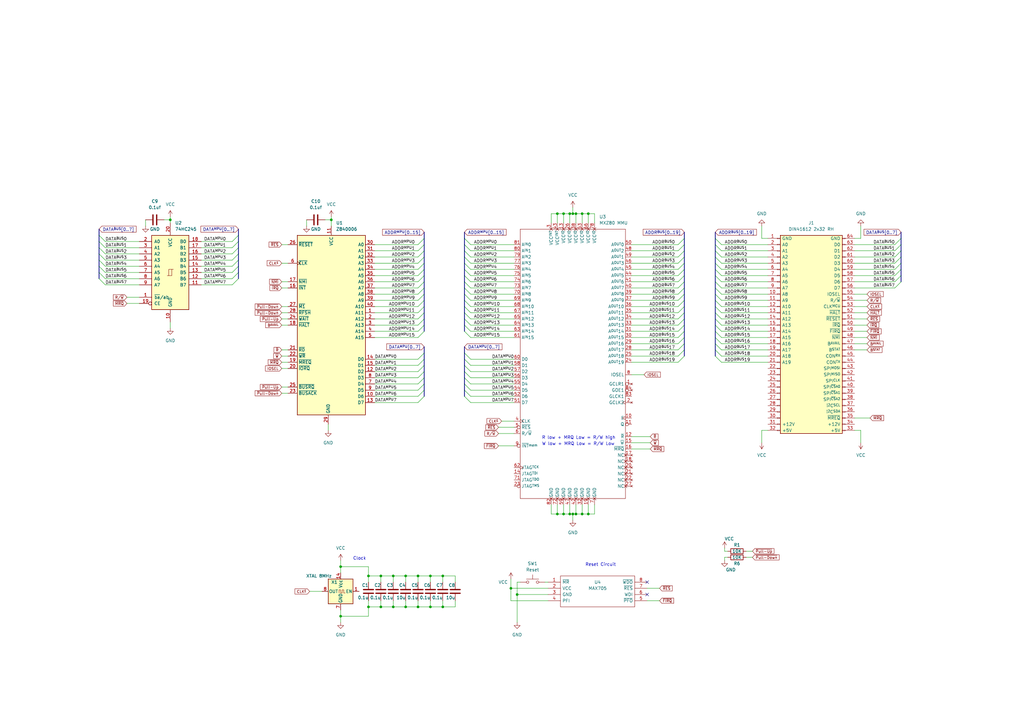
<source format=kicad_sch>
(kicad_sch (version 20230121) (generator eeschema)

  (uuid 5061cd16-5cdc-4194-9807-b3b217547d7e)

  (paper "A3")

  (lib_symbols
    (symbol "74xx:74HC245" (pin_names (offset 1.016)) (in_bom yes) (on_board yes)
      (property "Reference" "U" (at -7.62 16.51 0)
        (effects (font (size 1.27 1.27)))
      )
      (property "Value" "74HC245" (at -7.62 -16.51 0)
        (effects (font (size 1.27 1.27)))
      )
      (property "Footprint" "" (at 0 0 0)
        (effects (font (size 1.27 1.27)) hide)
      )
      (property "Datasheet" "http://www.ti.com/lit/gpn/sn74HC245" (at 0 0 0)
        (effects (font (size 1.27 1.27)) hide)
      )
      (property "ki_locked" "" (at 0 0 0)
        (effects (font (size 1.27 1.27)))
      )
      (property "ki_keywords" "HCMOS BUS 3State" (at 0 0 0)
        (effects (font (size 1.27 1.27)) hide)
      )
      (property "ki_description" "Octal BUS Transceivers, 3-State outputs" (at 0 0 0)
        (effects (font (size 1.27 1.27)) hide)
      )
      (property "ki_fp_filters" "DIP?20*" (at 0 0 0)
        (effects (font (size 1.27 1.27)) hide)
      )
      (symbol "74HC245_1_0"
        (polyline
          (pts
            (xy -0.635 -1.27)
            (xy -0.635 1.27)
            (xy 0.635 1.27)
          )
          (stroke (width 0) (type default))
          (fill (type none))
        )
        (polyline
          (pts
            (xy -1.27 -1.27)
            (xy 0.635 -1.27)
            (xy 0.635 1.27)
            (xy 1.27 1.27)
          )
          (stroke (width 0) (type default))
          (fill (type none))
        )
        (pin input line (at -12.7 -10.16 0) (length 5.08)
          (name "~{ba}/ab" (effects (font (size 1.27 1.27))))
          (number "1" (effects (font (size 1.27 1.27))))
        )
        (pin power_in line (at 0 -20.32 90) (length 5.08)
          (name "GND" (effects (font (size 1.27 1.27))))
          (number "10" (effects (font (size 1.27 1.27))))
        )
        (pin tri_state line (at 12.7 -5.08 180) (length 5.08)
          (name "B7" (effects (font (size 1.27 1.27))))
          (number "11" (effects (font (size 1.27 1.27))))
        )
        (pin tri_state line (at 12.7 -2.54 180) (length 5.08)
          (name "B6" (effects (font (size 1.27 1.27))))
          (number "12" (effects (font (size 1.27 1.27))))
        )
        (pin tri_state line (at 12.7 0 180) (length 5.08)
          (name "B5" (effects (font (size 1.27 1.27))))
          (number "13" (effects (font (size 1.27 1.27))))
        )
        (pin tri_state line (at 12.7 2.54 180) (length 5.08)
          (name "B4" (effects (font (size 1.27 1.27))))
          (number "14" (effects (font (size 1.27 1.27))))
        )
        (pin tri_state line (at 12.7 5.08 180) (length 5.08)
          (name "B3" (effects (font (size 1.27 1.27))))
          (number "15" (effects (font (size 1.27 1.27))))
        )
        (pin tri_state line (at 12.7 7.62 180) (length 5.08)
          (name "B2" (effects (font (size 1.27 1.27))))
          (number "16" (effects (font (size 1.27 1.27))))
        )
        (pin tri_state line (at 12.7 10.16 180) (length 5.08)
          (name "B1" (effects (font (size 1.27 1.27))))
          (number "17" (effects (font (size 1.27 1.27))))
        )
        (pin tri_state line (at 12.7 12.7 180) (length 5.08)
          (name "B0" (effects (font (size 1.27 1.27))))
          (number "18" (effects (font (size 1.27 1.27))))
        )
        (pin input inverted (at -12.7 -12.7 0) (length 5.08)
          (name "CE" (effects (font (size 1.27 1.27))))
          (number "19" (effects (font (size 1.27 1.27))))
        )
        (pin tri_state line (at -12.7 12.7 0) (length 5.08)
          (name "A0" (effects (font (size 1.27 1.27))))
          (number "2" (effects (font (size 1.27 1.27))))
        )
        (pin power_in line (at 0 20.32 270) (length 5.08)
          (name "VCC" (effects (font (size 1.27 1.27))))
          (number "20" (effects (font (size 1.27 1.27))))
        )
        (pin tri_state line (at -12.7 10.16 0) (length 5.08)
          (name "A1" (effects (font (size 1.27 1.27))))
          (number "3" (effects (font (size 1.27 1.27))))
        )
        (pin tri_state line (at -12.7 7.62 0) (length 5.08)
          (name "A2" (effects (font (size 1.27 1.27))))
          (number "4" (effects (font (size 1.27 1.27))))
        )
        (pin tri_state line (at -12.7 5.08 0) (length 5.08)
          (name "A3" (effects (font (size 1.27 1.27))))
          (number "5" (effects (font (size 1.27 1.27))))
        )
        (pin tri_state line (at -12.7 2.54 0) (length 5.08)
          (name "A4" (effects (font (size 1.27 1.27))))
          (number "6" (effects (font (size 1.27 1.27))))
        )
        (pin tri_state line (at -12.7 0 0) (length 5.08)
          (name "A5" (effects (font (size 1.27 1.27))))
          (number "7" (effects (font (size 1.27 1.27))))
        )
        (pin tri_state line (at -12.7 -2.54 0) (length 5.08)
          (name "A6" (effects (font (size 1.27 1.27))))
          (number "8" (effects (font (size 1.27 1.27))))
        )
        (pin tri_state line (at -12.7 -5.08 0) (length 5.08)
          (name "A7" (effects (font (size 1.27 1.27))))
          (number "9" (effects (font (size 1.27 1.27))))
        )
      )
      (symbol "74HC245_1_1"
        (rectangle (start -7.62 15.24) (end 7.62 -15.24)
          (stroke (width 0.254) (type default))
          (fill (type background))
        )
      )
    )
    (symbol "Device:C" (pin_numbers hide) (pin_names (offset 0.254)) (in_bom yes) (on_board yes)
      (property "Reference" "C" (at 0.635 2.54 0)
        (effects (font (size 1.27 1.27)) (justify left))
      )
      (property "Value" "C" (at 0.635 -2.54 0)
        (effects (font (size 1.27 1.27)) (justify left))
      )
      (property "Footprint" "" (at 0.9652 -3.81 0)
        (effects (font (size 1.27 1.27)) hide)
      )
      (property "Datasheet" "~" (at 0 0 0)
        (effects (font (size 1.27 1.27)) hide)
      )
      (property "ki_keywords" "cap capacitor" (at 0 0 0)
        (effects (font (size 1.27 1.27)) hide)
      )
      (property "ki_description" "Unpolarized capacitor" (at 0 0 0)
        (effects (font (size 1.27 1.27)) hide)
      )
      (property "ki_fp_filters" "C_*" (at 0 0 0)
        (effects (font (size 1.27 1.27)) hide)
      )
      (symbol "C_0_1"
        (polyline
          (pts
            (xy -2.032 -0.762)
            (xy 2.032 -0.762)
          )
          (stroke (width 0.508) (type default))
          (fill (type none))
        )
        (polyline
          (pts
            (xy -2.032 0.762)
            (xy 2.032 0.762)
          )
          (stroke (width 0.508) (type default))
          (fill (type none))
        )
      )
      (symbol "C_1_1"
        (pin passive line (at 0 3.81 270) (length 2.794)
          (name "~" (effects (font (size 1.27 1.27))))
          (number "1" (effects (font (size 1.27 1.27))))
        )
        (pin passive line (at 0 -3.81 90) (length 2.794)
          (name "~" (effects (font (size 1.27 1.27))))
          (number "2" (effects (font (size 1.27 1.27))))
        )
      )
    )
    (symbol "Device:R" (pin_numbers hide) (pin_names (offset 0)) (in_bom yes) (on_board yes)
      (property "Reference" "R" (at 2.032 0 90)
        (effects (font (size 1.27 1.27)))
      )
      (property "Value" "R" (at 0 0 90)
        (effects (font (size 1.27 1.27)))
      )
      (property "Footprint" "" (at -1.778 0 90)
        (effects (font (size 1.27 1.27)) hide)
      )
      (property "Datasheet" "~" (at 0 0 0)
        (effects (font (size 1.27 1.27)) hide)
      )
      (property "ki_keywords" "R res resistor" (at 0 0 0)
        (effects (font (size 1.27 1.27)) hide)
      )
      (property "ki_description" "Resistor" (at 0 0 0)
        (effects (font (size 1.27 1.27)) hide)
      )
      (property "ki_fp_filters" "R_*" (at 0 0 0)
        (effects (font (size 1.27 1.27)) hide)
      )
      (symbol "R_0_1"
        (rectangle (start -1.016 -2.54) (end 1.016 2.54)
          (stroke (width 0.254) (type default))
          (fill (type none))
        )
      )
      (symbol "R_1_1"
        (pin passive line (at 0 3.81 270) (length 1.27)
          (name "~" (effects (font (size 1.27 1.27))))
          (number "1" (effects (font (size 1.27 1.27))))
        )
        (pin passive line (at 0 -3.81 90) (length 1.27)
          (name "~" (effects (font (size 1.27 1.27))))
          (number "2" (effects (font (size 1.27 1.27))))
        )
      )
    )
    (symbol "MAX705CPA+:MAX705CPA+" (pin_names (offset 0.762)) (in_bom yes) (on_board yes)
      (property "Reference" "U3" (at 20.32 0 0)
        (effects (font (size 1.27 1.27)))
      )
      (property "Value" "MAX705" (at 20.32 -2.54 0)
        (effects (font (size 1.27 1.27)))
      )
      (property "Footprint" "Package_DIP:DIP-8_W7.62mm" (at 27.94 26.67 0)
        (effects (font (size 1.27 1.27)) (justify left) hide)
      )
      (property "Datasheet" "http://datasheets.maximintegrated.com/en/ds/MAX705-MAX813L.pdf" (at 27.94 24.13 0)
        (effects (font (size 1.27 1.27)) (justify left) hide)
      )
      (property "Description" "MAX705CPA+, Processor Supervisor 4.65 V Active Low, Push-Pull, reset 8-Pin PDIP N" (at 27.94 21.59 0)
        (effects (font (size 1.27 1.27)) (justify left) hide)
      )
      (property "Height" "4.572" (at 27.94 19.05 0)
        (effects (font (size 1.27 1.27)) (justify left) hide)
      )
      (property "Mouser Part Number" "700-MAX705CPA" (at 27.94 16.51 0)
        (effects (font (size 1.27 1.27)) (justify left) hide)
      )
      (property "Mouser Price/Stock" "https://www.mouser.co.uk/ProductDetail/Maxim-Integrated/MAX705CPA%2b?qs=1THa7WoU59EySaF9BV5ceA%3D%3D" (at 27.94 13.97 0)
        (effects (font (size 1.27 1.27)) (justify left) hide)
      )
      (property "Manufacturer_Name" "Analog Devices" (at 27.94 11.43 0)
        (effects (font (size 1.27 1.27)) (justify left) hide)
      )
      (property "Manufacturer_Part_Number" "MAX705CPA+" (at 27.94 8.89 0)
        (effects (font (size 1.27 1.27)) (justify left) hide)
      )
      (property "ki_description" "MAX705CPA+, Processor Supervisor 4.65 V Active Low, Push-Pull, reset 8-Pin PDIP N" (at 0 0 0)
        (effects (font (size 1.27 1.27)) hide)
      )
      (symbol "MAX705CPA+_0_0"
        (pin passive line (at 0 0 0) (length 5.08)
          (name "~{MR}" (effects (font (size 1.27 1.27))))
          (number "1" (effects (font (size 1.27 1.27))))
        )
        (pin passive line (at 0 -2.54 0) (length 5.08)
          (name "VCC" (effects (font (size 1.27 1.27))))
          (number "2" (effects (font (size 1.27 1.27))))
        )
        (pin passive line (at 0 -5.08 0) (length 5.08)
          (name "GND" (effects (font (size 1.27 1.27))))
          (number "3" (effects (font (size 1.27 1.27))))
        )
        (pin passive line (at 0 -7.62 0) (length 5.08)
          (name "PFI" (effects (font (size 1.27 1.27))))
          (number "4" (effects (font (size 1.27 1.27))))
        )
        (pin passive line (at 40.64 -7.62 180) (length 5.08)
          (name "~{PFO}" (effects (font (size 1.27 1.27))))
          (number "5" (effects (font (size 1.27 1.27))))
        )
        (pin passive line (at 40.64 -5.08 180) (length 5.08)
          (name "WDI" (effects (font (size 1.27 1.27))))
          (number "6" (effects (font (size 1.27 1.27))))
        )
        (pin passive line (at 40.64 0 180) (length 5.08)
          (name "~{WDO}" (effects (font (size 1.27 1.27))))
          (number "8" (effects (font (size 1.27 1.27))))
        )
      )
      (symbol "MAX705CPA+_0_1"
        (polyline
          (pts
            (xy 5.08 2.54)
            (xy 35.56 2.54)
            (xy 35.56 -10.16)
            (xy 5.08 -10.16)
            (xy 5.08 2.54)
          )
          (stroke (width 0.1524) (type default))
          (fill (type none))
        )
      )
      (symbol "MAX705CPA+_1_0"
        (pin passive line (at 40.64 -2.54 180) (length 5.08)
          (name "~{RES}" (effects (font (size 1.27 1.27))))
          (number "7" (effects (font (size 1.27 1.27))))
        )
      )
    )
    (symbol "MC6809_MMU:MX6309_MMU" (in_bom yes) (on_board yes)
      (property "Reference" "U3" (at 10.8459 46.99 0)
        (effects (font (size 1.27 1.27)) (justify left))
      )
      (property "Value" "MXZ80 MMU" (at 10.8459 44.45 0)
        (effects (font (size 1.27 1.27)) (justify left))
      )
      (property "Footprint" "Package_LCC:PLCC-84_THT-Socket" (at 1.27 -15.24 0)
        (effects (font (size 1.27 1.27)) hide)
      )
      (property "Datasheet" "https://datasheet.ciiva.com/26806/epm7128slc84-15n-26806866.pdf" (at 0 -85.09 0)
        (effects (font (size 1.27 1.27)) hide)
      )
      (property "ki_description" "Altera EPM7128SlC84 based Memory Management Unit with 16bit(64KB) to 20bit(1MB) memory paging" (at 0 0 0)
        (effects (font (size 1.27 1.27)) hide)
      )
      (symbol "MX6309_MMU_0_0"
        (pin no_connect inverted (at 24.13 -21.59 180) (length 2.54)
          (name "GCLR1" (effects (font (size 1.27 1.27))))
          (number "1" (effects (font (size 1.27 1.27))))
        )
        (pin power_in non_logic (at -3.81 44.45 270) (length 2.54)
          (name "VCC^{IO}" (effects (font (size 1.27 1.27))))
          (number "13" (effects (font (size 1.27 1.27))))
        )
        (pin input line (at -24.13 -58.42 0) (length 2.54)
          (name "JTAG^{TDI}" (effects (font (size 1.27 1.27))))
          (number "14" (effects (font (size 1.27 1.27))))
        )
        (pin no_connect non_logic (at 24.13 -50.8 180) (length 2.54)
          (name "NC" (effects (font (size 1.27 1.27))))
          (number "17" (effects (font (size 1.27 1.27))))
        )
        (pin no_connect non_logic (at 24.13 -53.34 180) (length 2.54)
          (name "NC" (effects (font (size 1.27 1.27))))
          (number "18" (effects (font (size 1.27 1.27))))
        )
        (pin power_in non_logic (at 6.35 -71.12 90) (length 2.54)
          (name "GND" (effects (font (size 1.27 1.27))))
          (number "19" (effects (font (size 1.27 1.27))))
        )
        (pin no_connect clock (at 24.13 -29.21 180) (length 2.54)
          (name "GCLK2" (effects (font (size 1.27 1.27))))
          (number "2" (effects (font (size 1.27 1.27))))
        )
        (pin no_connect non_logic (at 24.13 -55.88 180) (length 2.54)
          (name "NC" (effects (font (size 1.27 1.27))))
          (number "20" (effects (font (size 1.27 1.27))))
        )
        (pin no_connect non_logic (at 24.13 -58.42 180) (length 2.54)
          (name "NC" (effects (font (size 1.27 1.27))))
          (number "21" (effects (font (size 1.27 1.27))))
        )
        (pin no_connect non_logic (at 24.13 -60.96 180) (length 2.54)
          (name "NC" (effects (font (size 1.27 1.27))))
          (number "22" (effects (font (size 1.27 1.27))))
        )
        (pin input inverted (at -24.13 -63.5 0) (length 2.54)
          (name "JTAG^{TMS}" (effects (font (size 1.27 1.27))))
          (number "23" (effects (font (size 1.27 1.27))))
        )
        (pin output line (at 24.13 -12.7 180) (length 2.54)
          (name "A^{OUT}19" (effects (font (size 1.27 1.27))))
          (number "24" (effects (font (size 1.27 1.27))))
        )
        (pin output line (at 24.13 -10.16 180) (length 2.54)
          (name "A^{OUT}18" (effects (font (size 1.27 1.27))))
          (number "25" (effects (font (size 1.27 1.27))))
        )
        (pin power_in non_logic (at -1.27 44.45 270) (length 2.54)
          (name "VCC^{IO}" (effects (font (size 1.27 1.27))))
          (number "26" (effects (font (size 1.27 1.27))))
        )
        (pin no_connect non_logic (at 24.13 -63.5 180) (length 2.54)
          (name "NC" (effects (font (size 1.27 1.27))))
          (number "27" (effects (font (size 1.27 1.27))))
        )
        (pin output line (at 24.13 -7.62 180) (length 2.54)
          (name "A^{OUT}17" (effects (font (size 1.27 1.27))))
          (number "28" (effects (font (size 1.27 1.27))))
        )
        (pin output line (at 24.13 -5.08 180) (length 2.54)
          (name "A^{OUT}16" (effects (font (size 1.27 1.27))))
          (number "29" (effects (font (size 1.27 1.27))))
        )
        (pin power_in non_logic (at -8.89 44.45 270) (length 2.54)
          (name "VCC^{INT}" (effects (font (size 1.27 1.27))))
          (number "3" (effects (font (size 1.27 1.27))))
        )
        (pin output line (at 24.13 -2.54 180) (length 2.54)
          (name "A^{OUT}15" (effects (font (size 1.27 1.27))))
          (number "30" (effects (font (size 1.27 1.27))))
        )
        (pin output line (at 24.13 0 180) (length 2.54)
          (name "A^{OUT}14" (effects (font (size 1.27 1.27))))
          (number "31" (effects (font (size 1.27 1.27))))
        )
        (pin power_in non_logic (at 3.81 -71.12 90) (length 2.54)
          (name "GND" (effects (font (size 1.27 1.27))))
          (number "32" (effects (font (size 1.27 1.27))))
        )
        (pin output line (at 24.13 2.54 180) (length 2.54)
          (name "A^{OUT}13" (effects (font (size 1.27 1.27))))
          (number "33" (effects (font (size 1.27 1.27))))
        )
        (pin output line (at 24.13 5.08 180) (length 2.54)
          (name "A^{OUT}12" (effects (font (size 1.27 1.27))))
          (number "34" (effects (font (size 1.27 1.27))))
        )
        (pin output line (at 24.13 7.62 180) (length 2.54)
          (name "A^{OUT}11" (effects (font (size 1.27 1.27))))
          (number "35" (effects (font (size 1.27 1.27))))
        )
        (pin output line (at 24.13 10.16 180) (length 2.54)
          (name "A^{OUT}10" (effects (font (size 1.27 1.27))))
          (number "36" (effects (font (size 1.27 1.27))))
        )
        (pin output line (at 24.13 12.7 180) (length 2.54)
          (name "A^{OUT}9" (effects (font (size 1.27 1.27))))
          (number "37" (effects (font (size 1.27 1.27))))
        )
        (pin power_in non_logic (at 1.27 44.45 270) (length 2.54)
          (name "VCC^{IO}" (effects (font (size 1.27 1.27))))
          (number "38" (effects (font (size 1.27 1.27))))
        )
        (pin output line (at 24.13 15.24 180) (length 2.54)
          (name "A^{OUT}8" (effects (font (size 1.27 1.27))))
          (number "39" (effects (font (size 1.27 1.27))))
        )
        (pin input clock (at -24.13 -36.83 0) (length 2.54)
          (name "CLK" (effects (font (size 1.27 1.27))))
          (number "4" (effects (font (size 1.27 1.27))))
        )
        (pin output line (at 24.13 17.78 180) (length 2.54)
          (name "A^{OUT}7" (effects (font (size 1.27 1.27))))
          (number "40" (effects (font (size 1.27 1.27))))
        )
        (pin output line (at 24.13 20.32 180) (length 2.54)
          (name "A^{OUT}6" (effects (font (size 1.27 1.27))))
          (number "41" (effects (font (size 1.27 1.27))))
        )
        (pin power_in non_logic (at 1.27 -71.12 90) (length 2.54)
          (name "GND" (effects (font (size 1.27 1.27))))
          (number "42" (effects (font (size 1.27 1.27))))
        )
        (pin power_in non_logic (at -6.35 44.45 270) (length 2.54)
          (name "VCC^{INT}" (effects (font (size 1.27 1.27))))
          (number "43" (effects (font (size 1.27 1.27))))
        )
        (pin output line (at 24.13 22.86 180) (length 2.54)
          (name "A^{OUT}5" (effects (font (size 1.27 1.27))))
          (number "44" (effects (font (size 1.27 1.27))))
        )
        (pin input inverted (at -24.13 -39.37 0) (length 2.54)
          (name "~{RES}" (effects (font (size 1.27 1.27))))
          (number "5" (effects (font (size 1.27 1.27))))
        )
        (pin power_in non_logic (at 8.89 -71.12 90) (length 2.54)
          (name "GND" (effects (font (size 1.27 1.27))))
          (number "7" (effects (font (size 1.27 1.27))))
        )
        (pin output line (at 24.13 -17.78 180) (length 2.54)
          (name "IOSEL" (effects (font (size 1.27 1.27))))
          (number "8" (effects (font (size 1.27 1.27))))
        )
      )
      (symbol "MX6309_MMU_0_1"
        (rectangle (start -21.59 41.91) (end 21.59 -68.58)
          (stroke (width 0) (type default))
          (fill (type none))
        )
      )
      (symbol "MX6309_MMU_1_0"
        (pin output clock (at 24.13 -35.56 180) (length 2.54)
          (name "E" (effects (font (size 1.27 1.27))))
          (number "10" (effects (font (size 1.27 1.27))))
        )
        (pin output inverted (at 24.13 -38.1 180) (length 2.54)
          (name "Q" (effects (font (size 1.27 1.27))))
          (number "11" (effects (font (size 1.27 1.27))))
        )
        (pin input line (at 24.13 -43.18 180) (length 2.54)
          (name "~{R}" (effects (font (size 1.27 1.27))))
          (number "12" (effects (font (size 1.27 1.27))))
        )
        (pin input line (at 24.13 -45.72 180) (length 2.54)
          (name "~{W}" (effects (font (size 1.27 1.27))))
          (number "15" (effects (font (size 1.27 1.27))))
        )
        (pin input line (at 24.13 -48.26 180) (length 2.54)
          (name "~{MRQ}" (effects (font (size 1.27 1.27))))
          (number "16" (effects (font (size 1.27 1.27))))
        )
        (pin output line (at 24.13 25.4 180) (length 2.54)
          (name "A^{OUT}4" (effects (font (size 1.27 1.27))))
          (number "45" (effects (font (size 1.27 1.27))))
        )
        (pin output line (at 24.13 27.94 180) (length 2.54)
          (name "A^{OUT}3" (effects (font (size 1.27 1.27))))
          (number "46" (effects (font (size 1.27 1.27))))
        )
        (pin power_in non_logic (at -1.27 -71.12 90) (length 2.54)
          (name "GND" (effects (font (size 1.27 1.27))))
          (number "47" (effects (font (size 1.27 1.27))))
        )
        (pin output line (at 24.13 33.02 180) (length 2.54)
          (name "A^{OUT}2" (effects (font (size 1.27 1.27))))
          (number "48" (effects (font (size 1.27 1.27))))
        )
        (pin output line (at 24.13 30.48 180) (length 2.54)
          (name "A^{OUT}1" (effects (font (size 1.27 1.27))))
          (number "49" (effects (font (size 1.27 1.27))))
        )
        (pin output line (at 24.13 35.56 180) (length 2.54)
          (name "A^{OUT}0" (effects (font (size 1.27 1.27))))
          (number "50" (effects (font (size 1.27 1.27))))
        )
        (pin bidirectional line (at -24.13 -29.21 0) (length 2.54)
          (name "D7" (effects (font (size 1.27 1.27))))
          (number "51" (effects (font (size 1.27 1.27))))
        )
        (pin bidirectional line (at -24.13 -26.67 0) (length 2.54)
          (name "D6" (effects (font (size 1.27 1.27))))
          (number "52" (effects (font (size 1.27 1.27))))
        )
        (pin power_in non_logic (at 3.81 44.45 270) (length 2.54)
          (name "VCC^{IO}" (effects (font (size 1.27 1.27))))
          (number "53" (effects (font (size 1.27 1.27))))
        )
        (pin bidirectional line (at -24.13 -24.13 0) (length 2.54)
          (name "D5" (effects (font (size 1.27 1.27))))
          (number "54" (effects (font (size 1.27 1.27))))
        )
        (pin bidirectional line (at -24.13 -21.59 0) (length 2.54)
          (name "D4" (effects (font (size 1.27 1.27))))
          (number "55" (effects (font (size 1.27 1.27))))
        )
        (pin bidirectional line (at -24.13 -19.05 0) (length 2.54)
          (name "D3" (effects (font (size 1.27 1.27))))
          (number "56" (effects (font (size 1.27 1.27))))
        )
        (pin bidirectional line (at -24.13 -16.51 0) (length 2.54)
          (name "D2" (effects (font (size 1.27 1.27))))
          (number "57" (effects (font (size 1.27 1.27))))
        )
        (pin bidirectional line (at -24.13 -13.97 0) (length 2.54)
          (name "D1" (effects (font (size 1.27 1.27))))
          (number "58" (effects (font (size 1.27 1.27))))
        )
        (pin power_in non_logic (at -3.81 -71.12 90) (length 2.54)
          (name "GND" (effects (font (size 1.27 1.27))))
          (number "59" (effects (font (size 1.27 1.27))))
        )
        (pin input line (at -24.13 -41.91 0) (length 2.54)
          (name "R/~{W}" (effects (font (size 1.27 1.27))))
          (number "6" (effects (font (size 1.27 1.27))))
        )
        (pin bidirectional line (at -24.13 -11.43 0) (length 2.54)
          (name "D0" (effects (font (size 1.27 1.27))))
          (number "60" (effects (font (size 1.27 1.27))))
        )
        (pin input line (at -24.13 -2.54 0) (length 2.54)
          (name "A^{IN}15" (effects (font (size 1.27 1.27))))
          (number "61" (effects (font (size 1.27 1.27))))
        )
        (pin input clock (at -24.13 -55.88 0) (length 2.54)
          (name "JTAG^{TCK}" (effects (font (size 1.27 1.27))))
          (number "62" (effects (font (size 1.27 1.27))))
        )
        (pin input line (at -24.13 0 0) (length 2.54)
          (name "A^{IN}14" (effects (font (size 1.27 1.27))))
          (number "63" (effects (font (size 1.27 1.27))))
        )
        (pin input line (at -24.13 2.54 0) (length 2.54)
          (name "A^{IN}13" (effects (font (size 1.27 1.27))))
          (number "64" (effects (font (size 1.27 1.27))))
        )
        (pin input line (at -24.13 5.08 0) (length 2.54)
          (name "A^{IN}12" (effects (font (size 1.27 1.27))))
          (number "65" (effects (font (size 1.27 1.27))))
        )
        (pin power_in non_logic (at 6.35 44.45 270) (length 2.54)
          (name "VCC^{IO}" (effects (font (size 1.27 1.27))))
          (number "66" (effects (font (size 1.27 1.27))))
        )
        (pin input line (at -24.13 7.62 0) (length 2.54)
          (name "A^{IN}11" (effects (font (size 1.27 1.27))))
          (number "67" (effects (font (size 1.27 1.27))))
        )
        (pin input line (at -24.13 10.16 0) (length 2.54)
          (name "A^{IN}10" (effects (font (size 1.27 1.27))))
          (number "68" (effects (font (size 1.27 1.27))))
        )
        (pin input line (at -24.13 12.7 0) (length 2.54)
          (name "A^{IN}9" (effects (font (size 1.27 1.27))))
          (number "69" (effects (font (size 1.27 1.27))))
        )
        (pin input line (at -24.13 15.24 0) (length 2.54)
          (name "A^{IN}8" (effects (font (size 1.27 1.27))))
          (number "70" (effects (font (size 1.27 1.27))))
        )
        (pin output line (at -24.13 -60.96 0) (length 2.54)
          (name "JTAG^{TDO}" (effects (font (size 1.27 1.27))))
          (number "71" (effects (font (size 1.27 1.27))))
        )
        (pin power_in non_logic (at -6.35 -71.12 90) (length 2.54)
          (name "GND" (effects (font (size 1.27 1.27))))
          (number "72" (effects (font (size 1.27 1.27))))
        )
        (pin input line (at -24.13 17.78 0) (length 2.54)
          (name "A^{IN}7" (effects (font (size 1.27 1.27))))
          (number "73" (effects (font (size 1.27 1.27))))
        )
        (pin input line (at -24.13 20.32 0) (length 2.54)
          (name "A^{IN}6" (effects (font (size 1.27 1.27))))
          (number "74" (effects (font (size 1.27 1.27))))
        )
        (pin input line (at -24.13 22.86 0) (length 2.54)
          (name "A^{IN}5" (effects (font (size 1.27 1.27))))
          (number "75" (effects (font (size 1.27 1.27))))
        )
        (pin input line (at -24.13 25.4 0) (length 2.54)
          (name "A^{IN}4" (effects (font (size 1.27 1.27))))
          (number "76" (effects (font (size 1.27 1.27))))
        )
        (pin input line (at -24.13 27.94 0) (length 2.54)
          (name "A^{IN}3" (effects (font (size 1.27 1.27))))
          (number "77" (effects (font (size 1.27 1.27))))
        )
        (pin power_in non_logic (at 8.89 44.45 270) (length 2.54)
          (name "VCC^{IO}" (effects (font (size 1.27 1.27))))
          (number "78" (effects (font (size 1.27 1.27))))
        )
        (pin input line (at -24.13 30.48 0) (length 2.54)
          (name "A^{IN}2" (effects (font (size 1.27 1.27))))
          (number "79" (effects (font (size 1.27 1.27))))
        )
        (pin input line (at -24.13 33.02 0) (length 2.54)
          (name "A^{IN}1" (effects (font (size 1.27 1.27))))
          (number "80" (effects (font (size 1.27 1.27))))
        )
        (pin input line (at -24.13 35.56 0) (length 2.54)
          (name "A^{IN}0" (effects (font (size 1.27 1.27))))
          (number "81" (effects (font (size 1.27 1.27))))
        )
        (pin power_in non_logic (at -8.89 -71.12 90) (length 2.54)
          (name "GND" (effects (font (size 1.27 1.27))))
          (number "82" (effects (font (size 1.27 1.27))))
        )
        (pin input line (at 24.13 -26.67 180) (length 2.54)
          (name "GLCK1" (effects (font (size 1.27 1.27))))
          (number "83" (effects (font (size 1.27 1.27))))
        )
        (pin no_connect inverted (at 24.13 -24.13 180) (length 2.54)
          (name "GOE1" (effects (font (size 1.27 1.27))))
          (number "84" (effects (font (size 1.27 1.27))))
        )
        (pin output inverted (at -24.13 -46.99 0) (length 2.54)
          (name "~{INT}^{mem}" (effects (font (size 1.27 1.27))))
          (number "9" (effects (font (size 1.27 1.27))))
        )
      )
    )
    (symbol "Oscillator:CXO_DIP14" (pin_names (offset 0.254)) (in_bom yes) (on_board yes)
      (property "Reference" "X" (at -5.08 6.35 0)
        (effects (font (size 1.27 1.27)) (justify left))
      )
      (property "Value" "CXO_DIP14" (at 1.27 -6.35 0)
        (effects (font (size 1.27 1.27)) (justify left))
      )
      (property "Footprint" "Oscillator:Oscillator_DIP-14" (at 11.43 -8.89 0)
        (effects (font (size 1.27 1.27)) hide)
      )
      (property "Datasheet" "http://cdn-reichelt.de/documents/datenblatt/B400/OSZI.pdf" (at -2.54 0 0)
        (effects (font (size 1.27 1.27)) hide)
      )
      (property "ki_keywords" "Crystal Clock Oscillator" (at 0 0 0)
        (effects (font (size 1.27 1.27)) hide)
      )
      (property "ki_description" "Crystal Clock Oscillator, DIP14-style metal package" (at 0 0 0)
        (effects (font (size 1.27 1.27)) hide)
      )
      (property "ki_fp_filters" "Oscillator*DIP*14*" (at 0 0 0)
        (effects (font (size 1.27 1.27)) hide)
      )
      (symbol "CXO_DIP14_0_1"
        (rectangle (start -5.08 5.08) (end 5.08 -5.08)
          (stroke (width 0.254) (type default))
          (fill (type background))
        )
        (polyline
          (pts
            (xy -1.905 -0.635)
            (xy -1.27 -0.635)
            (xy -1.27 0.635)
            (xy -0.635 0.635)
            (xy -0.635 -0.635)
            (xy 0 -0.635)
            (xy 0 0.635)
            (xy 0.635 0.635)
            (xy 0.635 -0.635)
          )
          (stroke (width 0) (type default))
          (fill (type none))
        )
      )
      (symbol "CXO_DIP14_1_1"
        (pin input line (at -7.62 0 0) (length 2.54)
          (name "EN" (effects (font (size 1.27 1.27))))
          (number "1" (effects (font (size 1.27 1.27))))
        )
        (pin power_in line (at 0 7.62 270) (length 2.54)
          (name "Vcc" (effects (font (size 1.27 1.27))))
          (number "14" (effects (font (size 1.27 1.27))))
        )
        (pin power_in line (at 0 -7.62 90) (length 2.54)
          (name "GND" (effects (font (size 1.27 1.27))))
          (number "7" (effects (font (size 1.27 1.27))))
        )
        (pin output line (at 7.62 0 180) (length 2.54)
          (name "OUT" (effects (font (size 1.27 1.27))))
          (number "8" (effects (font (size 1.27 1.27))))
        )
      )
    )
    (symbol "Switch:SW_Push" (pin_numbers hide) (pin_names (offset 1.016) hide) (in_bom yes) (on_board yes)
      (property "Reference" "SW" (at 1.27 2.54 0)
        (effects (font (size 1.27 1.27)) (justify left))
      )
      (property "Value" "SW_Push" (at 0 -1.524 0)
        (effects (font (size 1.27 1.27)))
      )
      (property "Footprint" "" (at 0 5.08 0)
        (effects (font (size 1.27 1.27)) hide)
      )
      (property "Datasheet" "~" (at 0 5.08 0)
        (effects (font (size 1.27 1.27)) hide)
      )
      (property "ki_keywords" "switch normally-open pushbutton push-button" (at 0 0 0)
        (effects (font (size 1.27 1.27)) hide)
      )
      (property "ki_description" "Push button switch, generic, two pins" (at 0 0 0)
        (effects (font (size 1.27 1.27)) hide)
      )
      (symbol "SW_Push_0_1"
        (circle (center -2.032 0) (radius 0.508)
          (stroke (width 0) (type default))
          (fill (type none))
        )
        (polyline
          (pts
            (xy 0 1.27)
            (xy 0 3.048)
          )
          (stroke (width 0) (type default))
          (fill (type none))
        )
        (polyline
          (pts
            (xy 2.54 1.27)
            (xy -2.54 1.27)
          )
          (stroke (width 0) (type default))
          (fill (type none))
        )
        (circle (center 2.032 0) (radius 0.508)
          (stroke (width 0) (type default))
          (fill (type none))
        )
        (pin passive line (at -5.08 0 0) (length 2.54)
          (name "1" (effects (font (size 1.27 1.27))))
          (number "1" (effects (font (size 1.27 1.27))))
        )
        (pin passive line (at 5.08 0 180) (length 2.54)
          (name "2" (effects (font (size 1.27 1.27))))
          (number "2" (effects (font (size 1.27 1.27))))
        )
      )
    )
    (symbol "card_bus:card_bus_2_32" (pin_names (offset 2)) (in_bom yes) (on_board yes)
      (property "Reference" "J1" (at 12.7 44.45 0)
        (effects (font (size 1.27 1.27)))
      )
      (property "Value" "DIN41612 2x32 RH" (at 12.7 41.91 0)
        (effects (font (size 1.27 1.27)))
      )
      (property "Footprint" "card_bus:DIN41612_R_2x32_Male_Horizontal_THT" (at 10.16 50.8 0)
        (effects (font (size 1.27 1.27)) hide)
      )
      (property "Datasheet" "~" (at 0 0 0)
        (effects (font (size 1.27 1.27)) hide)
      )
      (property "ki_keywords" "connector" (at 0 0 0)
        (effects (font (size 1.27 1.27)) hide)
      )
      (property "ki_description" "DIN41612 connector, double row (AB), 02x32, script generated (kicad-library-utils/schlib/autogen/connector/)" (at 0 0 0)
        (effects (font (size 1.27 1.27)) hide)
      )
      (property "ki_fp_filters" "DIN41612*2x*" (at 0 0 0)
        (effects (font (size 1.27 1.27)) hide)
      )
      (symbol "card_bus_2_32_1_1"
        (rectangle (start -1.27 -40.513) (end 0 -40.767)
          (stroke (width 0.1524) (type default))
          (fill (type none))
        )
        (rectangle (start -1.27 -37.973) (end 0 -38.227)
          (stroke (width 0.1524) (type default))
          (fill (type none))
        )
        (rectangle (start -1.27 -35.433) (end 0 -35.687)
          (stroke (width 0.1524) (type default))
          (fill (type none))
        )
        (rectangle (start -1.27 -32.893) (end 0 -33.147)
          (stroke (width 0.1524) (type default))
          (fill (type none))
        )
        (rectangle (start -1.27 -30.353) (end 0 -30.607)
          (stroke (width 0.1524) (type default))
          (fill (type none))
        )
        (rectangle (start -1.27 -27.813) (end 0 -28.067)
          (stroke (width 0.1524) (type default))
          (fill (type none))
        )
        (rectangle (start -1.27 -25.273) (end 0 -25.527)
          (stroke (width 0.1524) (type default))
          (fill (type none))
        )
        (rectangle (start -1.27 -22.733) (end 0 -22.987)
          (stroke (width 0.1524) (type default))
          (fill (type none))
        )
        (rectangle (start -1.27 -20.193) (end 0 -20.447)
          (stroke (width 0.1524) (type default))
          (fill (type none))
        )
        (rectangle (start -1.27 -17.653) (end 0 -17.907)
          (stroke (width 0.1524) (type default))
          (fill (type none))
        )
        (rectangle (start -1.27 -15.113) (end 0 -15.367)
          (stroke (width 0.1524) (type default))
          (fill (type none))
        )
        (rectangle (start -1.27 -12.573) (end 0 -12.827)
          (stroke (width 0.1524) (type default))
          (fill (type none))
        )
        (rectangle (start -1.27 -10.033) (end 0 -10.287)
          (stroke (width 0.1524) (type default))
          (fill (type none))
        )
        (rectangle (start -1.27 -7.493) (end 0 -7.747)
          (stroke (width 0.1524) (type default))
          (fill (type none))
        )
        (rectangle (start -1.27 -4.953) (end 0 -5.207)
          (stroke (width 0.1524) (type default))
          (fill (type none))
        )
        (rectangle (start -1.27 -2.413) (end 0 -2.667)
          (stroke (width 0.1524) (type default))
          (fill (type none))
        )
        (rectangle (start -1.27 0.127) (end 0 -0.127)
          (stroke (width 0.1524) (type default))
          (fill (type none))
        )
        (rectangle (start -1.27 2.667) (end 0 2.413)
          (stroke (width 0.1524) (type default))
          (fill (type none))
        )
        (rectangle (start -1.27 5.207) (end 0 4.953)
          (stroke (width 0.1524) (type default))
          (fill (type none))
        )
        (rectangle (start -1.27 7.747) (end 0 7.493)
          (stroke (width 0.1524) (type default))
          (fill (type none))
        )
        (rectangle (start -1.27 10.287) (end 0 10.033)
          (stroke (width 0.1524) (type default))
          (fill (type none))
        )
        (rectangle (start -1.27 12.827) (end 0 12.573)
          (stroke (width 0.1524) (type default))
          (fill (type none))
        )
        (rectangle (start -1.27 15.367) (end 0 15.113)
          (stroke (width 0.1524) (type default))
          (fill (type none))
        )
        (rectangle (start -1.27 17.907) (end 0 17.653)
          (stroke (width 0.1524) (type default))
          (fill (type none))
        )
        (rectangle (start -1.27 20.447) (end 0 20.193)
          (stroke (width 0.1524) (type default))
          (fill (type none))
        )
        (rectangle (start -1.27 22.987) (end 0 22.733)
          (stroke (width 0.1524) (type default))
          (fill (type none))
        )
        (rectangle (start -1.27 25.527) (end 0 25.273)
          (stroke (width 0.1524) (type default))
          (fill (type none))
        )
        (rectangle (start -1.27 28.067) (end 0 27.813)
          (stroke (width 0.1524) (type default))
          (fill (type none))
        )
        (rectangle (start -1.27 30.607) (end 0 30.353)
          (stroke (width 0.1524) (type default))
          (fill (type none))
        )
        (rectangle (start -1.27 33.147) (end 0 32.893)
          (stroke (width 0.1524) (type default))
          (fill (type none))
        )
        (rectangle (start -1.27 35.687) (end 0 35.433)
          (stroke (width 0.1524) (type default))
          (fill (type none))
        )
        (rectangle (start -1.27 38.227) (end 0 37.973)
          (stroke (width 0.1524) (type default))
          (fill (type none))
        )
        (rectangle (start 0 39.37) (end 25.4 -41.91)
          (stroke (width 0.254) (type default))
          (fill (type background))
        )
        (rectangle (start 25.4 -40.513) (end 26.67 -40.767)
          (stroke (width 0.1524) (type default))
          (fill (type none))
        )
        (rectangle (start 25.4 -37.973) (end 26.67 -38.227)
          (stroke (width 0.1524) (type default))
          (fill (type none))
        )
        (rectangle (start 25.4 -35.433) (end 26.67 -35.687)
          (stroke (width 0.1524) (type default))
          (fill (type none))
        )
        (rectangle (start 25.4 -32.893) (end 26.67 -33.147)
          (stroke (width 0.1524) (type default))
          (fill (type none))
        )
        (rectangle (start 25.4 -30.353) (end 26.67 -30.607)
          (stroke (width 0.1524) (type default))
          (fill (type none))
        )
        (rectangle (start 25.4 -27.813) (end 26.67 -28.067)
          (stroke (width 0.1524) (type default))
          (fill (type none))
        )
        (rectangle (start 25.4 -25.273) (end 26.67 -25.527)
          (stroke (width 0.1524) (type default))
          (fill (type none))
        )
        (rectangle (start 25.4 -22.733) (end 26.67 -22.987)
          (stroke (width 0.1524) (type default))
          (fill (type none))
        )
        (rectangle (start 25.4 -20.193) (end 26.67 -20.447)
          (stroke (width 0.1524) (type default))
          (fill (type none))
        )
        (rectangle (start 25.4 -17.653) (end 26.67 -17.907)
          (stroke (width 0.1524) (type default))
          (fill (type none))
        )
        (rectangle (start 25.4 -15.113) (end 26.67 -15.367)
          (stroke (width 0.1524) (type default))
          (fill (type none))
        )
        (rectangle (start 25.4 -12.573) (end 26.67 -12.827)
          (stroke (width 0.1524) (type default))
          (fill (type none))
        )
        (rectangle (start 25.4 -10.033) (end 26.67 -10.287)
          (stroke (width 0.1524) (type default))
          (fill (type none))
        )
        (rectangle (start 25.4 -7.493) (end 26.67 -7.747)
          (stroke (width 0.1524) (type default))
          (fill (type none))
        )
        (rectangle (start 25.4 -4.953) (end 26.67 -5.207)
          (stroke (width 0.1524) (type default))
          (fill (type none))
        )
        (rectangle (start 25.4 -2.413) (end 26.67 -2.667)
          (stroke (width 0.1524) (type default))
          (fill (type none))
        )
        (rectangle (start 25.4 0.127) (end 26.67 -0.127)
          (stroke (width 0.1524) (type default))
          (fill (type none))
        )
        (rectangle (start 25.4 2.667) (end 26.67 2.413)
          (stroke (width 0.1524) (type default))
          (fill (type none))
        )
        (rectangle (start 25.4 5.207) (end 26.67 4.953)
          (stroke (width 0.1524) (type default))
          (fill (type none))
        )
        (rectangle (start 25.4 7.747) (end 26.67 7.493)
          (stroke (width 0.1524) (type default))
          (fill (type none))
        )
        (rectangle (start 25.4 10.287) (end 26.67 10.033)
          (stroke (width 0.1524) (type default))
          (fill (type none))
        )
        (rectangle (start 25.4 12.827) (end 26.67 12.573)
          (stroke (width 0.1524) (type default))
          (fill (type none))
        )
        (rectangle (start 25.4 15.367) (end 26.67 15.113)
          (stroke (width 0.1524) (type default))
          (fill (type none))
        )
        (rectangle (start 25.4 17.907) (end 26.67 17.653)
          (stroke (width 0.1524) (type default))
          (fill (type none))
        )
        (rectangle (start 25.4 20.447) (end 26.67 20.193)
          (stroke (width 0.1524) (type default))
          (fill (type none))
        )
        (rectangle (start 25.4 22.987) (end 26.67 22.733)
          (stroke (width 0.1524) (type default))
          (fill (type none))
        )
        (rectangle (start 25.4 25.527) (end 26.67 25.273)
          (stroke (width 0.1524) (type default))
          (fill (type none))
        )
        (rectangle (start 25.4 28.067) (end 26.67 27.813)
          (stroke (width 0.1524) (type default))
          (fill (type none))
        )
        (rectangle (start 25.4 30.607) (end 26.67 30.353)
          (stroke (width 0.1524) (type default))
          (fill (type none))
        )
        (rectangle (start 25.4 33.147) (end 26.67 32.893)
          (stroke (width 0.1524) (type default))
          (fill (type none))
        )
        (rectangle (start 25.4 35.687) (end 26.67 35.433)
          (stroke (width 0.1524) (type default))
          (fill (type none))
        )
        (rectangle (start 25.4 38.227) (end 26.67 37.973)
          (stroke (width 0.1524) (type default))
          (fill (type none))
        )
        (pin power_in line (at -5.08 38.1 0) (length 3.81)
          (name "GND" (effects (font (size 1.27 1.27))))
          (number "1" (effects (font (size 1.27 1.27))))
        )
        (pin output line (at -5.08 15.24 0) (length 3.81)
          (name "A8" (effects (font (size 1.27 1.27))))
          (number "10" (effects (font (size 1.27 1.27))))
        )
        (pin output line (at -5.08 12.7 0) (length 3.81)
          (name "A9" (effects (font (size 1.27 1.27))))
          (number "11" (effects (font (size 1.27 1.27))))
        )
        (pin output line (at -5.08 10.16 0) (length 3.81)
          (name "A10" (effects (font (size 1.27 1.27))))
          (number "12" (effects (font (size 1.27 1.27))))
        )
        (pin output line (at -5.08 7.62 0) (length 3.81)
          (name "A11" (effects (font (size 1.27 1.27))))
          (number "13" (effects (font (size 1.27 1.27))))
        )
        (pin output line (at -5.08 5.08 0) (length 3.81)
          (name "A12" (effects (font (size 1.27 1.27))))
          (number "14" (effects (font (size 1.27 1.27))))
        )
        (pin output line (at -5.08 2.54 0) (length 3.81)
          (name "A13" (effects (font (size 1.27 1.27))))
          (number "15" (effects (font (size 1.27 1.27))))
        )
        (pin output line (at -5.08 0 0) (length 3.81)
          (name "A14" (effects (font (size 1.27 1.27))))
          (number "16" (effects (font (size 1.27 1.27))))
        )
        (pin output line (at -5.08 -2.54 0) (length 3.81)
          (name "A15" (effects (font (size 1.27 1.27))))
          (number "17" (effects (font (size 1.27 1.27))))
        )
        (pin output line (at -5.08 -5.08 0) (length 3.81)
          (name "A16" (effects (font (size 1.27 1.27))))
          (number "18" (effects (font (size 1.27 1.27))))
        )
        (pin output line (at -5.08 -7.62 0) (length 3.81)
          (name "A17" (effects (font (size 1.27 1.27))))
          (number "19" (effects (font (size 1.27 1.27))))
        )
        (pin output line (at -5.08 35.56 0) (length 3.81)
          (name "A0" (effects (font (size 1.27 1.27))))
          (number "2" (effects (font (size 1.27 1.27))))
        )
        (pin output line (at -5.08 -10.16 0) (length 3.81)
          (name "A18" (effects (font (size 1.27 1.27))))
          (number "20" (effects (font (size 1.27 1.27))))
        )
        (pin output line (at -5.08 -12.7 0) (length 3.81)
          (name "A19" (effects (font (size 1.27 1.27))))
          (number "21" (effects (font (size 1.27 1.27))))
        )
        (pin unspecified line (at -5.08 -15.24 0) (length 3.81)
          (name "" (effects (font (size 1.27 1.27))))
          (number "22" (effects (font (size 1.27 1.27))))
        )
        (pin unspecified line (at -5.08 -17.78 0) (length 3.81)
          (name "" (effects (font (size 1.27 1.27))))
          (number "23" (effects (font (size 1.27 1.27))))
        )
        (pin unspecified line (at -5.08 -20.32 0) (length 3.81)
          (name "" (effects (font (size 1.27 1.27))))
          (number "24" (effects (font (size 1.27 1.27))))
        )
        (pin unspecified line (at -5.08 -22.86 0) (length 3.81)
          (name "" (effects (font (size 1.27 1.27))))
          (number "25" (effects (font (size 1.27 1.27))))
        )
        (pin unspecified line (at -5.08 -25.4 0) (length 3.81)
          (name "" (effects (font (size 1.27 1.27))))
          (number "26" (effects (font (size 1.27 1.27))))
        )
        (pin unspecified line (at -5.08 -27.94 0) (length 3.81)
          (name "" (effects (font (size 1.27 1.27))))
          (number "27" (effects (font (size 1.27 1.27))))
        )
        (pin unspecified line (at -5.08 -30.48 0) (length 3.81)
          (name "" (effects (font (size 1.27 1.27))))
          (number "28" (effects (font (size 1.27 1.27))))
        )
        (pin unspecified line (at -5.08 -33.02 0) (length 3.81)
          (name "" (effects (font (size 1.27 1.27))))
          (number "29" (effects (font (size 1.27 1.27))))
        )
        (pin output line (at -5.08 33.02 0) (length 3.81)
          (name "A1" (effects (font (size 1.27 1.27))))
          (number "3" (effects (font (size 1.27 1.27))))
        )
        (pin unspecified line (at -5.08 -35.56 0) (length 3.81)
          (name "" (effects (font (size 1.27 1.27))))
          (number "30" (effects (font (size 1.27 1.27))))
        )
        (pin unspecified line (at -5.08 -38.1 0) (length 3.81)
          (name "+12V" (effects (font (size 1.27 1.27))))
          (number "31" (effects (font (size 1.27 1.27))))
        )
        (pin power_in line (at -5.08 -40.64 0) (length 3.81)
          (name "+5V" (effects (font (size 1.27 1.27))))
          (number "32" (effects (font (size 1.27 1.27))))
        )
        (pin power_in line (at 30.48 -40.64 180) (length 3.81)
          (name "+5V" (effects (font (size 1.27 1.27))))
          (number "33" (effects (font (size 1.27 1.27))))
        )
        (pin unspecified line (at 30.48 -38.1 180) (length 3.81)
          (name "+12V" (effects (font (size 1.27 1.27))))
          (number "34" (effects (font (size 1.27 1.27))))
        )
        (pin output line (at 30.48 -35.56 180) (length 3.81)
          (name "~{MREQ}" (effects (font (size 1.27 1.27))))
          (number "35" (effects (font (size 1.27 1.27))))
        )
        (pin bidirectional line (at 30.48 -33.02 180) (length 3.81)
          (name "i^{2}C^{SDA}" (effects (font (size 1.27 1.27))))
          (number "36" (effects (font (size 1.27 1.27))))
        )
        (pin output line (at 30.48 -30.48 180) (length 3.81)
          (name "i^{2}C^{SCL}" (effects (font (size 1.27 1.27))))
          (number "37" (effects (font (size 1.27 1.27))))
        )
        (pin output line (at 30.48 -27.94 180) (length 3.81)
          (name "SPI^{~{CS}A2}" (effects (font (size 1.27 1.27))))
          (number "38" (effects (font (size 1.27 1.27))))
        )
        (pin output line (at 30.48 -25.4 180) (length 3.81)
          (name "SPI^{~{CS}A1}" (effects (font (size 1.27 1.27))))
          (number "39" (effects (font (size 1.27 1.27))))
        )
        (pin output line (at -5.08 30.48 0) (length 3.81)
          (name "A2" (effects (font (size 1.27 1.27))))
          (number "4" (effects (font (size 1.27 1.27))))
        )
        (pin output line (at 30.48 -22.86 180) (length 3.81)
          (name "SPI^{~{CS}A0}" (effects (font (size 1.27 1.27))))
          (number "40" (effects (font (size 1.27 1.27))))
        )
        (pin output line (at 30.48 -20.32 180) (length 3.81)
          (name "SPI^{CLK}" (effects (font (size 1.27 1.27))))
          (number "41" (effects (font (size 1.27 1.27))))
        )
        (pin input line (at 30.48 -17.78 180) (length 3.81)
          (name "SPI^{MISO}" (effects (font (size 1.27 1.27))))
          (number "42" (effects (font (size 1.27 1.27))))
        )
        (pin output line (at 30.48 -15.24 180) (length 3.81)
          (name "SPI^{MOSI}" (effects (font (size 1.27 1.27))))
          (number "43" (effects (font (size 1.27 1.27))))
        )
        (pin output line (at 30.48 -12.7 180) (length 3.81)
          (name "CON^{TX}" (effects (font (size 1.27 1.27))))
          (number "44" (effects (font (size 1.27 1.27))))
        )
        (pin input line (at 30.48 -10.16 180) (length 3.81)
          (name "CON^{RX}" (effects (font (size 1.27 1.27))))
          (number "45" (effects (font (size 1.27 1.27))))
        )
        (pin output line (at 30.48 -7.62 180) (length 3.81)
          (name "B^{STAT}" (effects (font (size 1.27 1.27))))
          (number "46" (effects (font (size 1.27 1.27))))
        )
        (pin output line (at 30.48 -5.08 180) (length 3.81)
          (name "B^{AVAIL}" (effects (font (size 1.27 1.27))))
          (number "47" (effects (font (size 1.27 1.27))))
        )
        (pin input line (at 30.48 -2.54 180) (length 3.81)
          (name "~{NMI}" (effects (font (size 1.27 1.27))))
          (number "48" (effects (font (size 1.27 1.27))))
        )
        (pin input line (at 30.48 0 180) (length 3.81)
          (name "~{FIRQ}" (effects (font (size 1.27 1.27))))
          (number "49" (effects (font (size 1.27 1.27))))
        )
        (pin output line (at -5.08 27.94 0) (length 3.81)
          (name "A3" (effects (font (size 1.27 1.27))))
          (number "5" (effects (font (size 1.27 1.27))))
        )
        (pin input line (at 30.48 2.54 180) (length 3.81)
          (name "~{IRQ}" (effects (font (size 1.27 1.27))))
          (number "50" (effects (font (size 1.27 1.27))))
        )
        (pin input line (at 30.48 5.08 180) (length 3.81)
          (name "~{RESET}" (effects (font (size 1.27 1.27))))
          (number "51" (effects (font (size 1.27 1.27))))
        )
        (pin input line (at 30.48 7.62 180) (length 3.81)
          (name "~{HALT}" (effects (font (size 1.27 1.27))))
          (number "52" (effects (font (size 1.27 1.27))))
        )
        (pin input line (at 30.48 10.16 180) (length 3.81)
          (name "CLK^{MCU}" (effects (font (size 1.27 1.27))))
          (number "53" (effects (font (size 1.27 1.27))))
        )
        (pin output line (at 30.48 12.7 180) (length 3.81)
          (name "R/~{W}" (effects (font (size 1.27 1.27))))
          (number "54" (effects (font (size 1.27 1.27))))
        )
        (pin output line (at 30.48 15.24 180) (length 3.81)
          (name "IOSEL" (effects (font (size 1.27 1.27))))
          (number "55" (effects (font (size 1.27 1.27))))
        )
        (pin bidirectional line (at 30.48 17.78 180) (length 3.81)
          (name "D7" (effects (font (size 1.27 1.27))))
          (number "56" (effects (font (size 1.27 1.27))))
        )
        (pin bidirectional line (at 30.48 20.32 180) (length 3.81)
          (name "D6" (effects (font (size 1.27 1.27))))
          (number "57" (effects (font (size 1.27 1.27))))
        )
        (pin bidirectional line (at 30.48 22.86 180) (length 3.81)
          (name "D5" (effects (font (size 1.27 1.27))))
          (number "58" (effects (font (size 1.27 1.27))))
        )
        (pin bidirectional line (at 30.48 25.4 180) (length 3.81)
          (name "D4" (effects (font (size 1.27 1.27))))
          (number "59" (effects (font (size 1.27 1.27))))
        )
        (pin output line (at -5.08 25.4 0) (length 3.81)
          (name "A4" (effects (font (size 1.27 1.27))))
          (number "6" (effects (font (size 1.27 1.27))))
        )
        (pin bidirectional line (at 30.48 27.94 180) (length 3.81)
          (name "D3" (effects (font (size 1.27 1.27))))
          (number "60" (effects (font (size 1.27 1.27))))
        )
        (pin bidirectional line (at 30.48 30.48 180) (length 3.81)
          (name "D2" (effects (font (size 1.27 1.27))))
          (number "61" (effects (font (size 1.27 1.27))))
        )
        (pin bidirectional line (at 30.48 33.02 180) (length 3.81)
          (name "D1" (effects (font (size 1.27 1.27))))
          (number "62" (effects (font (size 1.27 1.27))))
        )
        (pin unspecified line (at 30.48 35.56 180) (length 3.81)
          (name "D0" (effects (font (size 1.27 1.27))))
          (number "63" (effects (font (size 1.27 1.27))))
        )
        (pin power_in line (at 30.48 38.1 180) (length 3.81)
          (name "GND" (effects (font (size 1.27 1.27))))
          (number "64" (effects (font (size 1.27 1.27))))
        )
        (pin output line (at -5.08 22.86 0) (length 3.81)
          (name "A5" (effects (font (size 1.27 1.27))))
          (number "7" (effects (font (size 1.27 1.27))))
        )
        (pin output line (at -5.08 20.32 0) (length 3.81)
          (name "A6" (effects (font (size 1.27 1.27))))
          (number "8" (effects (font (size 1.27 1.27))))
        )
        (pin output line (at -5.08 17.78 0) (length 3.81)
          (name "A7" (effects (font (size 1.27 1.27))))
          (number "9" (effects (font (size 1.27 1.27))))
        )
      )
    )
    (symbol "power:GND" (power) (pin_names (offset 0)) (in_bom yes) (on_board yes)
      (property "Reference" "#PWR" (at 0 -6.35 0)
        (effects (font (size 1.27 1.27)) hide)
      )
      (property "Value" "GND" (at 0 -3.81 0)
        (effects (font (size 1.27 1.27)))
      )
      (property "Footprint" "" (at 0 0 0)
        (effects (font (size 1.27 1.27)) hide)
      )
      (property "Datasheet" "" (at 0 0 0)
        (effects (font (size 1.27 1.27)) hide)
      )
      (property "ki_keywords" "global power" (at 0 0 0)
        (effects (font (size 1.27 1.27)) hide)
      )
      (property "ki_description" "Power symbol creates a global label with name \"GND\" , ground" (at 0 0 0)
        (effects (font (size 1.27 1.27)) hide)
      )
      (symbol "GND_0_1"
        (polyline
          (pts
            (xy 0 0)
            (xy 0 -1.27)
            (xy 1.27 -1.27)
            (xy 0 -2.54)
            (xy -1.27 -1.27)
            (xy 0 -1.27)
          )
          (stroke (width 0) (type default))
          (fill (type none))
        )
      )
      (symbol "GND_1_1"
        (pin power_in line (at 0 0 270) (length 0) hide
          (name "GND" (effects (font (size 1.27 1.27))))
          (number "1" (effects (font (size 1.27 1.27))))
        )
      )
    )
    (symbol "power:VCC" (power) (pin_names (offset 0)) (in_bom yes) (on_board yes)
      (property "Reference" "#PWR" (at 0 -3.81 0)
        (effects (font (size 1.27 1.27)) hide)
      )
      (property "Value" "VCC" (at 0 3.81 0)
        (effects (font (size 1.27 1.27)))
      )
      (property "Footprint" "" (at 0 0 0)
        (effects (font (size 1.27 1.27)) hide)
      )
      (property "Datasheet" "" (at 0 0 0)
        (effects (font (size 1.27 1.27)) hide)
      )
      (property "ki_keywords" "global power" (at 0 0 0)
        (effects (font (size 1.27 1.27)) hide)
      )
      (property "ki_description" "Power symbol creates a global label with name \"VCC\"" (at 0 0 0)
        (effects (font (size 1.27 1.27)) hide)
      )
      (symbol "VCC_0_1"
        (polyline
          (pts
            (xy -0.762 1.27)
            (xy 0 2.54)
          )
          (stroke (width 0) (type default))
          (fill (type none))
        )
        (polyline
          (pts
            (xy 0 0)
            (xy 0 2.54)
          )
          (stroke (width 0) (type default))
          (fill (type none))
        )
        (polyline
          (pts
            (xy 0 2.54)
            (xy 0.762 1.27)
          )
          (stroke (width 0) (type default))
          (fill (type none))
        )
      )
      (symbol "VCC_1_1"
        (pin power_in line (at 0 0 90) (length 0) hide
          (name "VCC" (effects (font (size 1.27 1.27))))
          (number "1" (effects (font (size 1.27 1.27))))
        )
      )
    )
    (symbol "z840006:Z840006" (in_bom yes) (on_board yes)
      (property "Reference" "U" (at 10.16 15.24 0)
        (effects (font (size 1.27 1.27)))
      )
      (property "Value" "Z840006" (at 7.62 15.24 0)
        (effects (font (size 1.27 1.27)))
      )
      (property "Footprint" "Package_DIP:DIP-40_W15.24mm" (at 3.81 -33.02 0)
        (effects (font (size 1.27 1.27)) hide)
      )
      (property "Datasheet" "" (at 10.16 15.24 0)
        (effects (font (size 1.27 1.27)) hide)
      )
      (symbol "Z840006_0_1"
        (rectangle (start -7.62 49.53) (end 20.32 -24.13)
          (stroke (width 0.254) (type default))
          (fill (type background))
        )
      )
      (symbol "Z840006_1_1"
        (pin output line (at 24.13 17.78 180) (length 3.81)
          (name "A11" (effects (font (size 1.27 1.27))))
          (number "1" (effects (font (size 1.27 1.27))))
        )
        (pin bidirectional line (at 24.13 -16.51 180) (length 3.81)
          (name "D6" (effects (font (size 1.27 1.27))))
          (number "10" (effects (font (size 1.27 1.27))))
        )
        (pin power_in line (at 6.35 53.34 270) (length 3.81)
          (name "VCC" (effects (font (size 1.27 1.27))))
          (number "11" (effects (font (size 1.27 1.27))))
        )
        (pin bidirectional line (at 24.13 -6.35 180) (length 3.81)
          (name "D2" (effects (font (size 1.27 1.27))))
          (number "12" (effects (font (size 1.27 1.27))))
        )
        (pin bidirectional line (at 24.13 -19.05 180) (length 3.81)
          (name "D7" (effects (font (size 1.27 1.27))))
          (number "13" (effects (font (size 1.27 1.27))))
        )
        (pin bidirectional line (at 24.13 -1.27 180) (length 3.81)
          (name "D0" (effects (font (size 1.27 1.27))))
          (number "14" (effects (font (size 1.27 1.27))))
        )
        (pin bidirectional line (at 24.13 -3.81 180) (length 3.81)
          (name "D1" (effects (font (size 1.27 1.27))))
          (number "15" (effects (font (size 1.27 1.27))))
        )
        (pin input line (at -11.43 27.94 0) (length 3.81)
          (name "~{INT}" (effects (font (size 1.27 1.27))))
          (number "16" (effects (font (size 1.27 1.27))))
        )
        (pin input line (at -11.43 30.48 0) (length 3.81)
          (name "~{NMI}" (effects (font (size 1.27 1.27))))
          (number "17" (effects (font (size 1.27 1.27))))
        )
        (pin output line (at -11.43 12.7 0) (length 3.81)
          (name "~{HALT}" (effects (font (size 1.27 1.27))))
          (number "18" (effects (font (size 1.27 1.27))))
        )
        (pin output line (at -11.43 -2.54 0) (length 3.81)
          (name "~{MREQ}" (effects (font (size 1.27 1.27))))
          (number "19" (effects (font (size 1.27 1.27))))
        )
        (pin output line (at 24.13 15.24 180) (length 3.81)
          (name "A12" (effects (font (size 1.27 1.27))))
          (number "2" (effects (font (size 1.27 1.27))))
        )
        (pin output line (at -11.43 -5.08 0) (length 3.81)
          (name "~{IORQ}" (effects (font (size 1.27 1.27))))
          (number "20" (effects (font (size 1.27 1.27))))
        )
        (pin output line (at -11.43 2.54 0) (length 3.81)
          (name "~{RD}" (effects (font (size 1.27 1.27))))
          (number "21" (effects (font (size 1.27 1.27))))
        )
        (pin output line (at -11.43 0 0) (length 3.81)
          (name "~{WR}" (effects (font (size 1.27 1.27))))
          (number "22" (effects (font (size 1.27 1.27))))
        )
        (pin output line (at -11.43 -15.24 0) (length 3.81)
          (name "~{BUSACK}" (effects (font (size 1.27 1.27))))
          (number "23" (effects (font (size 1.27 1.27))))
        )
        (pin input line (at -11.43 15.24 0) (length 3.81)
          (name "~{WAIT}" (effects (font (size 1.27 1.27))))
          (number "24" (effects (font (size 1.27 1.27))))
        )
        (pin input line (at -11.43 -12.7 0) (length 3.81)
          (name "~{BUSRQ}" (effects (font (size 1.27 1.27))))
          (number "25" (effects (font (size 1.27 1.27))))
        )
        (pin input line (at -11.43 45.72 0) (length 3.81)
          (name "~{RESET}" (effects (font (size 1.27 1.27))))
          (number "26" (effects (font (size 1.27 1.27))))
        )
        (pin output line (at -11.43 20.32 0) (length 3.81)
          (name "~{M1}" (effects (font (size 1.27 1.27))))
          (number "27" (effects (font (size 1.27 1.27))))
        )
        (pin output line (at -11.43 17.78 0) (length 3.81)
          (name "~{RFSH}" (effects (font (size 1.27 1.27))))
          (number "28" (effects (font (size 1.27 1.27))))
        )
        (pin power_in line (at 5.08 -27.94 90) (length 3.81)
          (name "GND" (effects (font (size 1.27 1.27))))
          (number "29" (effects (font (size 1.27 1.27))))
        )
        (pin output line (at 24.13 12.7 180) (length 3.81)
          (name "A13" (effects (font (size 1.27 1.27))))
          (number "3" (effects (font (size 1.27 1.27))))
        )
        (pin output line (at 24.13 45.72 180) (length 3.81)
          (name "A0" (effects (font (size 1.27 1.27))))
          (number "30" (effects (font (size 1.27 1.27))))
        )
        (pin output line (at 24.13 43.18 180) (length 3.81)
          (name "A1" (effects (font (size 1.27 1.27))))
          (number "31" (effects (font (size 1.27 1.27))))
        )
        (pin output line (at 24.13 40.64 180) (length 3.81)
          (name "A2" (effects (font (size 1.27 1.27))))
          (number "32" (effects (font (size 1.27 1.27))))
        )
        (pin output line (at 24.13 38.1 180) (length 3.81)
          (name "A3" (effects (font (size 1.27 1.27))))
          (number "33" (effects (font (size 1.27 1.27))))
        )
        (pin output line (at 24.13 35.56 180) (length 3.81)
          (name "A4" (effects (font (size 1.27 1.27))))
          (number "34" (effects (font (size 1.27 1.27))))
        )
        (pin output line (at 24.13 33.02 180) (length 3.81)
          (name "A5" (effects (font (size 1.27 1.27))))
          (number "35" (effects (font (size 1.27 1.27))))
        )
        (pin output line (at 24.13 30.48 180) (length 3.81)
          (name "A6" (effects (font (size 1.27 1.27))))
          (number "36" (effects (font (size 1.27 1.27))))
        )
        (pin output line (at 24.13 27.94 180) (length 3.81)
          (name "A7" (effects (font (size 1.27 1.27))))
          (number "37" (effects (font (size 1.27 1.27))))
        )
        (pin output line (at 24.13 25.4 180) (length 3.81)
          (name "A8" (effects (font (size 1.27 1.27))))
          (number "38" (effects (font (size 1.27 1.27))))
        )
        (pin output line (at 24.13 22.86 180) (length 3.81)
          (name "A9" (effects (font (size 1.27 1.27))))
          (number "39" (effects (font (size 1.27 1.27))))
        )
        (pin output line (at 24.13 10.16 180) (length 3.81)
          (name "A14" (effects (font (size 1.27 1.27))))
          (number "4" (effects (font (size 1.27 1.27))))
        )
        (pin output line (at 24.13 20.32 180) (length 3.81)
          (name "A10" (effects (font (size 1.27 1.27))))
          (number "40" (effects (font (size 1.27 1.27))))
        )
        (pin output line (at 24.13 7.62 180) (length 3.81)
          (name "A15" (effects (font (size 1.27 1.27))))
          (number "5" (effects (font (size 1.27 1.27))))
        )
        (pin input clock (at -11.43 38.1 0) (length 3.81)
          (name "~{CLK}" (effects (font (size 1.27 1.27))))
          (number "6" (effects (font (size 1.27 1.27))))
        )
        (pin bidirectional line (at 24.13 -11.43 180) (length 3.81)
          (name "D4" (effects (font (size 1.27 1.27))))
          (number "7" (effects (font (size 1.27 1.27))))
        )
        (pin bidirectional line (at 24.13 -8.89 180) (length 3.81)
          (name "D3" (effects (font (size 1.27 1.27))))
          (number "8" (effects (font (size 1.27 1.27))))
        )
        (pin bidirectional line (at 24.13 -13.97 180) (length 3.81)
          (name "D5" (effects (font (size 1.27 1.27))))
          (number "9" (effects (font (size 1.27 1.27))))
        )
      )
    )
  )

  (junction (at 234.95 210.82) (diameter 0) (color 0 0 0 0)
    (uuid 00db0f24-1f51-4efa-8f9a-b09b83c46e43)
  )
  (junction (at 238.76 87.63) (diameter 0) (color 0 0 0 0)
    (uuid 064a77ee-7da3-4ef1-adcb-3d335af37eca)
  )
  (junction (at 212.09 243.84) (diameter 0) (color 0 0 0 0)
    (uuid 0b4c2cdf-dc49-4b4f-9076-6563370286ae)
  )
  (junction (at 171.45 236.22) (diameter 0) (color 0 0 0 0)
    (uuid 173e7c2f-9eb4-43b4-b67e-64056fdbea80)
  )
  (junction (at 151.13 236.22) (diameter 0) (color 0 0 0 0)
    (uuid 17f2ec59-ca70-46a2-afbd-d0e5d2a417bf)
  )
  (junction (at 151.13 248.92) (diameter 0) (color 0 0 0 0)
    (uuid 1b3b2484-70cd-462f-bf3d-262d9e0fcc54)
  )
  (junction (at 166.37 236.22) (diameter 0) (color 0 0 0 0)
    (uuid 286cd577-d886-4f40-8804-3fa388c37fc5)
  )
  (junction (at 236.22 87.63) (diameter 0) (color 0 0 0 0)
    (uuid 291ee457-bda2-4a50-86a3-04f938b1c97e)
  )
  (junction (at 156.21 248.92) (diameter 0) (color 0 0 0 0)
    (uuid 2b963a9e-1e01-4817-b67f-efba1df4ec26)
  )
  (junction (at 161.29 248.92) (diameter 0) (color 0 0 0 0)
    (uuid 2f5b4e7f-07a4-4d41-b685-a2eb233b1799)
  )
  (junction (at 228.6 87.63) (diameter 0) (color 0 0 0 0)
    (uuid 31efe673-4219-4744-9c9b-e5758eebf98a)
  )
  (junction (at 234.95 87.63) (diameter 0) (color 0 0 0 0)
    (uuid 3773bb6e-e2d6-4d87-ae94-68e4bf15f77b)
  )
  (junction (at 135.89 90.17) (diameter 0) (color 0 0 0 0)
    (uuid 43e0da43-9683-4378-bd52-7a73f99856bc)
  )
  (junction (at 231.14 210.82) (diameter 0) (color 0 0 0 0)
    (uuid 442c1d0d-6e7f-4ec0-b30d-14fc8a000402)
  )
  (junction (at 161.29 236.22) (diameter 0) (color 0 0 0 0)
    (uuid 45cdea2f-0867-451c-89d2-84a4ab42e44e)
  )
  (junction (at 238.76 210.82) (diameter 0) (color 0 0 0 0)
    (uuid 5572df04-8b57-42d5-98b0-cef5938b016a)
  )
  (junction (at 236.22 210.82) (diameter 0) (color 0 0 0 0)
    (uuid 5604e1ba-7e30-485f-ac05-4ba9bcc8269d)
  )
  (junction (at 139.7 232.41) (diameter 0) (color 0 0 0 0)
    (uuid 596291b2-85c5-4c04-9bff-4f8a7fd4208f)
  )
  (junction (at 176.53 248.92) (diameter 0) (color 0 0 0 0)
    (uuid 5a2859b1-fe41-465e-83a9-b11a4a8703e8)
  )
  (junction (at 233.68 87.63) (diameter 0) (color 0 0 0 0)
    (uuid 749bbff3-5eb4-49d5-9b76-8d7db00bf0d3)
  )
  (junction (at 241.3 87.63) (diameter 0) (color 0 0 0 0)
    (uuid 74e508ee-20bc-4505-8dee-3e4e56161918)
  )
  (junction (at 228.6 210.82) (diameter 0) (color 0 0 0 0)
    (uuid 7907ec12-0f19-410a-a937-38ec2793a378)
  )
  (junction (at 181.61 236.22) (diameter 0) (color 0 0 0 0)
    (uuid 7efbb28f-4e63-466e-90c5-5eda832fc8e1)
  )
  (junction (at 171.45 248.92) (diameter 0) (color 0 0 0 0)
    (uuid 8d9bb9c0-af9f-48eb-b385-3610d8ce7794)
  )
  (junction (at 69.85 90.17) (diameter 0) (color 0 0 0 0)
    (uuid 95c4c283-c817-4941-9ec4-019145ba49df)
  )
  (junction (at 176.53 236.22) (diameter 0) (color 0 0 0 0)
    (uuid 98293cfc-66d4-419e-8b97-be2826f4bb4e)
  )
  (junction (at 233.68 210.82) (diameter 0) (color 0 0 0 0)
    (uuid 993dec6f-028a-4483-82eb-e05150714585)
  )
  (junction (at 166.37 248.92) (diameter 0) (color 0 0 0 0)
    (uuid 9a210133-83bd-43e2-ab7d-aac99cb4688b)
  )
  (junction (at 231.14 87.63) (diameter 0) (color 0 0 0 0)
    (uuid 9b32abda-8fec-4903-9a8c-8eea2e9ebded)
  )
  (junction (at 156.21 236.22) (diameter 0) (color 0 0 0 0)
    (uuid 9bc51f2c-0b8f-41dd-a1ca-f512362a4236)
  )
  (junction (at 241.3 210.82) (diameter 0) (color 0 0 0 0)
    (uuid a09c611e-e666-4440-9b31-e7777fb1c333)
  )
  (junction (at 139.7 252.73) (diameter 0) (color 0 0 0 0)
    (uuid a1100d5c-6a59-442c-ae4d-340a3dde3911)
  )
  (junction (at 209.55 241.3) (diameter 0) (color 0 0 0 0)
    (uuid f29eadcd-b813-4f3e-9c19-581e8562dc81)
  )
  (junction (at 181.61 248.92) (diameter 0) (color 0 0 0 0)
    (uuid fd28da65-e4a8-4a77-a466-5395f8218a02)
  )

  (no_connect (at 265.43 243.84) (uuid 5d4c16d9-843e-4457-b8e1-9e3be5256d99))
  (no_connect (at 265.43 238.76) (uuid 6a151afd-3a08-45e4-a747-b34d5e385d9a))

  (bus_entry (at 280.67 110.49) (size -2.54 2.54)
    (stroke (width 0) (type default))
    (uuid 0399300d-0da0-4da1-b353-e80a0a563df4)
  )
  (bus_entry (at 280.67 100.33) (size -2.54 2.54)
    (stroke (width 0) (type default))
    (uuid 07e08f23-d130-4632-9d8b-74b258491032)
  )
  (bus_entry (at 190.5 162.56) (size 2.54 2.54)
    (stroke (width 0) (type default))
    (uuid 0951dcfd-e2d6-46f9-9033-d74a4b7fd989)
  )
  (bus_entry (at 293.37 130.81) (size 2.54 2.54)
    (stroke (width 0) (type default))
    (uuid 09d5bb6c-2ef5-4c41-bab4-9451f3c4030f)
  )
  (bus_entry (at 293.37 120.65) (size 2.54 2.54)
    (stroke (width 0) (type default))
    (uuid 0c457021-06c3-49e5-a68b-05738f5b7790)
  )
  (bus_entry (at 173.99 128.27) (size -2.54 2.54)
    (stroke (width 0) (type default))
    (uuid 0d57961f-f456-4416-b6cb-d5c4c2ce03f1)
  )
  (bus_entry (at 280.67 146.05) (size -2.54 2.54)
    (stroke (width 0) (type default))
    (uuid 10594e55-5277-420b-9275-21331050623c)
  )
  (bus_entry (at 173.99 115.57) (size -2.54 2.54)
    (stroke (width 0) (type default))
    (uuid 14c8159f-5a57-448e-927a-79191c4ad05b)
  )
  (bus_entry (at 173.99 149.86) (size -2.54 2.54)
    (stroke (width 0) (type default))
    (uuid 14da1c57-da5c-4460-9b95-7c257b61c348)
  )
  (bus_entry (at 190.5 154.94) (size 2.54 2.54)
    (stroke (width 0) (type default))
    (uuid 165cb4a4-4a29-45bf-b387-f2aa80b154ef)
  )
  (bus_entry (at 369.57 97.79) (size -2.54 2.54)
    (stroke (width 0) (type default))
    (uuid 21b2447f-ff98-44d2-b29e-de30f2a39213)
  )
  (bus_entry (at 173.99 97.79) (size -2.54 2.54)
    (stroke (width 0) (type default))
    (uuid 21fd665f-23e2-40b0-a685-53a72bf775a1)
  )
  (bus_entry (at 97.79 99.06) (size -2.54 2.54)
    (stroke (width 0) (type default))
    (uuid 2744d792-e673-4c18-8ca6-25c7990b9d97)
  )
  (bus_entry (at 40.64 101.6) (size 2.54 2.54)
    (stroke (width 0) (type default))
    (uuid 2a5b6df5-7953-449c-8415-f75bb028ac17)
  )
  (bus_entry (at 40.64 96.52) (size 2.54 2.54)
    (stroke (width 0) (type default))
    (uuid 2cb7d278-1f5e-4524-a6a5-518ce29386e1)
  )
  (bus_entry (at 190.5 157.48) (size 2.54 2.54)
    (stroke (width 0) (type default))
    (uuid 2e7015e3-28ce-4eb9-b88b-6b4cdd5e8b62)
  )
  (bus_entry (at 280.67 102.87) (size -2.54 2.54)
    (stroke (width 0) (type default))
    (uuid 2eb2e347-a8e4-444b-8b08-67988c74a178)
  )
  (bus_entry (at 173.99 107.95) (size -2.54 2.54)
    (stroke (width 0) (type default))
    (uuid 32a71a4f-b199-415b-a138-347396eab8ea)
  )
  (bus_entry (at 40.64 109.22) (size 2.54 2.54)
    (stroke (width 0) (type default))
    (uuid 36597913-9178-4404-9eb9-640d7bb43bd5)
  )
  (bus_entry (at 173.99 118.11) (size -2.54 2.54)
    (stroke (width 0) (type default))
    (uuid 384522b4-eeee-4b4b-870b-893eb2c500f0)
  )
  (bus_entry (at 293.37 133.35) (size 2.54 2.54)
    (stroke (width 0) (type default))
    (uuid 3ab94f50-43a5-4687-98ad-a93c841bd6d2)
  )
  (bus_entry (at 190.5 118.11) (size 2.54 2.54)
    (stroke (width 0) (type default))
    (uuid 3c5f1833-a819-4675-940c-d2eb25acec71)
  )
  (bus_entry (at 40.64 106.68) (size 2.54 2.54)
    (stroke (width 0) (type default))
    (uuid 3e56d288-6336-4524-839f-2348c105bdba)
  )
  (bus_entry (at 97.79 111.76) (size -2.54 2.54)
    (stroke (width 0) (type default))
    (uuid 3f956133-774a-4f65-9c1b-e04452d12f39)
  )
  (bus_entry (at 173.99 147.32) (size -2.54 2.54)
    (stroke (width 0) (type default))
    (uuid 40183417-1e2d-4139-85b3-0143a4e4d8ee)
  )
  (bus_entry (at 280.67 140.97) (size -2.54 2.54)
    (stroke (width 0) (type default))
    (uuid 418d50e5-1896-410f-878c-0abf0048fcad)
  )
  (bus_entry (at 293.37 102.87) (size 2.54 2.54)
    (stroke (width 0) (type default))
    (uuid 457f4003-7ca1-40a8-941a-be13638f7bb9)
  )
  (bus_entry (at 40.64 104.14) (size 2.54 2.54)
    (stroke (width 0) (type default))
    (uuid 45887347-e40d-4966-912b-90610f4b07a4)
  )
  (bus_entry (at 190.5 128.27) (size 2.54 2.54)
    (stroke (width 0) (type default))
    (uuid 473b4cd7-b9db-4380-ab5d-fb976be31610)
  )
  (bus_entry (at 97.79 109.22) (size -2.54 2.54)
    (stroke (width 0) (type default))
    (uuid 4964ad59-f014-4d06-9d08-88bc06d7b2ac)
  )
  (bus_entry (at 190.5 135.89) (size 2.54 2.54)
    (stroke (width 0) (type default))
    (uuid 4a13304a-d96d-4286-a2d3-5f32333d529a)
  )
  (bus_entry (at 40.64 111.76) (size 2.54 2.54)
    (stroke (width 0) (type default))
    (uuid 4b78d04d-9d91-48c9-bad8-96c8950cd230)
  )
  (bus_entry (at 190.5 133.35) (size 2.54 2.54)
    (stroke (width 0) (type default))
    (uuid 535fb948-7aec-4810-b3f6-5f0f5c66d45c)
  )
  (bus_entry (at 280.67 123.19) (size -2.54 2.54)
    (stroke (width 0) (type default))
    (uuid 5711c408-199a-40ac-a406-4d2ead0e0b23)
  )
  (bus_entry (at 190.5 105.41) (size 2.54 2.54)
    (stroke (width 0) (type default))
    (uuid 58af37e5-17c1-47f7-af86-153eec481230)
  )
  (bus_entry (at 293.37 105.41) (size 2.54 2.54)
    (stroke (width 0) (type default))
    (uuid 5ca4b3c3-7ea7-4662-b30d-2bb57c352033)
  )
  (bus_entry (at 293.37 115.57) (size 2.54 2.54)
    (stroke (width 0) (type default))
    (uuid 5e226d52-dbc4-4533-ab7c-b153073ddbec)
  )
  (bus_entry (at 173.99 144.78) (size -2.54 2.54)
    (stroke (width 0) (type default))
    (uuid 5f3689ca-cecd-47ba-bde1-c6e1b32d7778)
  )
  (bus_entry (at 40.64 99.06) (size 2.54 2.54)
    (stroke (width 0) (type default))
    (uuid 628cf5ca-7d3c-4016-9a4c-d2b793b77b47)
  )
  (bus_entry (at 173.99 160.02) (size -2.54 2.54)
    (stroke (width 0) (type default))
    (uuid 64a5fd2c-8471-492d-a7c2-b1561cb441fd)
  )
  (bus_entry (at 293.37 125.73) (size 2.54 2.54)
    (stroke (width 0) (type default))
    (uuid 691fbcbb-cc48-4849-81c9-dcd3ac227685)
  )
  (bus_entry (at 280.67 97.79) (size -2.54 2.54)
    (stroke (width 0) (type default))
    (uuid 6b168706-4b5b-4301-a6fa-df8b9ae8601c)
  )
  (bus_entry (at 280.67 120.65) (size -2.54 2.54)
    (stroke (width 0) (type default))
    (uuid 6b4bacb9-8bdb-41d3-96aa-ad85577c7df3)
  )
  (bus_entry (at 293.37 140.97) (size 2.54 2.54)
    (stroke (width 0) (type default))
    (uuid 707d3d1a-2982-4c9f-a9f7-9fc70779ed9e)
  )
  (bus_entry (at 190.5 107.95) (size 2.54 2.54)
    (stroke (width 0) (type default))
    (uuid 724f5f7a-3801-4b38-88a0-4e40ac3fdf6c)
  )
  (bus_entry (at 280.67 133.35) (size -2.54 2.54)
    (stroke (width 0) (type default))
    (uuid 74c9caa4-24da-4a4f-a97a-d0490c8ed2d7)
  )
  (bus_entry (at 173.99 157.48) (size -2.54 2.54)
    (stroke (width 0) (type default))
    (uuid 76965aea-2d6a-4bff-8507-99e811b32095)
  )
  (bus_entry (at 190.5 97.79) (size 2.54 2.54)
    (stroke (width 0) (type default))
    (uuid 78a49b2d-3b92-4ea4-81f9-3c548bcc93d2)
  )
  (bus_entry (at 293.37 128.27) (size 2.54 2.54)
    (stroke (width 0) (type default))
    (uuid 7cf5967d-50cb-433b-8932-f07ab10ce71d)
  )
  (bus_entry (at 280.67 138.43) (size -2.54 2.54)
    (stroke (width 0) (type default))
    (uuid 7da4c050-a011-401d-9d00-74dd6963e027)
  )
  (bus_entry (at 40.64 114.3) (size 2.54 2.54)
    (stroke (width 0) (type default))
    (uuid 80e1c942-2ee2-480c-be80-a22bd7f41f0d)
  )
  (bus_entry (at 173.99 113.03) (size -2.54 2.54)
    (stroke (width 0) (type default))
    (uuid 82d07f3d-4890-4bdc-aeae-e0c8e5affaa6)
  )
  (bus_entry (at 190.5 144.78) (size 2.54 2.54)
    (stroke (width 0) (type default))
    (uuid 831d7d98-8796-4418-a247-e859350f997b)
  )
  (bus_entry (at 369.57 100.33) (size -2.54 2.54)
    (stroke (width 0) (type default))
    (uuid 838d8abe-3293-4def-93e0-2dbcfde0c20e)
  )
  (bus_entry (at 369.57 115.57) (size -2.54 2.54)
    (stroke (width 0) (type default))
    (uuid 89bb04ef-42b2-46bf-96e9-46c7cc03e1be)
  )
  (bus_entry (at 293.37 107.95) (size 2.54 2.54)
    (stroke (width 0) (type default))
    (uuid 92ecf694-735b-4532-89e1-4b2ffef10084)
  )
  (bus_entry (at 293.37 100.33) (size 2.54 2.54)
    (stroke (width 0) (type default))
    (uuid 95a42f01-4588-4b20-a06c-779fdbf08de7)
  )
  (bus_entry (at 173.99 130.81) (size -2.54 2.54)
    (stroke (width 0) (type default))
    (uuid 99498a08-c1cf-4ff2-824b-2d8625729cea)
  )
  (bus_entry (at 293.37 113.03) (size 2.54 2.54)
    (stroke (width 0) (type default))
    (uuid 9b822568-825e-474d-b557-abd6667c0f3b)
  )
  (bus_entry (at 190.5 102.87) (size 2.54 2.54)
    (stroke (width 0) (type default))
    (uuid 9b88e3d8-bef9-4676-b652-2422dc85a55d)
  )
  (bus_entry (at 369.57 113.03) (size -2.54 2.54)
    (stroke (width 0) (type default))
    (uuid 9dde6d31-c00f-4610-915a-12769ffae1e2)
  )
  (bus_entry (at 280.67 135.89) (size -2.54 2.54)
    (stroke (width 0) (type default))
    (uuid 9f0b98fc-22ab-4208-9471-040540068307)
  )
  (bus_entry (at 293.37 135.89) (size 2.54 2.54)
    (stroke (width 0) (type default))
    (uuid a4ee66f4-6348-4cda-85b9-55abe8164945)
  )
  (bus_entry (at 173.99 120.65) (size -2.54 2.54)
    (stroke (width 0) (type default))
    (uuid a97d1afb-9e7e-4734-9ce9-8f1dbae3f158)
  )
  (bus_entry (at 97.79 114.3) (size -2.54 2.54)
    (stroke (width 0) (type default))
    (uuid a9fcca00-70de-4fae-aeff-136b7abac71f)
  )
  (bus_entry (at 173.99 102.87) (size -2.54 2.54)
    (stroke (width 0) (type default))
    (uuid aa7b7a3a-1e70-4fb9-b70d-6e81f635c4f8)
  )
  (bus_entry (at 97.79 104.14) (size -2.54 2.54)
    (stroke (width 0) (type default))
    (uuid aaa8dea3-3db2-459e-9c4f-ec2f26f0220e)
  )
  (bus_entry (at 97.79 101.6) (size -2.54 2.54)
    (stroke (width 0) (type default))
    (uuid aac5c21c-bc35-43ee-b4c3-0bf47151520a)
  )
  (bus_entry (at 293.37 138.43) (size 2.54 2.54)
    (stroke (width 0) (type default))
    (uuid ad732802-40e9-4535-8039-464670f34d90)
  )
  (bus_entry (at 293.37 123.19) (size 2.54 2.54)
    (stroke (width 0) (type default))
    (uuid ad9a2657-9ded-4c89-944b-c900285cefa9)
  )
  (bus_entry (at 293.37 97.79) (size 2.54 2.54)
    (stroke (width 0) (type default))
    (uuid adc32e3e-1bcc-4ff2-9ed7-2eecbe00f5f3)
  )
  (bus_entry (at 97.79 106.68) (size -2.54 2.54)
    (stroke (width 0) (type default))
    (uuid adcb8aa0-99db-47e4-9e43-25660ebd5563)
  )
  (bus_entry (at 280.67 128.27) (size -2.54 2.54)
    (stroke (width 0) (type default))
    (uuid aed5eb3c-0eae-40cb-a553-bd831c9ccfff)
  )
  (bus_entry (at 190.5 120.65) (size 2.54 2.54)
    (stroke (width 0) (type default))
    (uuid b01a974f-e7ac-4fb8-8a33-6d903ee93876)
  )
  (bus_entry (at 280.67 125.73) (size -2.54 2.54)
    (stroke (width 0) (type default))
    (uuid b0bbe5ce-e0ea-452d-9e21-1ab97a65b24d)
  )
  (bus_entry (at 280.67 113.03) (size -2.54 2.54)
    (stroke (width 0) (type default))
    (uuid b1891ef6-6277-4d1a-8eee-60fcddc19913)
  )
  (bus_entry (at 173.99 123.19) (size -2.54 2.54)
    (stroke (width 0) (type default))
    (uuid b23f4487-3514-4e08-817c-e2bfb9764cc1)
  )
  (bus_entry (at 280.67 107.95) (size -2.54 2.54)
    (stroke (width 0) (type default))
    (uuid b3278af4-32e4-4195-8fd6-f48e8d5a34cf)
  )
  (bus_entry (at 190.5 110.49) (size 2.54 2.54)
    (stroke (width 0) (type default))
    (uuid b4d6a0f9-3200-4294-ac0d-d6b38235cdbd)
  )
  (bus_entry (at 173.99 110.49) (size -2.54 2.54)
    (stroke (width 0) (type default))
    (uuid b816d184-093b-4c63-b742-bf899f7bdeb7)
  )
  (bus_entry (at 173.99 135.89) (size -2.54 2.54)
    (stroke (width 0) (type default))
    (uuid b89778cf-7915-44b9-b24a-38c5ffb35367)
  )
  (bus_entry (at 173.99 152.4) (size -2.54 2.54)
    (stroke (width 0) (type default))
    (uuid b8c1a722-f985-4fc4-91e5-a062f9874526)
  )
  (bus_entry (at 173.99 100.33) (size -2.54 2.54)
    (stroke (width 0) (type default))
    (uuid ba5776fe-79f2-47b2-96ec-81d39b8627e6)
  )
  (bus_entry (at 293.37 146.05) (size 2.54 2.54)
    (stroke (width 0) (type default))
    (uuid c0ce7dfd-a1e6-4718-881e-eadd12726694)
  )
  (bus_entry (at 293.37 143.51) (size 2.54 2.54)
    (stroke (width 0) (type default))
    (uuid c1113bba-7afc-4a62-a9c2-6142dbb5c633)
  )
  (bus_entry (at 190.5 147.32) (size 2.54 2.54)
    (stroke (width 0) (type default))
    (uuid c162936e-2cc9-4ae1-9f5a-186876439129)
  )
  (bus_entry (at 173.99 154.94) (size -2.54 2.54)
    (stroke (width 0) (type default))
    (uuid c9861498-c8cd-4fc5-bbf7-ecc6152ae3b8)
  )
  (bus_entry (at 190.5 125.73) (size 2.54 2.54)
    (stroke (width 0) (type default))
    (uuid cf4767ff-fdd5-43db-b611-7a95b7045da2)
  )
  (bus_entry (at 190.5 115.57) (size 2.54 2.54)
    (stroke (width 0) (type default))
    (uuid d0b4f62f-7c4c-432c-ba65-24fff0487289)
  )
  (bus_entry (at 190.5 113.03) (size 2.54 2.54)
    (stroke (width 0) (type default))
    (uuid d80f8bdc-1a41-4e44-bf32-28393728a5b5)
  )
  (bus_entry (at 173.99 125.73) (size -2.54 2.54)
    (stroke (width 0) (type default))
    (uuid d83095bb-fad3-458d-9814-ce5fbd7f4e15)
  )
  (bus_entry (at 190.5 149.86) (size 2.54 2.54)
    (stroke (width 0) (type default))
    (uuid d937e385-104f-4b2b-984a-7fee8fc88dfb)
  )
  (bus_entry (at 190.5 130.81) (size 2.54 2.54)
    (stroke (width 0) (type default))
    (uuid da5ffa6d-a15c-4f42-a949-f835a077f37b)
  )
  (bus_entry (at 280.67 105.41) (size -2.54 2.54)
    (stroke (width 0) (type default))
    (uuid dd0230f1-4c2e-482b-a9f6-e5d1ecf6f057)
  )
  (bus_entry (at 173.99 162.56) (size -2.54 2.54)
    (stroke (width 0) (type default))
    (uuid dd132f18-ab3e-4301-b82d-80c1546c27b0)
  )
  (bus_entry (at 190.5 123.19) (size 2.54 2.54)
    (stroke (width 0) (type default))
    (uuid e17e9252-a367-436a-9a78-6b57ee7cb79f)
  )
  (bus_entry (at 369.57 110.49) (size -2.54 2.54)
    (stroke (width 0) (type default))
    (uuid e1f8db02-8475-46fd-ae63-247aa6a428e3)
  )
  (bus_entry (at 173.99 133.35) (size -2.54 2.54)
    (stroke (width 0) (type default))
    (uuid e20a8be1-414c-4a3b-a55a-174e312c1128)
  )
  (bus_entry (at 190.5 152.4) (size 2.54 2.54)
    (stroke (width 0) (type default))
    (uuid e4f30045-a7ec-4221-9752-83d649e00928)
  )
  (bus_entry (at 369.57 105.41) (size -2.54 2.54)
    (stroke (width 0) (type default))
    (uuid ebecae8a-b2e5-4fdd-8674-574964e1e635)
  )
  (bus_entry (at 190.5 160.02) (size 2.54 2.54)
    (stroke (width 0) (type default))
    (uuid ed4b1bfd-7f64-40ed-b271-08cc15dad5b4)
  )
  (bus_entry (at 280.67 118.11) (size -2.54 2.54)
    (stroke (width 0) (type default))
    (uuid ee3eeaf1-beb7-4e96-adfc-44c11c18a056)
  )
  (bus_entry (at 97.79 96.52) (size -2.54 2.54)
    (stroke (width 0) (type default))
    (uuid f00533da-7b23-436c-9b3b-424207972b3a)
  )
  (bus_entry (at 173.99 105.41) (size -2.54 2.54)
    (stroke (width 0) (type default))
    (uuid f17a8461-74e2-4d57-9f8a-cfb649178e86)
  )
  (bus_entry (at 369.57 102.87) (size -2.54 2.54)
    (stroke (width 0) (type default))
    (uuid f1f54fb4-0aa0-4804-8a83-5fbf713d204f)
  )
  (bus_entry (at 190.5 100.33) (size 2.54 2.54)
    (stroke (width 0) (type default))
    (uuid f5074bd8-eb2f-4a49-b5af-3ea22c14d002)
  )
  (bus_entry (at 280.67 115.57) (size -2.54 2.54)
    (stroke (width 0) (type default))
    (uuid f63f2285-e17d-4a7b-98d9-ae86f4714688)
  )
  (bus_entry (at 280.67 143.51) (size -2.54 2.54)
    (stroke (width 0) (type default))
    (uuid f88c7d51-7555-4a6b-a46b-799bd1ae0631)
  )
  (bus_entry (at 369.57 107.95) (size -2.54 2.54)
    (stroke (width 0) (type default))
    (uuid f8abb0eb-8eef-4b39-ba01-adbc50a6e19e)
  )
  (bus_entry (at 293.37 118.11) (size 2.54 2.54)
    (stroke (width 0) (type default))
    (uuid f8ec4442-1b96-4f80-82b6-5cb100e37aed)
  )
  (bus_entry (at 293.37 110.49) (size 2.54 2.54)
    (stroke (width 0) (type default))
    (uuid fb5354c8-4712-4b58-b071-56bd0666c0f8)
  )
  (bus_entry (at 280.67 130.81) (size -2.54 2.54)
    (stroke (width 0) (type default))
    (uuid fed651fe-c819-4378-970e-fd21e13f7839)
  )

  (wire (pts (xy 153.67 157.48) (xy 171.45 157.48))
    (stroke (width 0) (type default))
    (uuid 018e9350-c8b4-44c4-b5cd-7dba50a18416)
  )
  (wire (pts (xy 43.18 114.3) (xy 57.15 114.3))
    (stroke (width 0) (type default))
    (uuid 0197b93d-0698-47e5-a078-57c3bbcb23f5)
  )
  (wire (pts (xy 193.04 133.35) (xy 210.82 133.35))
    (stroke (width 0) (type default))
    (uuid 03dc2451-4ce8-4314-897e-f45888040554)
  )
  (wire (pts (xy 69.85 91.44) (xy 69.85 90.17))
    (stroke (width 0) (type default))
    (uuid 041a9a22-97fc-467e-a133-0c9a00a13fca)
  )
  (wire (pts (xy 350.52 171.45) (xy 356.87 171.45))
    (stroke (width 0) (type default))
    (uuid 05a10d66-3290-4b03-8711-f95c57e62215)
  )
  (wire (pts (xy 193.04 157.48) (xy 210.82 157.48))
    (stroke (width 0) (type default))
    (uuid 05ce7ad6-0997-45a7-b87a-57369e3c966f)
  )
  (bus (pts (xy 97.79 109.22) (xy 97.79 111.76))
    (stroke (width 0) (type default))
    (uuid 05d51360-a455-4c39-9c29-5e329dd19427)
  )
  (bus (pts (xy 280.67 125.73) (xy 280.67 128.27))
    (stroke (width 0) (type default))
    (uuid 06251e84-470d-47e5-b0bb-57ee9f65bc96)
  )

  (wire (pts (xy 186.69 236.22) (xy 181.61 236.22))
    (stroke (width 0) (type default))
    (uuid 06487d42-a528-4515-bacb-d8ddf4d643a4)
  )
  (wire (pts (xy 43.18 99.06) (xy 57.15 99.06))
    (stroke (width 0) (type default))
    (uuid 06554712-bc17-4f2d-816e-fbb2b9666db0)
  )
  (wire (pts (xy 238.76 87.63) (xy 236.22 87.63))
    (stroke (width 0) (type default))
    (uuid 06785b6e-177f-44a5-a7b2-dd09486e0e4e)
  )
  (bus (pts (xy 173.99 152.4) (xy 173.99 154.94))
    (stroke (width 0) (type default))
    (uuid 079bcbd5-c390-4bd8-90a7-92279bca8170)
  )
  (bus (pts (xy 280.67 123.19) (xy 280.67 125.73))
    (stroke (width 0) (type default))
    (uuid 07cd6b7d-5637-4d80-89c6-f6da0691ea5e)
  )

  (wire (pts (xy 243.84 210.82) (xy 243.84 207.01))
    (stroke (width 0) (type default))
    (uuid 0903c356-52b8-4950-933d-9127ef3b232b)
  )
  (wire (pts (xy 153.67 160.02) (xy 171.45 160.02))
    (stroke (width 0) (type default))
    (uuid 099ec037-67e4-411b-8f0b-47c29248782b)
  )
  (bus (pts (xy 97.79 104.14) (xy 97.79 106.68))
    (stroke (width 0) (type default))
    (uuid 0a102a2c-0b90-4366-a9a6-71a9b9f139b1)
  )
  (bus (pts (xy 173.99 123.19) (xy 173.99 125.73))
    (stroke (width 0) (type default))
    (uuid 0a268202-7300-48e6-9fce-a2ab0f325ee0)
  )

  (wire (pts (xy 193.04 107.95) (xy 210.82 107.95))
    (stroke (width 0) (type default))
    (uuid 0a5c752a-9596-4430-83bb-16f7c6f792ed)
  )
  (wire (pts (xy 259.08 148.59) (xy 278.13 148.59))
    (stroke (width 0) (type default))
    (uuid 0b3b7310-de92-4a0d-a781-10d134da81b5)
  )
  (wire (pts (xy 259.08 120.65) (xy 278.13 120.65))
    (stroke (width 0) (type default))
    (uuid 0b5b1bdd-1b6e-4b6f-9490-6ec14ea3bcbf)
  )
  (bus (pts (xy 173.99 113.03) (xy 173.99 115.57))
    (stroke (width 0) (type default))
    (uuid 0b5e6445-12e8-4973-8929-09d85f419d73)
  )

  (wire (pts (xy 270.51 241.3) (xy 265.43 241.3))
    (stroke (width 0) (type default))
    (uuid 0bb1d516-c88f-490b-a2f0-9a387fa5a592)
  )
  (wire (pts (xy 259.08 143.51) (xy 278.13 143.51))
    (stroke (width 0) (type default))
    (uuid 0bfbd2dc-35ec-4c4c-a15e-0d4e1ac725bb)
  )
  (wire (pts (xy 115.57 128.27) (xy 118.11 128.27))
    (stroke (width 0) (type default))
    (uuid 0c2969c6-8832-40e0-85a1-415afb039283)
  )
  (wire (pts (xy 228.6 210.82) (xy 231.14 210.82))
    (stroke (width 0) (type default))
    (uuid 0c86cd31-342d-47f1-871b-6574bdbcbcf7)
  )
  (wire (pts (xy 350.52 123.19) (xy 355.6 123.19))
    (stroke (width 0) (type default))
    (uuid 0dae80f3-1516-4510-b12d-4ad1617f933a)
  )
  (wire (pts (xy 139.7 232.41) (xy 139.7 234.95))
    (stroke (width 0) (type default))
    (uuid 0df2ab73-eae6-45b7-bc86-dddb1235d82c)
  )
  (bus (pts (xy 190.5 147.32) (xy 190.5 149.86))
    (stroke (width 0) (type default))
    (uuid 0f0202f0-d9e0-439c-9fc4-597517f90eb3)
  )
  (bus (pts (xy 190.5 149.86) (xy 190.5 152.4))
    (stroke (width 0) (type default))
    (uuid 10d93645-de84-4360-9397-c73f942cc817)
  )

  (wire (pts (xy 115.57 125.73) (xy 118.11 125.73))
    (stroke (width 0) (type default))
    (uuid 10e7164d-a3f6-41a9-bb32-d47ab62a8a68)
  )
  (bus (pts (xy 190.5 130.81) (xy 190.5 133.35))
    (stroke (width 0) (type default))
    (uuid 1239857d-06e6-45f3-8035-027c8e09a9ab)
  )

  (wire (pts (xy 186.69 246.38) (xy 186.69 248.92))
    (stroke (width 0) (type default))
    (uuid 12ef4fe5-bc95-43cd-bd4d-98f21a8ded12)
  )
  (wire (pts (xy 153.67 135.89) (xy 171.45 135.89))
    (stroke (width 0) (type default))
    (uuid 13c84d6b-c4c5-4716-9839-667273cf55ba)
  )
  (wire (pts (xy 295.91 148.59) (xy 314.96 148.59))
    (stroke (width 0) (type default))
    (uuid 1531b7f2-967b-4dc3-be74-cb8ea8c294bf)
  )
  (bus (pts (xy 280.67 140.97) (xy 280.67 143.51))
    (stroke (width 0) (type default))
    (uuid 1538b8be-f0f7-44f0-9a4d-1199c01c9167)
  )

  (wire (pts (xy 153.67 107.95) (xy 171.45 107.95))
    (stroke (width 0) (type default))
    (uuid 1543a55e-dcf3-4528-9367-e427cd128c5f)
  )
  (wire (pts (xy 236.22 91.44) (xy 236.22 87.63))
    (stroke (width 0) (type default))
    (uuid 15668de8-ea1f-4cf6-be20-271eddd36842)
  )
  (bus (pts (xy 40.64 109.22) (xy 40.64 111.76))
    (stroke (width 0) (type default))
    (uuid 156712be-53db-496e-916d-1a5b4101eadd)
  )

  (wire (pts (xy 209.55 237.49) (xy 209.55 241.3))
    (stroke (width 0) (type default))
    (uuid 1601b906-1be0-4c47-ba75-e77e023cb23b)
  )
  (bus (pts (xy 40.64 111.76) (xy 40.64 114.3))
    (stroke (width 0) (type default))
    (uuid 1654ed85-1a04-4660-b93b-700c00f92987)
  )

  (wire (pts (xy 139.7 232.41) (xy 139.7 229.87))
    (stroke (width 0) (type default))
    (uuid 1661963d-abd5-4de2-a2b6-747e91b75966)
  )
  (wire (pts (xy 135.89 90.17) (xy 135.89 92.71))
    (stroke (width 0) (type default))
    (uuid 1809ece6-f3ea-4b4d-b272-fb4947110629)
  )
  (bus (pts (xy 190.5 157.48) (xy 190.5 160.02))
    (stroke (width 0) (type default))
    (uuid 18cfdc86-8197-4a24-a6a7-4603c1c78b1d)
  )

  (wire (pts (xy 153.67 125.73) (xy 171.45 125.73))
    (stroke (width 0) (type default))
    (uuid 1916301b-dc00-4ead-a895-a1958d66f0b0)
  )
  (wire (pts (xy 295.91 115.57) (xy 314.96 115.57))
    (stroke (width 0) (type default))
    (uuid 19a28fcd-7302-4c1b-bc0d-99c74b4b5e91)
  )
  (wire (pts (xy 82.55 109.22) (xy 95.25 109.22))
    (stroke (width 0) (type default))
    (uuid 1a504ad3-1c30-40f4-a115-937137edf729)
  )
  (wire (pts (xy 259.08 123.19) (xy 278.13 123.19))
    (stroke (width 0) (type default))
    (uuid 1a6f5c5e-7c43-4648-b4b9-ddc25f162d8a)
  )
  (wire (pts (xy 118.11 148.59) (xy 115.57 148.59))
    (stroke (width 0) (type default))
    (uuid 1b1c5c82-b904-4c3f-93fd-e97fd1129f30)
  )
  (wire (pts (xy 153.67 102.87) (xy 171.45 102.87))
    (stroke (width 0) (type default))
    (uuid 1b7d8966-5f86-45ce-aef2-fa1eda011464)
  )
  (bus (pts (xy 293.37 113.03) (xy 293.37 115.57))
    (stroke (width 0) (type default))
    (uuid 1be13aa9-2b7d-4b23-9bac-f878d29c9bdd)
  )

  (wire (pts (xy 295.91 140.97) (xy 314.96 140.97))
    (stroke (width 0) (type default))
    (uuid 1d6a721c-287a-4d97-860c-80466a298521)
  )
  (wire (pts (xy 139.7 255.27) (xy 139.7 252.73))
    (stroke (width 0) (type default))
    (uuid 1d8a0fbb-3045-46a9-86dd-4c817d80bc9d)
  )
  (bus (pts (xy 190.5 144.78) (xy 190.5 147.32))
    (stroke (width 0) (type default))
    (uuid 1e813fda-86b0-47c9-bda0-e00c8db7d60c)
  )

  (wire (pts (xy 153.67 165.1) (xy 171.45 165.1))
    (stroke (width 0) (type default))
    (uuid 1ee5485c-e465-4955-bc5d-10f72b95dd8c)
  )
  (wire (pts (xy 151.13 252.73) (xy 139.7 252.73))
    (stroke (width 0) (type default))
    (uuid 2089c334-9c9f-46cb-9759-9fc67648859b)
  )
  (wire (pts (xy 153.67 154.94) (xy 171.45 154.94))
    (stroke (width 0) (type default))
    (uuid 21edee79-d0fd-4dc2-a6de-121a8e3cedcd)
  )
  (bus (pts (xy 173.99 97.79) (xy 173.99 100.33))
    (stroke (width 0) (type default))
    (uuid 222468b8-c97e-4ae9-99ac-5e8f76c18ab2)
  )

  (wire (pts (xy 312.42 176.53) (xy 314.96 176.53))
    (stroke (width 0) (type default))
    (uuid 22815031-9442-4a52-a0c1-b1d995afad1b)
  )
  (wire (pts (xy 82.55 111.76) (xy 95.25 111.76))
    (stroke (width 0) (type default))
    (uuid 2294e0be-35ba-4588-80ab-eee649769bd6)
  )
  (wire (pts (xy 153.67 120.65) (xy 171.45 120.65))
    (stroke (width 0) (type default))
    (uuid 22c00e9c-4467-447d-8a35-44d025894d55)
  )
  (bus (pts (xy 293.37 125.73) (xy 293.37 128.27))
    (stroke (width 0) (type default))
    (uuid 23862d13-0a37-4b58-b944-0cdce4d573b5)
  )
  (bus (pts (xy 190.5 123.19) (xy 190.5 125.73))
    (stroke (width 0) (type default))
    (uuid 23e41ee5-9ef2-4eaa-9286-1d841b959803)
  )

  (wire (pts (xy 238.76 210.82) (xy 241.3 210.82))
    (stroke (width 0) (type default))
    (uuid 23edcc00-a152-48fe-a998-3e99fa8bf893)
  )
  (wire (pts (xy 350.52 128.27) (xy 355.6 128.27))
    (stroke (width 0) (type default))
    (uuid 2572079d-afb7-42be-a038-f6d0e4bc8d1b)
  )
  (wire (pts (xy 312.42 92.71) (xy 312.42 97.79))
    (stroke (width 0) (type default))
    (uuid 266ef3f8-1426-4af0-8f08-515d610bfd36)
  )
  (bus (pts (xy 280.67 100.33) (xy 280.67 102.87))
    (stroke (width 0) (type default))
    (uuid 267c9566-214b-4b45-b406-d1d5a857f786)
  )
  (bus (pts (xy 280.67 128.27) (xy 280.67 130.81))
    (stroke (width 0) (type default))
    (uuid 272f6b08-ea58-49af-8a95-87f9ec9d5831)
  )
  (bus (pts (xy 369.57 95.25) (xy 369.57 97.79))
    (stroke (width 0) (type default))
    (uuid 27a6b99c-e542-4c67-9c1b-941584ee65fc)
  )

  (wire (pts (xy 259.08 128.27) (xy 278.13 128.27))
    (stroke (width 0) (type default))
    (uuid 28cdb3db-9856-4986-a6b8-b33654ea57d9)
  )
  (wire (pts (xy 350.52 100.33) (xy 367.03 100.33))
    (stroke (width 0) (type default))
    (uuid 295557d0-56b8-4c54-b6a3-dc2c504d1823)
  )
  (bus (pts (xy 293.37 107.95) (xy 293.37 110.49))
    (stroke (width 0) (type default))
    (uuid 2965c69f-9c36-4241-a59a-6468e3946e47)
  )
  (bus (pts (xy 190.5 125.73) (xy 190.5 128.27))
    (stroke (width 0) (type default))
    (uuid 29850ad0-0b45-443e-854f-2da72e74e306)
  )

  (wire (pts (xy 193.04 118.11) (xy 210.82 118.11))
    (stroke (width 0) (type default))
    (uuid 29b19719-4259-4f6d-8eb9-44b474dd4e84)
  )
  (wire (pts (xy 153.67 130.81) (xy 171.45 130.81))
    (stroke (width 0) (type default))
    (uuid 2af76667-4174-4fac-b942-cdb0ec9c006e)
  )
  (wire (pts (xy 259.08 181.61) (xy 266.7 181.61))
    (stroke (width 0) (type default))
    (uuid 2b355c8c-3480-4d1c-aa4e-64d8929d8cce)
  )
  (bus (pts (xy 280.67 110.49) (xy 280.67 113.03))
    (stroke (width 0) (type default))
    (uuid 2c09a34a-27f6-4229-b9db-30cb3092eced)
  )

  (wire (pts (xy 176.53 248.92) (xy 176.53 246.38))
    (stroke (width 0) (type default))
    (uuid 2c428fc0-6c34-4a73-8097-2ab776d6a45b)
  )
  (wire (pts (xy 193.04 113.03) (xy 210.82 113.03))
    (stroke (width 0) (type default))
    (uuid 2c486c11-be39-4d88-971c-65c3807da3a8)
  )
  (wire (pts (xy 181.61 248.92) (xy 176.53 248.92))
    (stroke (width 0) (type default))
    (uuid 2c734f5b-e093-4b2f-99e2-860c41633af0)
  )
  (wire (pts (xy 231.14 91.44) (xy 231.14 87.63))
    (stroke (width 0) (type default))
    (uuid 2d4ca8bd-9f4d-4368-983e-2499ef65f430)
  )
  (wire (pts (xy 43.18 109.22) (xy 57.15 109.22))
    (stroke (width 0) (type default))
    (uuid 2eb0dd82-57dc-489d-bd1f-004dbca11f73)
  )
  (wire (pts (xy 193.04 120.65) (xy 210.82 120.65))
    (stroke (width 0) (type default))
    (uuid 2fc18c8b-3ca4-48b6-81d3-272d79ca8458)
  )
  (bus (pts (xy 190.5 154.94) (xy 190.5 157.48))
    (stroke (width 0) (type default))
    (uuid 3066b584-665a-4af1-be1d-035208c09083)
  )

  (wire (pts (xy 193.04 154.94) (xy 210.82 154.94))
    (stroke (width 0) (type default))
    (uuid 30c2dcb5-024f-4d18-b4a5-e2fac5d7d2e6)
  )
  (bus (pts (xy 293.37 140.97) (xy 293.37 143.51))
    (stroke (width 0) (type default))
    (uuid 30d74609-3d8e-46b0-acb4-5b41ee789929)
  )
  (bus (pts (xy 293.37 135.89) (xy 293.37 138.43))
    (stroke (width 0) (type default))
    (uuid 32ac2987-8979-4b04-ab74-beecf640a4cb)
  )

  (wire (pts (xy 295.91 128.27) (xy 314.96 128.27))
    (stroke (width 0) (type default))
    (uuid 33a851b5-898b-4668-a208-cda8f1484960)
  )
  (wire (pts (xy 193.04 105.41) (xy 210.82 105.41))
    (stroke (width 0) (type default))
    (uuid 34557554-ba96-476b-8896-a39a6ab72364)
  )
  (wire (pts (xy 209.55 246.38) (xy 209.55 241.3))
    (stroke (width 0) (type default))
    (uuid 34c9c550-2253-400b-a000-abe83ade201a)
  )
  (wire (pts (xy 234.95 210.82) (xy 234.95 213.36))
    (stroke (width 0) (type default))
    (uuid 34e681e8-a5d1-428e-b51f-73f4525c62c6)
  )
  (wire (pts (xy 295.91 123.19) (xy 314.96 123.19))
    (stroke (width 0) (type default))
    (uuid 359739eb-358b-4496-b7b3-1589ac1ba891)
  )
  (bus (pts (xy 97.79 93.98) (xy 97.79 96.52))
    (stroke (width 0) (type default))
    (uuid 35d950f4-2ccc-4975-be47-653fdbf85ffb)
  )

  (wire (pts (xy 153.67 118.11) (xy 171.45 118.11))
    (stroke (width 0) (type default))
    (uuid 35fa640c-bb37-4eb8-ba65-592c15454f9f)
  )
  (wire (pts (xy 118.11 143.51) (xy 115.57 143.51))
    (stroke (width 0) (type default))
    (uuid 3640c9ae-8517-4436-ab43-c5e8922894ab)
  )
  (wire (pts (xy 241.3 210.82) (xy 243.84 210.82))
    (stroke (width 0) (type default))
    (uuid 364eb2e3-b15a-4df8-8df0-f19d2a833ec4)
  )
  (wire (pts (xy 193.04 115.57) (xy 210.82 115.57))
    (stroke (width 0) (type default))
    (uuid 36905459-00b5-470f-9ffb-c665a3c1039d)
  )
  (wire (pts (xy 186.69 248.92) (xy 181.61 248.92))
    (stroke (width 0) (type default))
    (uuid 36d82f5c-3ad8-48cf-be13-d8a74d9f663f)
  )
  (bus (pts (xy 173.99 147.32) (xy 173.99 149.86))
    (stroke (width 0) (type default))
    (uuid 375d08fd-4dde-48ef-a1c1-51521627941a)
  )
  (bus (pts (xy 97.79 111.76) (xy 97.79 114.3))
    (stroke (width 0) (type default))
    (uuid 37b9d9ec-1063-43d7-af5c-8f7efaa9484d)
  )

  (wire (pts (xy 295.91 100.33) (xy 314.96 100.33))
    (stroke (width 0) (type default))
    (uuid 37ca60fb-5604-4e9c-b960-697dd66a6aa9)
  )
  (bus (pts (xy 190.5 97.79) (xy 190.5 100.33))
    (stroke (width 0) (type default))
    (uuid 37da46e1-c5ba-46e7-a5f4-e4e296d6530a)
  )
  (bus (pts (xy 369.57 107.95) (xy 369.57 110.49))
    (stroke (width 0) (type default))
    (uuid 386724a7-b365-4f36-93fe-b4fe2689ddbf)
  )
  (bus (pts (xy 173.99 154.94) (xy 173.99 157.48))
    (stroke (width 0) (type default))
    (uuid 3926c681-1ba4-4b72-9a4d-4963c1b92415)
  )

  (wire (pts (xy 353.06 176.53) (xy 350.52 176.53))
    (stroke (width 0) (type default))
    (uuid 39865b77-f7b4-4ee4-aca0-973561c43e38)
  )
  (wire (pts (xy 210.82 182.88) (xy 204.47 182.88))
    (stroke (width 0) (type default))
    (uuid 39d342eb-d998-4787-b013-e306eda10e1c)
  )
  (wire (pts (xy 153.67 110.49) (xy 171.45 110.49))
    (stroke (width 0) (type default))
    (uuid 39e4713e-4fba-427d-b4f6-a63f97245013)
  )
  (wire (pts (xy 212.09 238.76) (xy 212.09 243.84))
    (stroke (width 0) (type default))
    (uuid 3a1eb60a-7b37-4c5c-b991-45566561fedd)
  )
  (wire (pts (xy 298.45 226.06) (xy 297.18 226.06))
    (stroke (width 0) (type default))
    (uuid 3b46851b-506f-4dbf-8f06-770c02c22303)
  )
  (wire (pts (xy 236.22 210.82) (xy 238.76 210.82))
    (stroke (width 0) (type default))
    (uuid 3be71060-799c-45fc-9cb3-89b4d1c2879c)
  )
  (wire (pts (xy 115.57 100.33) (xy 118.11 100.33))
    (stroke (width 0) (type default))
    (uuid 3cf32377-b1ab-482a-a2fa-0fdd67352e5d)
  )
  (bus (pts (xy 280.67 97.79) (xy 280.67 100.33))
    (stroke (width 0) (type default))
    (uuid 3db8a8ba-d58c-45d6-a823-4017fb8db7d1)
  )

  (wire (pts (xy 236.22 207.01) (xy 236.22 210.82))
    (stroke (width 0) (type default))
    (uuid 3dd750d9-e241-4541-a73c-d9f438d81151)
  )
  (wire (pts (xy 156.21 236.22) (xy 151.13 236.22))
    (stroke (width 0) (type default))
    (uuid 3df2bf3d-00b8-472d-ba65-c38fcb43bee6)
  )
  (wire (pts (xy 52.07 121.92) (xy 57.15 121.92))
    (stroke (width 0) (type default))
    (uuid 3e6ac582-a5f4-414b-a0bd-d6bda0cd3f4f)
  )
  (wire (pts (xy 353.06 92.71) (xy 353.06 97.79))
    (stroke (width 0) (type default))
    (uuid 3fbab69f-ba51-4b80-aed3-5348b96f53fd)
  )
  (bus (pts (xy 40.64 96.52) (xy 40.64 99.06))
    (stroke (width 0) (type default))
    (uuid 3fd3fdff-466e-4c65-8c22-48a879be9945)
  )

  (wire (pts (xy 259.08 153.67) (xy 264.16 153.67))
    (stroke (width 0) (type default))
    (uuid 3fd67ab8-c34c-4044-9c2d-5a6383c12deb)
  )
  (wire (pts (xy 156.21 236.22) (xy 156.21 238.76))
    (stroke (width 0) (type default))
    (uuid 40e8fb81-ed4d-40f7-b890-27a8d2f79550)
  )
  (wire (pts (xy 193.04 149.86) (xy 210.82 149.86))
    (stroke (width 0) (type default))
    (uuid 414b2f0f-1f0f-4282-908b-25f7dec686ba)
  )
  (wire (pts (xy 161.29 236.22) (xy 161.29 238.76))
    (stroke (width 0) (type default))
    (uuid 41881c15-ae50-4936-be88-50e0479f10d6)
  )
  (wire (pts (xy 186.69 238.76) (xy 186.69 236.22))
    (stroke (width 0) (type default))
    (uuid 41a2d382-160e-40a1-8889-cca180132e08)
  )
  (wire (pts (xy 236.22 87.63) (xy 234.95 87.63))
    (stroke (width 0) (type default))
    (uuid 42de513f-7d53-4221-9a56-f449dc5bca9b)
  )
  (wire (pts (xy 151.13 232.41) (xy 151.13 236.22))
    (stroke (width 0) (type default))
    (uuid 43554607-655a-429e-a390-c2c99c0378a2)
  )
  (bus (pts (xy 293.37 95.25) (xy 293.37 97.79))
    (stroke (width 0) (type default))
    (uuid 4456bd5f-375a-49fb-98c2-732899466c2c)
  )

  (wire (pts (xy 228.6 91.44) (xy 228.6 87.63))
    (stroke (width 0) (type default))
    (uuid 449bc0e2-cc29-46ef-aa18-d95f62b5cd5c)
  )
  (wire (pts (xy 193.04 110.49) (xy 210.82 110.49))
    (stroke (width 0) (type default))
    (uuid 45e869e5-e188-4777-aaa1-9f9b9c39429f)
  )
  (bus (pts (xy 173.99 128.27) (xy 173.99 130.81))
    (stroke (width 0) (type default))
    (uuid 463491a0-df67-4b7b-a10b-751d64fd2836)
  )
  (bus (pts (xy 280.67 115.57) (xy 280.67 118.11))
    (stroke (width 0) (type default))
    (uuid 46989f91-9241-4c2f-9d60-7267f9e0c374)
  )
  (bus (pts (xy 280.67 102.87) (xy 280.67 105.41))
    (stroke (width 0) (type default))
    (uuid 4770597d-2dc7-484d-84c9-0d86ff72ac57)
  )
  (bus (pts (xy 40.64 104.14) (xy 40.64 106.68))
    (stroke (width 0) (type default))
    (uuid 47897076-3963-4419-966b-e53ac9f185cf)
  )

  (wire (pts (xy 295.91 113.03) (xy 314.96 113.03))
    (stroke (width 0) (type default))
    (uuid 47e15837-30f1-4b11-9ce2-f186358d265a)
  )
  (bus (pts (xy 190.5 160.02) (xy 190.5 162.56))
    (stroke (width 0) (type default))
    (uuid 483bd5a9-7228-4eea-b6a0-47067ebf0a93)
  )
  (bus (pts (xy 293.37 120.65) (xy 293.37 123.19))
    (stroke (width 0) (type default))
    (uuid 4858e4fc-b422-4f61-a4bb-ef70b6a14e61)
  )

  (wire (pts (xy 204.47 177.8) (xy 210.82 177.8))
    (stroke (width 0) (type default))
    (uuid 485ac19b-2fe6-415f-b42f-79b93db792b9)
  )
  (wire (pts (xy 181.61 248.92) (xy 181.61 246.38))
    (stroke (width 0) (type default))
    (uuid 48c569fa-344c-4c66-b528-5a1cbcfa562f)
  )
  (wire (pts (xy 226.06 210.82) (xy 228.6 210.82))
    (stroke (width 0) (type default))
    (uuid 4985c314-5ad2-4963-b9bc-f7cde79b7f91)
  )
  (wire (pts (xy 295.91 135.89) (xy 314.96 135.89))
    (stroke (width 0) (type default))
    (uuid 49c81ac8-bc36-4916-a6f6-574d3ee37fd5)
  )
  (wire (pts (xy 265.43 246.38) (xy 270.51 246.38))
    (stroke (width 0) (type default))
    (uuid 49dd659d-1f2e-4a47-8066-796138758e0d)
  )
  (bus (pts (xy 280.67 107.95) (xy 280.67 110.49))
    (stroke (width 0) (type default))
    (uuid 4a0d472c-6a4a-4795-a2d0-8980c16e0dc8)
  )
  (bus (pts (xy 40.64 101.6) (xy 40.64 104.14))
    (stroke (width 0) (type default))
    (uuid 4b16576d-d4d8-47b5-97c0-e7385a8637f2)
  )

  (wire (pts (xy 350.52 135.89) (xy 355.6 135.89))
    (stroke (width 0) (type default))
    (uuid 4bfceeb0-4349-445c-849b-792be9713065)
  )
  (bus (pts (xy 40.64 93.98) (xy 40.64 96.52))
    (stroke (width 0) (type default))
    (uuid 4cb96342-c70b-4965-97a7-c28a63443e97)
  )
  (bus (pts (xy 369.57 100.33) (xy 369.57 102.87))
    (stroke (width 0) (type default))
    (uuid 4d488886-1998-406a-bfbe-b45a7f9a9340)
  )

  (wire (pts (xy 43.18 111.76) (xy 57.15 111.76))
    (stroke (width 0) (type default))
    (uuid 4d506ab7-10b5-4084-9a5b-0088c6f1d562)
  )
  (wire (pts (xy 243.84 91.44) (xy 243.84 87.63))
    (stroke (width 0) (type default))
    (uuid 4e3ac630-37a4-4f4d-9bee-2ba289f69ad6)
  )
  (bus (pts (xy 190.5 142.24) (xy 190.5 144.78))
    (stroke (width 0) (type default))
    (uuid 4e8ca139-934a-4d05-a41a-b78e26698e9b)
  )

  (wire (pts (xy 151.13 236.22) (xy 151.13 238.76))
    (stroke (width 0) (type default))
    (uuid 4eb20dd2-beb0-46b7-8674-e150bebd9576)
  )
  (bus (pts (xy 190.5 107.95) (xy 190.5 110.49))
    (stroke (width 0) (type default))
    (uuid 4f4b82e2-6e59-419c-9300-c6938511ca71)
  )
  (bus (pts (xy 173.99 95.25) (xy 173.99 97.79))
    (stroke (width 0) (type default))
    (uuid 4fe5e152-592d-4f84-b277-9921d37e42bd)
  )

  (wire (pts (xy 259.08 102.87) (xy 278.13 102.87))
    (stroke (width 0) (type default))
    (uuid 50b2ee90-543d-4f0d-b213-164fc808e0ce)
  )
  (bus (pts (xy 293.37 100.33) (xy 293.37 102.87))
    (stroke (width 0) (type default))
    (uuid 50dee695-6643-4c32-9bfa-8c60d8b8a845)
  )

  (wire (pts (xy 139.7 250.19) (xy 139.7 252.73))
    (stroke (width 0) (type default))
    (uuid 50e5606e-84d7-4c6d-96c8-28ec67868266)
  )
  (bus (pts (xy 293.37 118.11) (xy 293.37 120.65))
    (stroke (width 0) (type default))
    (uuid 516f0185-4827-4dd8-bacf-bcc82312c569)
  )
  (bus (pts (xy 173.99 130.81) (xy 173.99 133.35))
    (stroke (width 0) (type default))
    (uuid 51a96859-20fa-45aa-bff8-27252818bb89)
  )

  (wire (pts (xy 314.96 97.79) (xy 312.42 97.79))
    (stroke (width 0) (type default))
    (uuid 5203c33a-563e-4bc2-b6c3-2e477fde7291)
  )
  (wire (pts (xy 295.91 130.81) (xy 314.96 130.81))
    (stroke (width 0) (type default))
    (uuid 52217c8f-15a6-4c14-aa5e-39b1e8862ad9)
  )
  (wire (pts (xy 295.91 105.41) (xy 314.96 105.41))
    (stroke (width 0) (type default))
    (uuid 5321313a-58a4-4372-8e4b-d8d17cd4d8f4)
  )
  (wire (pts (xy 166.37 236.22) (xy 161.29 236.22))
    (stroke (width 0) (type default))
    (uuid 5328d15c-5089-4192-80e0-a73186d9a08a)
  )
  (wire (pts (xy 295.91 143.51) (xy 314.96 143.51))
    (stroke (width 0) (type default))
    (uuid 53836f63-90f5-45ea-a5d8-1e2b178f2d91)
  )
  (wire (pts (xy 43.18 104.14) (xy 57.15 104.14))
    (stroke (width 0) (type default))
    (uuid 53b61710-78fc-4a8d-b395-13b9d6f71149)
  )
  (wire (pts (xy 238.76 207.01) (xy 238.76 210.82))
    (stroke (width 0) (type default))
    (uuid 53f71da3-4e6c-4139-919f-dd06d1cac4f7)
  )
  (wire (pts (xy 350.52 110.49) (xy 367.03 110.49))
    (stroke (width 0) (type default))
    (uuid 54e4f54d-c184-4fdd-b7d3-7e8d2551b66d)
  )
  (bus (pts (xy 293.37 128.27) (xy 293.37 130.81))
    (stroke (width 0) (type default))
    (uuid 55be3079-980f-45d0-a79b-835826493cd9)
  )

  (wire (pts (xy 228.6 207.01) (xy 228.6 210.82))
    (stroke (width 0) (type default))
    (uuid 5739a5ca-390a-466c-8f77-2148cf359d65)
  )
  (wire (pts (xy 234.95 87.63) (xy 233.68 87.63))
    (stroke (width 0) (type default))
    (uuid 574792a3-75c6-4ef8-a6ed-0b3d733c5b8f)
  )
  (wire (pts (xy 151.13 248.92) (xy 151.13 246.38))
    (stroke (width 0) (type default))
    (uuid 5769c883-ce13-43ee-baad-39f3115781b6)
  )
  (wire (pts (xy 259.08 107.95) (xy 278.13 107.95))
    (stroke (width 0) (type default))
    (uuid 582e1182-4556-4e9f-97c0-9fa9d0aff890)
  )
  (wire (pts (xy 82.55 116.84) (xy 95.25 116.84))
    (stroke (width 0) (type default))
    (uuid 58553b5e-e012-41b4-b060-d1e249517db0)
  )
  (wire (pts (xy 259.08 133.35) (xy 278.13 133.35))
    (stroke (width 0) (type default))
    (uuid 587d3f9c-b472-407e-aa48-6880d942ba21)
  )
  (wire (pts (xy 259.08 110.49) (xy 278.13 110.49))
    (stroke (width 0) (type default))
    (uuid 5979c3bc-1098-44d5-8355-89ca36e6b7b0)
  )
  (wire (pts (xy 259.08 125.73) (xy 278.13 125.73))
    (stroke (width 0) (type default))
    (uuid 59a88803-03ee-492a-a4a3-e309790bc821)
  )
  (wire (pts (xy 350.52 120.65) (xy 355.6 120.65))
    (stroke (width 0) (type default))
    (uuid 5aafee15-68f2-449b-9de6-e5dbd729c43f)
  )
  (bus (pts (xy 293.37 115.57) (xy 293.37 118.11))
    (stroke (width 0) (type default))
    (uuid 5d21cd99-bfab-47cb-b9ac-b076fa22dfd4)
  )

  (wire (pts (xy 234.95 87.63) (xy 234.95 85.09))
    (stroke (width 0) (type default))
    (uuid 5e0edfeb-4c4a-4220-8fb9-23765e4eebfa)
  )
  (wire (pts (xy 295.91 120.65) (xy 314.96 120.65))
    (stroke (width 0) (type default))
    (uuid 5f2aaf15-594e-4c85-823e-34225537f825)
  )
  (wire (pts (xy 181.61 236.22) (xy 176.53 236.22))
    (stroke (width 0) (type default))
    (uuid 5f2e6fdb-f1cf-43e1-ae75-44b1537a4142)
  )
  (wire (pts (xy 69.85 132.08) (xy 69.85 134.62))
    (stroke (width 0) (type default))
    (uuid 5fa71d3c-41f3-433d-a570-4bba021c914d)
  )
  (bus (pts (xy 280.67 95.25) (xy 280.67 97.79))
    (stroke (width 0) (type default))
    (uuid 5fba3e21-0184-44fc-a99b-c966ea5cd50d)
  )

  (wire (pts (xy 350.52 130.81) (xy 355.6 130.81))
    (stroke (width 0) (type default))
    (uuid 6078dea4-dfe3-4ee3-904f-19adfafa9ab5)
  )
  (wire (pts (xy 234.95 210.82) (xy 236.22 210.82))
    (stroke (width 0) (type default))
    (uuid 610b8f87-bd8c-40e5-892d-d6ca07d3c215)
  )
  (wire (pts (xy 224.79 246.38) (xy 209.55 246.38))
    (stroke (width 0) (type default))
    (uuid 623e7a2a-699d-4b0c-98d4-1bde03da3714)
  )
  (wire (pts (xy 153.67 128.27) (xy 171.45 128.27))
    (stroke (width 0) (type default))
    (uuid 62ba4fbc-a368-468e-9f85-9fc7e6f3f3dc)
  )
  (wire (pts (xy 241.3 87.63) (xy 238.76 87.63))
    (stroke (width 0) (type default))
    (uuid 64545d0e-3680-4ebe-bdb4-a94b64e1542d)
  )
  (wire (pts (xy 204.47 175.26) (xy 210.82 175.26))
    (stroke (width 0) (type default))
    (uuid 6556acf7-17f1-4831-b394-c5c415f344c1)
  )
  (wire (pts (xy 259.08 135.89) (xy 278.13 135.89))
    (stroke (width 0) (type default))
    (uuid 662c3173-9b26-4ea8-80d9-7d6df373051d)
  )
  (bus (pts (xy 173.99 157.48) (xy 173.99 160.02))
    (stroke (width 0) (type default))
    (uuid 665b08fe-da8e-4271-844e-c4414881f441)
  )
  (bus (pts (xy 173.99 115.57) (xy 173.99 118.11))
    (stroke (width 0) (type default))
    (uuid 67cefcad-892f-4d5d-86fa-0486841884d9)
  )
  (bus (pts (xy 97.79 106.68) (xy 97.79 109.22))
    (stroke (width 0) (type default))
    (uuid 693825be-da39-4241-bf7a-9f9e3efe7cdb)
  )
  (bus (pts (xy 173.99 120.65) (xy 173.99 123.19))
    (stroke (width 0) (type default))
    (uuid 6a0bf6a4-1112-4f79-8e10-9bb2e5dd7dd6)
  )
  (bus (pts (xy 97.79 101.6) (xy 97.79 104.14))
    (stroke (width 0) (type default))
    (uuid 6c8dfeff-7865-4676-b39b-89b2c5fd3d7c)
  )
  (bus (pts (xy 369.57 110.49) (xy 369.57 113.03))
    (stroke (width 0) (type default))
    (uuid 6c8fce31-f0f2-4192-befc-2ff0247ce6d2)
  )

  (wire (pts (xy 350.52 107.95) (xy 367.03 107.95))
    (stroke (width 0) (type default))
    (uuid 6d4b4c18-c7ea-479c-baff-2688215eff47)
  )
  (bus (pts (xy 280.67 113.03) (xy 280.67 115.57))
    (stroke (width 0) (type default))
    (uuid 6d5f8c80-722d-47c6-8687-470e6ed5ec49)
  )

  (wire (pts (xy 210.82 172.72) (xy 205.74 172.72))
    (stroke (width 0) (type default))
    (uuid 6e397247-7cd0-4505-909c-14274069913a)
  )
  (wire (pts (xy 243.84 87.63) (xy 241.3 87.63))
    (stroke (width 0) (type default))
    (uuid 6e50ef17-dfec-46b6-b3c7-056683886d53)
  )
  (bus (pts (xy 293.37 105.41) (xy 293.37 107.95))
    (stroke (width 0) (type default))
    (uuid 6eaab6cc-459f-45ab-9666-72dfc9140d19)
  )

  (wire (pts (xy 67.31 90.17) (xy 69.85 90.17))
    (stroke (width 0) (type default))
    (uuid 7247d029-08b8-4076-a2c8-5cd517094726)
  )
  (wire (pts (xy 82.55 114.3) (xy 95.25 114.3))
    (stroke (width 0) (type default))
    (uuid 725b29c3-5854-484d-88da-94336765a390)
  )
  (bus (pts (xy 190.5 152.4) (xy 190.5 154.94))
    (stroke (width 0) (type default))
    (uuid 73a043bc-d779-49d5-a55b-4d706bdf797b)
  )

  (wire (pts (xy 153.67 105.41) (xy 171.45 105.41))
    (stroke (width 0) (type default))
    (uuid 7443e194-e6c3-4da0-8a3a-3ce2c89bbb2b)
  )
  (bus (pts (xy 190.5 102.87) (xy 190.5 105.41))
    (stroke (width 0) (type default))
    (uuid 74db0b82-a060-4572-86db-a5655c733e2b)
  )

  (wire (pts (xy 231.14 210.82) (xy 233.68 210.82))
    (stroke (width 0) (type default))
    (uuid 75943169-9814-4675-8222-4c8dcc77bc77)
  )
  (bus (pts (xy 293.37 102.87) (xy 293.37 105.41))
    (stroke (width 0) (type default))
    (uuid 76524c2c-fa92-4439-8902-1019eab1d09a)
  )

  (wire (pts (xy 241.3 207.01) (xy 241.3 210.82))
    (stroke (width 0) (type default))
    (uuid 7660c390-0b22-4bfa-ac31-2d128ebccd06)
  )
  (wire (pts (xy 226.06 207.01) (xy 226.06 210.82))
    (stroke (width 0) (type default))
    (uuid 7718220d-72b3-4950-b16a-4b90ca2c625c)
  )
  (wire (pts (xy 69.85 90.17) (xy 69.85 88.9))
    (stroke (width 0) (type default))
    (uuid 77706bbd-e34f-419a-bd14-c357b0234ddc)
  )
  (wire (pts (xy 193.04 102.87) (xy 210.82 102.87))
    (stroke (width 0) (type default))
    (uuid 77c90bbd-fa7d-4363-a551-0ad32e31d537)
  )
  (bus (pts (xy 190.5 110.49) (xy 190.5 113.03))
    (stroke (width 0) (type default))
    (uuid 780dee9b-92b8-42d2-9d07-f465b258b45a)
  )

  (wire (pts (xy 350.52 113.03) (xy 367.03 113.03))
    (stroke (width 0) (type default))
    (uuid 78ced243-62a3-4c5c-8c9a-e4bbdc370f57)
  )
  (wire (pts (xy 238.76 91.44) (xy 238.76 87.63))
    (stroke (width 0) (type default))
    (uuid 78f06474-6878-4073-9b17-9ad04d835f06)
  )
  (wire (pts (xy 193.04 152.4) (xy 210.82 152.4))
    (stroke (width 0) (type default))
    (uuid 7a1ecf4e-e2fd-4abe-b5a3-cdf9c45c1851)
  )
  (wire (pts (xy 115.57 118.11) (xy 118.11 118.11))
    (stroke (width 0) (type default))
    (uuid 7c3c8c0b-0cad-4a4a-ba8d-ea9da7afe39c)
  )
  (bus (pts (xy 369.57 105.41) (xy 369.57 107.95))
    (stroke (width 0) (type default))
    (uuid 7c7f03da-254b-4ad8-b58c-6a4e85787404)
  )

  (wire (pts (xy 57.15 124.46) (xy 52.07 124.46))
    (stroke (width 0) (type default))
    (uuid 7e0836f3-7eaf-4eae-8d38-578a4c1b5679)
  )
  (wire (pts (xy 297.18 228.6) (xy 297.18 229.87))
    (stroke (width 0) (type default))
    (uuid 7ea04983-a06d-4a3b-afa4-8acb9f840b66)
  )
  (bus (pts (xy 40.64 99.06) (xy 40.64 101.6))
    (stroke (width 0) (type default))
    (uuid 7ec2d861-893a-48c7-a437-59bfcfac91b2)
  )

  (wire (pts (xy 350.52 105.41) (xy 367.03 105.41))
    (stroke (width 0) (type default))
    (uuid 7f85ec51-07f2-4592-8c37-62938224828f)
  )
  (wire (pts (xy 350.52 140.97) (xy 355.6 140.97))
    (stroke (width 0) (type default))
    (uuid 806cb77e-9781-45b5-b294-bce6b6c16bfb)
  )
  (wire (pts (xy 295.91 102.87) (xy 314.96 102.87))
    (stroke (width 0) (type default))
    (uuid 816973d7-6de7-48e6-9218-c1d9d352727b)
  )
  (bus (pts (xy 173.99 160.02) (xy 173.99 162.56))
    (stroke (width 0) (type default))
    (uuid 82110689-7db0-40eb-9716-bc4ad49ebff4)
  )

  (wire (pts (xy 118.11 146.05) (xy 115.57 146.05))
    (stroke (width 0) (type default))
    (uuid 82967b45-aeea-4f49-ae0d-ce3436df2e48)
  )
  (wire (pts (xy 295.91 133.35) (xy 314.96 133.35))
    (stroke (width 0) (type default))
    (uuid 832b498e-3f0b-4ee2-8160-f4d2ec6df82f)
  )
  (wire (pts (xy 153.67 138.43) (xy 171.45 138.43))
    (stroke (width 0) (type default))
    (uuid 832c4b49-832b-433d-8e3f-1c2e5c832398)
  )
  (wire (pts (xy 115.57 161.29) (xy 118.11 161.29))
    (stroke (width 0) (type default))
    (uuid 8348901b-7808-4809-b560-0604bcd69062)
  )
  (wire (pts (xy 153.67 147.32) (xy 171.45 147.32))
    (stroke (width 0) (type default))
    (uuid 8388ad18-07e4-49df-9ac0-b2ecbaa41978)
  )
  (bus (pts (xy 369.57 97.79) (xy 369.57 100.33))
    (stroke (width 0) (type default))
    (uuid 846279d7-3857-4a8d-9a46-e1777fdef82a)
  )

  (wire (pts (xy 306.07 226.06) (xy 308.61 226.06))
    (stroke (width 0) (type default))
    (uuid 853c3ef3-7f93-4f01-876a-4431c2df4aeb)
  )
  (wire (pts (xy 212.09 243.84) (xy 224.79 243.84))
    (stroke (width 0) (type default))
    (uuid 85a75d52-17ba-4f3b-ae11-c1986036bca8)
  )
  (bus (pts (xy 40.64 106.68) (xy 40.64 109.22))
    (stroke (width 0) (type default))
    (uuid 85f409d4-502b-4efa-b393-8712bf410bc9)
  )
  (bus (pts (xy 97.79 99.06) (xy 97.79 101.6))
    (stroke (width 0) (type default))
    (uuid 867472f3-c7fa-47c3-ab68-7ca10c85ff72)
  )

  (wire (pts (xy 161.29 236.22) (xy 156.21 236.22))
    (stroke (width 0) (type default))
    (uuid 8733e47e-b3b8-4da7-8eb7-4999bcf2ede9)
  )
  (wire (pts (xy 43.18 106.68) (xy 57.15 106.68))
    (stroke (width 0) (type default))
    (uuid 8737ef65-e1e3-4d8b-bae9-9de10c5d4fd6)
  )
  (wire (pts (xy 43.18 116.84) (xy 57.15 116.84))
    (stroke (width 0) (type default))
    (uuid 87b0b445-e3c6-4e93-9f91-cdfa0bdb8160)
  )
  (bus (pts (xy 173.99 105.41) (xy 173.99 107.95))
    (stroke (width 0) (type default))
    (uuid 87bc455c-c1b7-46d4-9fd5-8f24672e5e28)
  )

  (wire (pts (xy 312.42 176.53) (xy 312.42 181.61))
    (stroke (width 0) (type default))
    (uuid 87fa5c2d-ff8e-4ca2-a946-6f77257c3755)
  )
  (bus (pts (xy 190.5 105.41) (xy 190.5 107.95))
    (stroke (width 0) (type default))
    (uuid 8be31b62-0462-4a0e-90be-9894a12bdd30)
  )

  (wire (pts (xy 353.06 97.79) (xy 350.52 97.79))
    (stroke (width 0) (type default))
    (uuid 8cbbe5ff-89a6-42e5-9fc1-6a9223c01183)
  )
  (wire (pts (xy 151.13 232.41) (xy 139.7 232.41))
    (stroke (width 0) (type default))
    (uuid 8d4d2285-2783-4446-9e55-7ff13158a1fe)
  )
  (wire (pts (xy 241.3 91.44) (xy 241.3 87.63))
    (stroke (width 0) (type default))
    (uuid 8d563a90-5de8-46ac-8d6e-264c2a1c382c)
  )
  (wire (pts (xy 259.08 146.05) (xy 278.13 146.05))
    (stroke (width 0) (type default))
    (uuid 8d71599b-a4e7-4511-b8e4-44880be34cee)
  )
  (wire (pts (xy 176.53 236.22) (xy 171.45 236.22))
    (stroke (width 0) (type default))
    (uuid 8da0109c-e2c6-4512-8b17-535a826449c9)
  )
  (wire (pts (xy 295.91 146.05) (xy 314.96 146.05))
    (stroke (width 0) (type default))
    (uuid 8ef3d086-687f-4425-a3cb-a99351575176)
  )
  (bus (pts (xy 97.79 96.52) (xy 97.79 99.06))
    (stroke (width 0) (type default))
    (uuid 8f4a5834-85c7-4289-8c21-4a9b067b69ce)
  )
  (bus (pts (xy 293.37 97.79) (xy 293.37 100.33))
    (stroke (width 0) (type default))
    (uuid 9069f390-f4df-4b5f-ad25-04d3a18333f7)
  )
  (bus (pts (xy 280.67 120.65) (xy 280.67 123.19))
    (stroke (width 0) (type default))
    (uuid 91374897-fc0d-40ac-b6fb-eb72116f1fb0)
  )

  (wire (pts (xy 171.45 236.22) (xy 171.45 238.76))
    (stroke (width 0) (type default))
    (uuid 919774fb-1793-40c8-aadd-8ff47006a935)
  )
  (bus (pts (xy 173.99 125.73) (xy 173.99 128.27))
    (stroke (width 0) (type default))
    (uuid 925a9f02-2fa0-41e2-be8f-4174ca8b72c6)
  )

  (wire (pts (xy 259.08 184.15) (xy 266.7 184.15))
    (stroke (width 0) (type default))
    (uuid 9300f991-b508-47c2-8720-3e15d8b79cb0)
  )
  (wire (pts (xy 228.6 87.63) (xy 226.06 87.63))
    (stroke (width 0) (type default))
    (uuid 9309dd48-d499-4c69-941f-5ebd3e4d17a8)
  )
  (wire (pts (xy 156.21 248.92) (xy 156.21 246.38))
    (stroke (width 0) (type default))
    (uuid 936151c3-318b-44be-a6a8-52efba92aafe)
  )
  (wire (pts (xy 82.55 101.6) (xy 95.25 101.6))
    (stroke (width 0) (type default))
    (uuid 93c811cf-78a2-4d49-8fd2-bf212db190b6)
  )
  (wire (pts (xy 153.67 162.56) (xy 171.45 162.56))
    (stroke (width 0) (type default))
    (uuid 94c62592-e17a-4036-bb88-5e633a8719f6)
  )
  (wire (pts (xy 259.08 105.41) (xy 278.13 105.41))
    (stroke (width 0) (type default))
    (uuid 962a11c6-a076-4d80-a7a5-ddb6c96fcbba)
  )
  (wire (pts (xy 231.14 207.01) (xy 231.14 210.82))
    (stroke (width 0) (type default))
    (uuid 9680cd01-1944-404a-a8f5-81b4b06baa66)
  )
  (wire (pts (xy 259.08 179.07) (xy 266.7 179.07))
    (stroke (width 0) (type default))
    (uuid 981000c6-33a9-45c6-8970-49bf180ad7ae)
  )
  (bus (pts (xy 280.67 130.81) (xy 280.67 133.35))
    (stroke (width 0) (type default))
    (uuid 9914aae0-3f41-47ea-91fa-8f27f1b3684c)
  )
  (bus (pts (xy 280.67 143.51) (xy 280.67 146.05))
    (stroke (width 0) (type default))
    (uuid 992d1b21-180f-465a-ba4a-90509ce10e3c)
  )

  (wire (pts (xy 166.37 248.92) (xy 171.45 248.92))
    (stroke (width 0) (type default))
    (uuid 9b349f58-1e9e-458d-a36b-b6757db0ff80)
  )
  (wire (pts (xy 295.91 107.95) (xy 314.96 107.95))
    (stroke (width 0) (type default))
    (uuid 9e2d3ae3-2614-4951-b315-0fe687f070ff)
  )
  (wire (pts (xy 153.67 123.19) (xy 171.45 123.19))
    (stroke (width 0) (type default))
    (uuid 9e622e6c-6f40-4270-a1bd-a16d1d094570)
  )
  (wire (pts (xy 193.04 160.02) (xy 210.82 160.02))
    (stroke (width 0) (type default))
    (uuid a00cd157-21b3-45d8-a64f-821a5670ffb8)
  )
  (wire (pts (xy 295.91 118.11) (xy 314.96 118.11))
    (stroke (width 0) (type default))
    (uuid a06e2739-aa97-49d8-9da0-9ee5e83b601d)
  )
  (wire (pts (xy 350.52 143.51) (xy 355.6 143.51))
    (stroke (width 0) (type default))
    (uuid a128d424-a4f7-43b9-8782-5cfd7e5593b1)
  )
  (wire (pts (xy 212.09 255.27) (xy 212.09 243.84))
    (stroke (width 0) (type default))
    (uuid a21f2c70-2fb6-4848-aa70-c8d7daca3b96)
  )
  (wire (pts (xy 306.07 228.6) (xy 308.61 228.6))
    (stroke (width 0) (type default))
    (uuid a2a29ca1-e4a4-4eea-ba1d-803b74122afa)
  )
  (wire (pts (xy 193.04 100.33) (xy 210.82 100.33))
    (stroke (width 0) (type default))
    (uuid a2cd0be3-af58-4264-b3b6-a5f0ed82d8e7)
  )
  (wire (pts (xy 233.68 91.44) (xy 233.68 87.63))
    (stroke (width 0) (type default))
    (uuid a43e7608-801e-425d-8070-e0d5f01256db)
  )
  (wire (pts (xy 82.55 99.06) (xy 95.25 99.06))
    (stroke (width 0) (type default))
    (uuid a4a7ae57-ee60-4b38-9fc5-a2f5c987978c)
  )
  (wire (pts (xy 259.08 138.43) (xy 278.13 138.43))
    (stroke (width 0) (type default))
    (uuid a616bddc-daa9-4d79-8066-7c3256f9ba74)
  )
  (bus (pts (xy 173.99 149.86) (xy 173.99 152.4))
    (stroke (width 0) (type default))
    (uuid a75e030b-6674-44bb-81d1-bfd165796192)
  )
  (bus (pts (xy 293.37 123.19) (xy 293.37 125.73))
    (stroke (width 0) (type default))
    (uuid a8880a9a-b86b-445e-a6c3-2e76b057f835)
  )

  (wire (pts (xy 209.55 241.3) (xy 224.79 241.3))
    (stroke (width 0) (type default))
    (uuid a8d6df32-eeba-4757-8f38-35c0684dced7)
  )
  (wire (pts (xy 153.67 100.33) (xy 171.45 100.33))
    (stroke (width 0) (type default))
    (uuid aa8322c4-5c18-404d-a929-bd8672a77156)
  )
  (wire (pts (xy 193.04 165.1) (xy 210.82 165.1))
    (stroke (width 0) (type default))
    (uuid ad993fcf-d549-48fc-b7fe-d61687878d67)
  )
  (wire (pts (xy 118.11 107.95) (xy 115.57 107.95))
    (stroke (width 0) (type default))
    (uuid adad3ec4-a53e-43cf-adca-144c09f160da)
  )
  (bus (pts (xy 369.57 113.03) (xy 369.57 115.57))
    (stroke (width 0) (type default))
    (uuid adee07c9-f661-425c-abbf-3087ce06f830)
  )

  (wire (pts (xy 259.08 115.57) (xy 278.13 115.57))
    (stroke (width 0) (type default))
    (uuid ae945e1c-a944-41da-8a34-ddafc4122a11)
  )
  (wire (pts (xy 350.52 115.57) (xy 367.03 115.57))
    (stroke (width 0) (type default))
    (uuid ae9c6256-3559-4c67-87e5-fb69a80062a9)
  )
  (wire (pts (xy 118.11 151.13) (xy 115.57 151.13))
    (stroke (width 0) (type default))
    (uuid af73e1c2-d907-4d6c-9ac6-44cf332775fc)
  )
  (wire (pts (xy 212.09 238.76) (xy 213.36 238.76))
    (stroke (width 0) (type default))
    (uuid b00dc9ab-6da0-4b9f-8c55-95cfa77cd463)
  )
  (bus (pts (xy 173.99 102.87) (xy 173.99 105.41))
    (stroke (width 0) (type default))
    (uuid b1494d53-acc3-49cf-8869-24868e5d4724)
  )
  (bus (pts (xy 173.99 142.24) (xy 173.99 144.78))
    (stroke (width 0) (type default))
    (uuid b2b358c0-3231-4fdf-a087-d4b9d00c3ddd)
  )

  (wire (pts (xy 226.06 87.63) (xy 226.06 91.44))
    (stroke (width 0) (type default))
    (uuid b364113d-2601-4743-a1ad-a6d706b341ca)
  )
  (bus (pts (xy 190.5 120.65) (xy 190.5 123.19))
    (stroke (width 0) (type default))
    (uuid b3da7d40-b82e-4924-9895-640f20e20ae8)
  )
  (bus (pts (xy 293.37 110.49) (xy 293.37 113.03))
    (stroke (width 0) (type default))
    (uuid b558050c-997f-4af2-b612-3000e44b5437)
  )

  (wire (pts (xy 115.57 130.81) (xy 118.11 130.81))
    (stroke (width 0) (type default))
    (uuid b5a3079b-c9a2-49a2-b0eb-64702cb3302d)
  )
  (wire (pts (xy 193.04 130.81) (xy 210.82 130.81))
    (stroke (width 0) (type default))
    (uuid b63f0171-8280-4528-a560-e60393d6569a)
  )
  (wire (pts (xy 181.61 236.22) (xy 181.61 238.76))
    (stroke (width 0) (type default))
    (uuid b73e2e08-1418-40c8-90e9-4aed05cb0182)
  )
  (bus (pts (xy 293.37 133.35) (xy 293.37 135.89))
    (stroke (width 0) (type default))
    (uuid b75a2523-05f5-4869-b886-884af7aaa119)
  )

  (wire (pts (xy 350.52 102.87) (xy 367.03 102.87))
    (stroke (width 0) (type default))
    (uuid b7b53a31-0821-4775-9066-80f878ceca10)
  )
  (wire (pts (xy 166.37 246.38) (xy 166.37 248.92))
    (stroke (width 0) (type default))
    (uuid b7dc2888-1ee8-4cbf-86c6-c49300a7792c)
  )
  (bus (pts (xy 173.99 133.35) (xy 173.99 135.89))
    (stroke (width 0) (type default))
    (uuid b85845d2-cda0-4686-8f8e-ca42ec55e952)
  )

  (wire (pts (xy 259.08 113.03) (xy 278.13 113.03))
    (stroke (width 0) (type default))
    (uuid b8743c27-642e-4363-9e5d-108e13c9cf0f)
  )
  (wire (pts (xy 166.37 236.22) (xy 171.45 236.22))
    (stroke (width 0) (type default))
    (uuid b91d6731-456f-4bcf-b2c5-262d733adccf)
  )
  (wire (pts (xy 233.68 210.82) (xy 234.95 210.82))
    (stroke (width 0) (type default))
    (uuid bc0b1799-d8b1-4e15-aa1a-9cde7bea9fc3)
  )
  (bus (pts (xy 190.5 95.25) (xy 190.5 97.79))
    (stroke (width 0) (type default))
    (uuid be1606e1-0c9b-42dd-a186-655b64c18ed7)
  )

  (wire (pts (xy 115.57 158.75) (xy 118.11 158.75))
    (stroke (width 0) (type default))
    (uuid bfcb8ae2-6d7f-4039-9fc7-3c880608aa57)
  )
  (wire (pts (xy 153.67 152.4) (xy 171.45 152.4))
    (stroke (width 0) (type default))
    (uuid c034ddf4-4c0f-467d-a0d6-c300ddaddaec)
  )
  (bus (pts (xy 293.37 138.43) (xy 293.37 140.97))
    (stroke (width 0) (type default))
    (uuid c1d7dd3c-9c9b-4607-9937-c2c0b12e9fca)
  )
  (bus (pts (xy 280.67 105.41) (xy 280.67 107.95))
    (stroke (width 0) (type default))
    (uuid c2dd28a0-8d48-4c02-9367-42849488a4d6)
  )

  (wire (pts (xy 233.68 87.63) (xy 231.14 87.63))
    (stroke (width 0) (type default))
    (uuid c35b5d14-2df2-4090-9cfb-d6f24ca71772)
  )
  (wire (pts (xy 166.37 248.92) (xy 161.29 248.92))
    (stroke (width 0) (type default))
    (uuid c3ce8adb-dcc3-45e6-a80f-c452f50bc054)
  )
  (wire (pts (xy 176.53 236.22) (xy 176.53 238.76))
    (stroke (width 0) (type default))
    (uuid c480738c-7f04-4a96-8f79-06cb3d7fc4fd)
  )
  (wire (pts (xy 135.89 88.9) (xy 135.89 90.17))
    (stroke (width 0) (type default))
    (uuid c503f4c6-5a67-4569-8f89-2ab4fe473524)
  )
  (bus (pts (xy 369.57 102.87) (xy 369.57 105.41))
    (stroke (width 0) (type default))
    (uuid c5eedb73-9620-4ce8-a0aa-dbefffc9774c)
  )

  (wire (pts (xy 176.53 248.92) (xy 171.45 248.92))
    (stroke (width 0) (type default))
    (uuid c5f5a930-415b-4952-82ee-054c8c9a9527)
  )
  (bus (pts (xy 190.5 100.33) (xy 190.5 102.87))
    (stroke (width 0) (type default))
    (uuid c61e4c83-5a2b-4411-911f-d975e208cb3d)
  )

  (wire (pts (xy 43.18 101.6) (xy 57.15 101.6))
    (stroke (width 0) (type default))
    (uuid c68226ab-87a6-43b3-853c-43eddcb85bd7)
  )
  (wire (pts (xy 156.21 248.92) (xy 151.13 248.92))
    (stroke (width 0) (type default))
    (uuid c7ee0c09-66fd-4ef5-b5be-c08b56545fe2)
  )
  (bus (pts (xy 190.5 115.57) (xy 190.5 118.11))
    (stroke (width 0) (type default))
    (uuid ca63c246-9236-4a5a-833d-71fc9c21cb96)
  )

  (wire (pts (xy 82.55 104.14) (xy 95.25 104.14))
    (stroke (width 0) (type default))
    (uuid ca6c8afb-e7b1-442c-ac27-7ebf950f37a7)
  )
  (bus (pts (xy 173.99 110.49) (xy 173.99 113.03))
    (stroke (width 0) (type default))
    (uuid cacdcac5-7ce7-45ea-a316-4f51ced1c3d9)
  )

  (wire (pts (xy 353.06 176.53) (xy 353.06 181.61))
    (stroke (width 0) (type default))
    (uuid cd23a6ff-9707-4765-b37a-af6703903cab)
  )
  (wire (pts (xy 297.18 226.06) (xy 297.18 224.79))
    (stroke (width 0) (type default))
    (uuid cd525856-5ecc-4411-826f-acd440cd6e7e)
  )
  (wire (pts (xy 350.52 118.11) (xy 367.03 118.11))
    (stroke (width 0) (type default))
    (uuid cd5d6b8e-0c47-4bce-aabf-a578fe1bc179)
  )
  (bus (pts (xy 173.99 100.33) (xy 173.99 102.87))
    (stroke (width 0) (type default))
    (uuid ce392a02-e7e5-41b8-856b-c88830d8a886)
  )

  (wire (pts (xy 125.73 90.17) (xy 125.73 92.71))
    (stroke (width 0) (type default))
    (uuid ce482519-778e-4a13-8569-13cee8b37aa3)
  )
  (bus (pts (xy 280.67 138.43) (xy 280.67 140.97))
    (stroke (width 0) (type default))
    (uuid cf63b428-8b07-438e-973d-479583364350)
  )

  (wire (pts (xy 59.69 90.17) (xy 59.69 92.71))
    (stroke (width 0) (type default))
    (uuid d1b54f7e-3714-4d3b-a09f-d7fab4b5521b)
  )
  (wire (pts (xy 161.29 248.92) (xy 161.29 246.38))
    (stroke (width 0) (type default))
    (uuid d1e79f87-14bb-4954-a7d1-e4d21c1c3be9)
  )
  (wire (pts (xy 193.04 125.73) (xy 210.82 125.73))
    (stroke (width 0) (type default))
    (uuid d28269b8-3c01-4675-963c-60ea0e6f0610)
  )
  (wire (pts (xy 193.04 128.27) (xy 210.82 128.27))
    (stroke (width 0) (type default))
    (uuid d2da2550-dbf7-4b85-9f06-5eaa21247470)
  )
  (wire (pts (xy 115.57 133.35) (xy 118.11 133.35))
    (stroke (width 0) (type default))
    (uuid d38d16f2-01ae-4c60-aeee-0d351ee78c0c)
  )
  (wire (pts (xy 259.08 140.97) (xy 278.13 140.97))
    (stroke (width 0) (type default))
    (uuid d4ca2089-9477-4923-8367-817faab10c9c)
  )
  (wire (pts (xy 82.55 106.68) (xy 95.25 106.68))
    (stroke (width 0) (type default))
    (uuid d73c248b-204f-4e88-9c4b-4243fc066f03)
  )
  (wire (pts (xy 295.91 125.73) (xy 314.96 125.73))
    (stroke (width 0) (type default))
    (uuid d76adaa7-3afe-43d9-9404-7a43d7b50848)
  )
  (bus (pts (xy 190.5 128.27) (xy 190.5 130.81))
    (stroke (width 0) (type default))
    (uuid d801c7f0-415c-4841-8e89-934bfdf2540a)
  )

  (wire (pts (xy 233.68 207.01) (xy 233.68 210.82))
    (stroke (width 0) (type default))
    (uuid d9821523-2c64-4e81-8bd3-ddf6d947670b)
  )
  (wire (pts (xy 295.91 138.43) (xy 314.96 138.43))
    (stroke (width 0) (type default))
    (uuid da939643-f3d6-48d2-8e76-7bb671055cf0)
  )
  (wire (pts (xy 259.08 118.11) (xy 278.13 118.11))
    (stroke (width 0) (type default))
    (uuid dc0f4cdb-ad97-412c-af71-8b035e3edbe4)
  )
  (bus (pts (xy 173.99 144.78) (xy 173.99 147.32))
    (stroke (width 0) (type default))
    (uuid dd6c001f-8057-456a-bb49-3579b891b2aa)
  )

  (wire (pts (xy 193.04 123.19) (xy 210.82 123.19))
    (stroke (width 0) (type default))
    (uuid dfc14719-d34b-41b1-97c0-80a809b4f9af)
  )
  (wire (pts (xy 295.91 110.49) (xy 314.96 110.49))
    (stroke (width 0) (type default))
    (uuid e060736a-db87-473a-8359-58ba199de06c)
  )
  (wire (pts (xy 350.52 138.43) (xy 355.6 138.43))
    (stroke (width 0) (type default))
    (uuid e0711ed2-1f70-4dd7-9f33-8688f4320b6b)
  )
  (wire (pts (xy 193.04 147.32) (xy 210.82 147.32))
    (stroke (width 0) (type default))
    (uuid e07877ef-e94a-4a53-a6f5-ac719d865f23)
  )
  (bus (pts (xy 280.67 118.11) (xy 280.67 120.65))
    (stroke (width 0) (type default))
    (uuid e0bb36e9-b1f2-434a-959b-e972ea3db595)
  )
  (bus (pts (xy 293.37 143.51) (xy 293.37 146.05))
    (stroke (width 0) (type default))
    (uuid e1145920-b595-4b1a-90fc-278fb9a90f10)
  )
  (bus (pts (xy 293.37 130.81) (xy 293.37 133.35))
    (stroke (width 0) (type default))
    (uuid e258ce60-8143-49fc-8eb8-075f4039a22a)
  )

  (wire (pts (xy 193.04 138.43) (xy 210.82 138.43))
    (stroke (width 0) (type default))
    (uuid e2dfe282-28f6-477a-9f3b-3f711f260e57)
  )
  (wire (pts (xy 259.08 130.81) (xy 278.13 130.81))
    (stroke (width 0) (type default))
    (uuid e35aa298-040e-4705-8bf1-6bd6a3c2baaa)
  )
  (wire (pts (xy 153.67 113.03) (xy 171.45 113.03))
    (stroke (width 0) (type default))
    (uuid e3a5efff-a2a7-4976-8773-921638ac4dde)
  )
  (wire (pts (xy 193.04 135.89) (xy 210.82 135.89))
    (stroke (width 0) (type default))
    (uuid e593d36f-49e6-4cc8-b1c9-280b120cbc25)
  )
  (wire (pts (xy 298.45 228.6) (xy 297.18 228.6))
    (stroke (width 0) (type default))
    (uuid e75191dc-23f5-4bcc-b52c-37c881bb18a2)
  )
  (wire (pts (xy 231.14 87.63) (xy 228.6 87.63))
    (stroke (width 0) (type default))
    (uuid e9712e58-57e3-49aa-8012-031575a41d65)
  )
  (bus (pts (xy 173.99 118.11) (xy 173.99 120.65))
    (stroke (width 0) (type default))
    (uuid ea4caebc-8c16-4e68-98f8-7aa0c0a2f1ec)
  )

  (wire (pts (xy 151.13 252.73) (xy 151.13 248.92))
    (stroke (width 0) (type default))
    (uuid eb4572a8-f71f-406a-9e46-18affb534742)
  )
  (bus (pts (xy 280.67 133.35) (xy 280.67 135.89))
    (stroke (width 0) (type default))
    (uuid eddda91b-1404-4f03-b9fb-661aa95986cd)
  )

  (wire (pts (xy 171.45 248.92) (xy 171.45 246.38))
    (stroke (width 0) (type default))
    (uuid eefd8fd4-20d6-4cd5-ae39-330a6e5ff43c)
  )
  (wire (pts (xy 259.08 100.33) (xy 278.13 100.33))
    (stroke (width 0) (type default))
    (uuid eefdaa90-3246-4f7a-a773-8a616c355301)
  )
  (wire (pts (xy 153.67 115.57) (xy 171.45 115.57))
    (stroke (width 0) (type default))
    (uuid f0233d71-85c3-4ac2-ac90-53b248486bb1)
  )
  (wire (pts (xy 118.11 115.57) (xy 115.57 115.57))
    (stroke (width 0) (type default))
    (uuid f04fc379-2037-469f-8134-57cca6c5c668)
  )
  (wire (pts (xy 166.37 238.76) (xy 166.37 236.22))
    (stroke (width 0) (type default))
    (uuid f094b023-d604-4886-91f0-ef12f8b4e895)
  )
  (bus (pts (xy 190.5 113.03) (xy 190.5 115.57))
    (stroke (width 0) (type default))
    (uuid f1b9d4c4-1a22-477a-baf4-5968e0651b4b)
  )
  (bus (pts (xy 280.67 135.89) (xy 280.67 138.43))
    (stroke (width 0) (type default))
    (uuid f22523f5-57dd-49aa-af52-b834f57ebdf4)
  )
  (bus (pts (xy 190.5 133.35) (xy 190.5 135.89))
    (stroke (width 0) (type default))
    (uuid f34d14f6-cbfe-4705-b69b-a3cf780212f1)
  )

  (wire (pts (xy 134.62 176.53) (xy 134.62 173.99))
    (stroke (width 0) (type default))
    (uuid f36c09db-26bc-4aa8-804f-73b4210f07db)
  )
  (bus (pts (xy 190.5 118.11) (xy 190.5 120.65))
    (stroke (width 0) (type default))
    (uuid f3ca7a2d-9781-46a1-aa34-c021f0f2e765)
  )

  (wire (pts (xy 350.52 133.35) (xy 355.6 133.35))
    (stroke (width 0) (type default))
    (uuid f3e68725-281a-4bd3-ac97-f8b8a88bdf8c)
  )
  (wire (pts (xy 153.67 149.86) (xy 171.45 149.86))
    (stroke (width 0) (type default))
    (uuid f3f3cee6-9f72-4172-9564-aa2f02ddbeec)
  )
  (wire (pts (xy 350.52 125.73) (xy 355.6 125.73))
    (stroke (width 0) (type default))
    (uuid f616f02d-c78a-4240-a4fe-ec1a8c34b416)
  )
  (wire (pts (xy 161.29 248.92) (xy 156.21 248.92))
    (stroke (width 0) (type default))
    (uuid f62eac9b-910f-4a2c-af1d-b9b370c687b3)
  )
  (wire (pts (xy 193.04 162.56) (xy 210.82 162.56))
    (stroke (width 0) (type default))
    (uuid f63c6b68-26e2-4479-a6d3-4ad59cbab5c5)
  )
  (wire (pts (xy 127 242.57) (xy 132.08 242.57))
    (stroke (width 0) (type default))
    (uuid f6afc359-73af-48f8-abb7-241be29af726)
  )
  (bus (pts (xy 173.99 107.95) (xy 173.99 110.49))
    (stroke (width 0) (type default))
    (uuid f7adec73-c997-4bb6-aabc-74bac67e6b4b)
  )

  (wire (pts (xy 153.67 133.35) (xy 171.45 133.35))
    (stroke (width 0) (type default))
    (uuid f7eff0af-a790-4693-a920-38bd88e1da59)
  )
  (wire (pts (xy 223.52 238.76) (xy 224.79 238.76))
    (stroke (width 0) (type default))
    (uuid fcbad364-e78f-405f-8fa9-84f5b4698cef)
  )
  (wire (pts (xy 133.35 90.17) (xy 135.89 90.17))
    (stroke (width 0) (type default))
    (uuid fe28e73f-b82c-4c1d-b416-32c2babb318b)
  )

  (text "R low + MRQ Low = R/W high" (at 222.25 180.34 0)
    (effects (font (size 1.27 1.27)) (justify left bottom))
    (uuid 0a23ad0d-60f2-4e5b-a888-7b6299beb57b)
  )
  (text "Clock\n" (at 144.78 229.87 0)
    (effects (font (size 1.27 1.27)) (justify left bottom))
    (uuid 237d940e-bcb6-490c-95bf-61a4fb64f101)
  )
  (text "W low + MRQ Low = R/W Low" (at 222.25 182.88 0)
    (effects (font (size 1.27 1.27)) (justify left bottom))
    (uuid 5599cee9-db90-45bc-b527-4e665b64e1f3)
  )
  (text "Reset Circuit" (at 240.03 232.41 0)
    (effects (font (size 1.27 1.27)) (justify left bottom))
    (uuid 67550f91-d700-46c0-acfd-2596c8b4e721)
  )

  (label "ADDR^{BUS}8" (at 276.86 120.65 180) (fields_autoplaced)
    (effects (font (size 1.27 1.27)) (justify right bottom))
    (uuid 032bfa75-56e6-4fb9-ac81-d98bc6550bca)
  )
  (label "DATA^{MPU}6" (at 153.67 162.56 0)
    (effects (font (size 1.27 1.27)) (justify left bottom))
    (uuid 034494b5-84c9-4fde-bad7-ddc0cbe427f7)
  )
  (label "DATA^{MPU}4" (at 153.67 157.48 0)
    (effects (font (size 1.27 1.27)) (justify left bottom))
    (uuid 03a68735-24f4-41b9-a082-2172012c178e)
  )
  (label "ADDR^{MPU}11" (at 194.31 128.27 0) (fields_autoplaced)
    (effects (font (size 1.27 1.27)) (justify left bottom))
    (uuid 057bff36-d44e-4a3e-9620-b234672cba22)
  )
  (label "DATA^{BUS}4" (at 367.03 110.49 180) (fields_autoplaced)
    (effects (font (size 1.27 1.27)) (justify right bottom))
    (uuid 058fc05b-c048-4b91-ac6e-0ed003a5baca)
  )
  (label "ADDR^{MPU}1" (at 194.31 102.87 0) (fields_autoplaced)
    (effects (font (size 1.27 1.27)) (justify left bottom))
    (uuid 062d2ddf-078e-4a26-967f-787f3bebe164)
  )
  (label "ADDR^{BUS}12" (at 297.18 130.81 0) (fields_autoplaced)
    (effects (font (size 1.27 1.27)) (justify left bottom))
    (uuid 07e42182-e237-447f-a424-a557d7e86c98)
  )
  (label "ADDR^{BUS}8" (at 297.18 120.65 0) (fields_autoplaced)
    (effects (font (size 1.27 1.27)) (justify left bottom))
    (uuid 0918ca0d-b55f-4c8c-b89a-d95643b29877)
  )
  (label "DATA^{MPU}7" (at 92.71 116.84 180) (fields_autoplaced)
    (effects (font (size 1.27 1.27)) (justify right bottom))
    (uuid 0eeb349f-794a-49d6-bf8a-7fb5f11be767)
  )
  (label "DATA^{MPU}7" (at 210.82 165.1 180)
    (effects (font (size 1.27 1.27)) (justify right bottom))
    (uuid 130c45f1-6249-47e7-878f-8792371882d5)
  )
  (label "DATA^{MPU}5" (at 153.67 160.02 0)
    (effects (font (size 1.27 1.27)) (justify left bottom))
    (uuid 138d9bc1-36ad-482a-8147-dade8f8a984f)
  )
  (label "DATA^{MPU}6" (at 210.82 162.56 180)
    (effects (font (size 1.27 1.27)) (justify right bottom))
    (uuid 1434c53c-1ef6-4907-a8c8-1f47285cb297)
  )
  (label "DATA^{BUS}0" (at 43.18 99.06 0) (fields_autoplaced)
    (effects (font (size 1.27 1.27)) (justify left bottom))
    (uuid 16265b34-913d-4d6a-a956-3a3af09d376e)
  )
  (label "ADDR^{MPU}6" (at 194.31 115.57 0) (fields_autoplaced)
    (effects (font (size 1.27 1.27)) (justify left bottom))
    (uuid 20fbd1f8-17e1-4263-b78d-04b0957893fd)
  )
  (label "DATA^{BUS}2" (at 367.03 105.41 180) (fields_autoplaced)
    (effects (font (size 1.27 1.27)) (justify right bottom))
    (uuid 24d4f515-4e2a-4fce-ac2d-8aa0dc17eba1)
  )
  (label "ADDR^{BUS}9" (at 297.18 123.19 0) (fields_autoplaced)
    (effects (font (size 1.27 1.27)) (justify left bottom))
    (uuid 25e5768c-80d1-4582-b51b-c75340a928de)
  )
  (label "DATA^{MPU}3" (at 210.82 154.94 180)
    (effects (font (size 1.27 1.27)) (justify right bottom))
    (uuid 269c955b-19e8-45e6-a81a-e31d774e2cb5)
  )
  (label "ADDR^{MPU}0" (at 194.31 100.33 0) (fields_autoplaced)
    (effects (font (size 1.27 1.27)) (justify left bottom))
    (uuid 26ee5f77-bec8-4b44-b8c4-b2ac9e9fa141)
  )
  (label "ADDR^{MPU}14" (at 194.31 135.89 0) (fields_autoplaced)
    (effects (font (size 1.27 1.27)) (justify left bottom))
    (uuid 27d857f6-a334-4879-8b63-536aa93ff35e)
  )
  (label "ADDR^{BUS}14" (at 297.18 135.89 0) (fields_autoplaced)
    (effects (font (size 1.27 1.27)) (justify left bottom))
    (uuid 2c1b2a64-f864-401a-941a-426e0d027280)
  )
  (label "ADDR^{MPU}0" (at 170.18 100.33 180) (fields_autoplaced)
    (effects (font (size 1.27 1.27)) (justify right bottom))
    (uuid 2e9510ec-e352-4784-ba58-88cf8c432f4f)
  )
  (label "ADDR^{MPU}11" (at 170.18 128.27 180) (fields_autoplaced)
    (effects (font (size 1.27 1.27)) (justify right bottom))
    (uuid 2f5380d7-0111-42b3-9900-adeb6e7fb09a)
  )
  (label "ADDR^{MPU}7" (at 194.31 118.11 0) (fields_autoplaced)
    (effects (font (size 1.27 1.27)) (justify left bottom))
    (uuid 35ef9e76-3093-4183-8e7f-4efcffc3772f)
  )
  (label "ADDR^{BUS}7" (at 276.86 118.11 180) (fields_autoplaced)
    (effects (font (size 1.27 1.27)) (justify right bottom))
    (uuid 3cd65147-535f-41fa-bd40-2d2f5ed3729a)
  )
  (label "DATA^{BUS}1" (at 43.18 101.6 0) (fields_autoplaced)
    (effects (font (size 1.27 1.27)) (justify left bottom))
    (uuid 3d2bb8e5-61ae-49b7-98d5-8a7ea0904044)
  )
  (label "ADDR^{BUS}12" (at 276.86 130.81 180) (fields_autoplaced)
    (effects (font (size 1.27 1.27)) (justify right bottom))
    (uuid 40945d1f-d025-40cf-8408-91efdd3406a9)
  )
  (label "ADDR^{BUS}3" (at 276.86 107.95 180) (fields_autoplaced)
    (effects (font (size 1.27 1.27)) (justify right bottom))
    (uuid 409e4cd7-f159-415c-a726-b19ab01710a8)
  )
  (label "DATA^{BUS}7" (at 367.03 118.11 180) (fields_autoplaced)
    (effects (font (size 1.27 1.27)) (justify right bottom))
    (uuid 420796c9-292b-43e1-a3c8-c0a6042fa9fa)
  )
  (label "ADDR^{BUS}19" (at 297.18 148.59 0) (fields_autoplaced)
    (effects (font (size 1.27 1.27)) (justify left bottom))
    (uuid 424417ac-254e-4db0-9c55-4c355b70b3ab)
  )
  (label "DATA^{MPU}0" (at 210.82 147.32 180)
    (effects (font (size 1.27 1.27)) (justify right bottom))
    (uuid 438262ac-611d-4e83-9427-8fe5b36f1ab3)
  )
  (label "DATA^{BUS}5" (at 43.18 111.76 0) (fields_autoplaced)
    (effects (font (size 1.27 1.27)) (justify left bottom))
    (uuid 4735f268-8043-4e4a-9e14-5d0c7e299e8a)
  )
  (label "ADDR^{MPU}14" (at 170.18 135.89 180) (fields_autoplaced)
    (effects (font (size 1.27 1.27)) (justify right bottom))
    (uuid 4980bad3-4e1f-4d87-b416-d5fe6a2bd704)
  )
  (label "DATA^{BUS}3" (at 43.18 106.68 0) (fields_autoplaced)
    (effects (font (size 1.27 1.27)) (justify left bottom))
    (uuid 49d6ae9f-425f-4d63-b76b-dc33e9deb049)
  )
  (label "DATA^{MPU}2" (at 210.82 152.4 180)
    (effects (font (size 1.27 1.27)) (justify right bottom))
    (uuid 4e746934-28d1-4646-8856-91368d49843b)
  )
  (label "ADDR^{MPU}6" (at 170.18 115.57 180) (fields_autoplaced)
    (effects (font (size 1.27 1.27)) (justify right bottom))
    (uuid 535cda04-c298-411c-82b6-c690fba43597)
  )
  (label "DATA^{BUS}2" (at 43.18 104.14 0) (fields_autoplaced)
    (effects (font (size 1.27 1.27)) (justify left bottom))
    (uuid 56bffc34-2048-4408-b26b-15a8a6eba215)
  )
  (label "DATA^{BUS}7" (at 43.18 116.84 0) (fields_autoplaced)
    (effects (font (size 1.27 1.27)) (justify left bottom))
    (uuid 57528740-73b0-4118-8f4c-002a29714e34)
  )
  (label "ADDR^{BUS}4" (at 297.18 110.49 0) (fields_autoplaced)
    (effects (font (size 1.27 1.27)) (justify left bottom))
    (uuid 58fd58c6-75fc-49a1-87eb-f27160c69029)
  )
  (label "ADDR^{BUS}7" (at 297.18 118.11 0) (fields_autoplaced)
    (effects (font (size 1.27 1.27)) (justify left bottom))
    (uuid 5a7e277a-89be-4dfb-8d8f-3d6a3ede2c25)
  )
  (label "ADDR^{MPU}15" (at 194.31 138.43 0) (fields_autoplaced)
    (effects (font (size 1.27 1.27)) (justify left bottom))
    (uuid 5ab5ea4c-8c47-4b27-bfb8-6230b6ae990e)
  )
  (label "DATA^{MPU}5" (at 92.71 111.76 180) (fields_autoplaced)
    (effects (font (size 1.27 1.27)) (justify right bottom))
    (uuid 5ba1f3f2-0d78-4889-b5d0-99d201505cbc)
  )
  (label "ADDR^{BUS}17" (at 276.86 143.51 180) (fields_autoplaced)
    (effects (font (size 1.27 1.27)) (justify right bottom))
    (uuid 5d8eb4eb-9947-4001-8e4b-9b0f67fc97f5)
  )
  (label "DATA^{MPU}4" (at 210.82 157.48 180)
    (effects (font (size 1.27 1.27)) (justify right bottom))
    (uuid 5dd0448b-e748-43c5-be95-1ee426fc7303)
  )
  (label "ADDR^{MPU}15" (at 170.18 138.43 180) (fields_autoplaced)
    (effects (font (size 1.27 1.27)) (justify right bottom))
    (uuid 5e62cf25-2b46-40b1-9005-d21d223fa438)
  )
  (label "DATA^{BUS}0" (at 367.03 100.33 180) (fields_autoplaced)
    (effects (font (size 1.27 1.27)) (justify right bottom))
    (uuid 6054bc13-2d16-490e-ad3b-0ad7031c97fb)
  )
  (label "DATA^{MPU}6" (at 92.71 114.3 180) (fields_autoplaced)
    (effects (font (size 1.27 1.27)) (justify right bottom))
    (uuid 62028d81-f7d2-4764-9765-c24f5054c1d0)
  )
  (label "ADDR^{BUS}2" (at 297.18 105.41 0) (fields_autoplaced)
    (effects (font (size 1.27 1.27)) (justify left bottom))
    (uuid 68e27a65-9311-423b-9b9d-8ee66c5754b2)
  )
  (label "DATA^{BUS}6" (at 367.03 115.57 180) (fields_autoplaced)
    (effects (font (size 1.27 1.27)) (justify right bottom))
    (uuid 6b9eb51e-a8a5-420a-bce0-b3f95b8a715e)
  )
  (label "DATA^{MPU}4" (at 92.71 109.22 180) (fields_autoplaced)
    (effects (font (size 1.27 1.27)) (justify right bottom))
    (uuid 71c63f60-d4aa-40c9-8c5b-a92bfdfab9e2)
  )
  (label "ADDR^{MPU}10" (at 170.18 125.73 180) (fields_autoplaced)
    (effects (font (size 1.27 1.27)) (justify right bottom))
    (uuid 752b349e-5344-4666-ab6f-805ad23d4811)
  )
  (label "ADDR^{BUS}16" (at 297.18 140.97 0) (fields_autoplaced)
    (effects (font (size 1.27 1.27)) (justify left bottom))
    (uuid 77342f3f-838c-47b2-b67f-08b61107d07a)
  )
  (label "ADDR^{BUS}2" (at 276.86 105.41 180) (fields_autoplaced)
    (effects (font (size 1.27 1.27)) (justify right bottom))
    (uuid 7b92029b-87d7-46c7-bd45-fb242c0fb1f8)
  )
  (label "ADDR^{MPU}3" (at 170.18 107.95 180) (fields_autoplaced)
    (effects (font (size 1.27 1.27)) (justify right bottom))
    (uuid 7f696b40-f4fe-4e7d-abbf-174ee3c030d6)
  )
  (label "ADDR^{BUS}4" (at 276.86 110.49 180) (fields_autoplaced)
    (effects (font (size 1.27 1.27)) (justify right bottom))
    (uuid 84007e37-95dd-4a02-88a1-74ef338bb789)
  )
  (label "ADDR^{MPU}10" (at 194.31 125.73 0) (fields_autoplaced)
    (effects (font (size 1.27 1.27)) (justify left bottom))
    (uuid 89244155-b345-4c70-b07f-a2afd89d313e)
  )
  (label "ADDR^{MPU}3" (at 194.31 107.95 0) (fields_autoplaced)
    (effects (font (size 1.27 1.27)) (justify left bottom))
    (uuid 8ab511e7-cd39-4770-ad6a-99a0aa8bef58)
  )
  (label "ADDR^{BUS}5" (at 276.86 113.03 180) (fields_autoplaced)
    (effects (font (size 1.27 1.27)) (justify right bottom))
    (uuid 8bcf7c0e-bf3f-4581-af39-c4df2d36971e)
  )
  (label "ADDR^{BUS}11" (at 297.18 128.27 0) (fields_autoplaced)
    (effects (font (size 1.27 1.27)) (justify left bottom))
    (uuid 8c604a6b-17b8-45b5-849a-bfdfa28212c2)
  )
  (label "ADDR^{BUS}17" (at 297.18 143.51 0) (fields_autoplaced)
    (effects (font (size 1.27 1.27)) (justify left bottom))
    (uuid 8d04910e-e044-4261-bb44-d231d71a3f3f)
  )
  (label "DATA^{MPU}0" (at 153.67 147.32 0)
    (effects (font (size 1.27 1.27)) (justify left bottom))
    (uuid 9663ba0b-5635-4946-97b6-51d003858184)
  )
  (label "ADDR^{MPU}7" (at 170.18 118.11 180) (fields_autoplaced)
    (effects (font (size 1.27 1.27)) (justify right bottom))
    (uuid 982e881f-b12f-4d5b-a2f8-822b6a42e924)
  )
  (label "DATA^{MPU}0" (at 92.71 99.06 180) (fields_autoplaced)
    (effects (font (size 1.27 1.27)) (justify right bottom))
    (uuid 984a0625-6eff-40ba-a8e3-9e4d19712779)
  )
  (label "DATA^{MPU}5" (at 210.82 160.02 180)
    (effects (font (size 1.27 1.27)) (justify right bottom))
    (uuid 9881aaad-7e8f-477f-8221-c53d9891f6b4)
  )
  (label "DATA^{BUS}6" (at 43.18 114.3 0) (fields_autoplaced)
    (effects (font (size 1.27 1.27)) (justify left bottom))
    (uuid 99ed7d6f-31ed-4611-a7ea-9f2bf1f59594)
  )
  (label "ADDR^{BUS}9" (at 276.86 123.19 180) (fields_autoplaced)
    (effects (font (size 1.27 1.27)) (justify right bottom))
    (uuid 9c4d2afe-3217-4418-ac6f-ee479012e36d)
  )
  (label "ADDR^{MPU}5" (at 194.31 113.03 0) (fields_autoplaced)
    (effects (font (size 1.27 1.27)) (justify left bottom))
    (uuid 9ff49b00-9781-42ed-bc4c-a24a1b28a34c)
  )
  (label "DATA^{MPU}3" (at 92.71 106.68 180) (fields_autoplaced)
    (effects (font (size 1.27 1.27)) (justify right bottom))
    (uuid a18b8e49-2a56-494c-942f-cee9722280b7)
  )
  (label "DATA^{BUS}3" (at 367.03 107.95 180) (fields_autoplaced)
    (effects (font (size 1.27 1.27)) (justify right bottom))
    (uuid a220f747-efe4-467d-a35f-b033898129d0)
  )
  (label "DATA^{MPU}3" (at 153.67 154.94 0)
    (effects (font (size 1.27 1.27)) (justify left bottom))
    (uuid a223050a-d8af-42bf-bbc0-2e352b2c3756)
  )
  (label "ADDR^{BUS}1" (at 276.86 102.87 180) (fields_autoplaced)
    (effects (font (size 1.27 1.27)) (justify right bottom))
    (uuid a39ee067-6ff1-46e6-85a1-99e026c354cb)
  )
  (label "ADDR^{MPU}4" (at 170.18 110.49 180) (fields_autoplaced)
    (effects (font (size 1.27 1.27)) (justify right bottom))
    (uuid a6d8a111-6399-497e-ba33-9889c753f34b)
  )
  (label "ADDR^{MPU}4" (at 194.31 110.49 0) (fields_autoplaced)
    (effects (font (size 1.27 1.27)) (justify left bottom))
    (uuid abeeab07-0798-49e7-ac25-ea0047231871)
  )
  (label "ADDR^{BUS}16" (at 276.86 140.97 180) (fields_autoplaced)
    (effects (font (size 1.27 1.27)) (justify right bottom))
    (uuid b29be1a5-3cc4-4230-8068-1686bdfe1e84)
  )
  (label "DATA^{MPU}2" (at 92.71 104.14 180) (fields_autoplaced)
    (effects (font (size 1.27 1.27)) (justify right bottom))
    (uuid b3414555-0980-4a94-9d4a-c6342bdb04e9)
  )
  (label "ADDR^{BUS}0" (at 276.86 100.33 180) (fields_autoplaced)
    (effects (font (size 1.27 1.27)) (justify right bottom))
    (uuid b3a1f9df-cf24-45db-a7b0-f4608d73022a)
  )
  (label "ADDR^{MPU}5" (at 170.18 113.03 180) (fields_autoplaced)
    (effects (font (size 1.27 1.27)) (justify right bottom))
    (uuid b3e1359f-0492-4679-b5c4-112262f76d5e)
  )
  (label "ADDR^{MPU}2" (at 194.31 105.41 0) (fields_autoplaced)
    (effects (font (size 1.27 1.27)) (justify left bottom))
    (uuid b54c6c75-9590-4699-bd21-d9660fbdfae7)
  )
  (label "ADDR^{BUS}15" (at 297.18 138.43 0) (fields_autoplaced)
    (effects (font (size 1.27 1.27)) (justify left bottom))
    (uuid b68a8ef9-991f-4791-a5b0-9a088937361b)
  )
  (label "ADDR^{BUS}6" (at 276.86 115.57 180) (fields_autoplaced)
    (effects (font (size 1.27 1.27)) (justify right bottom))
    (uuid ba299fc2-61ae-4ebe-9f6d-e9814ccc9883)
  )
  (label "DATA^{BUS}1" (at 367.03 102.87 180) (fields_autoplaced)
    (effects (font (size 1.27 1.27)) (justify right bottom))
    (uuid bbc49fb5-33da-46e7-a113-ee8fe975cf3b)
  )
  (label "ADDR^{MPU}1" (at 170.18 102.87 180) (fields_autoplaced)
    (effects (font (size 1.27 1.27)) (justify right bottom))
    (uuid bbeb3c26-6da1-4c1a-82f7-f9450dd481bf)
  )
  (label "ADDR^{MPU}13" (at 170.18 133.35 180) (fields_autoplaced)
    (effects (font (size 1.27 1.27)) (justify right bottom))
    (uuid bd7b7eb4-bf13-4fd4-82d7-f3a2819da1b0)
  )
  (label "ADDR^{BUS}13" (at 276.86 133.35 180) (fields_autoplaced)
    (effects (font (size 1.27 1.27)) (justify right bottom))
    (uuid bdd64d00-8071-42f4-889b-3d76d3d6461e)
  )
  (label "ADDR^{MPU}9" (at 194.31 123.19 0) (fields_autoplaced)
    (effects (font (size 1.27 1.27)) (justify left bottom))
    (uuid c38ef5b1-f808-45c8-9463-b4e3961c35de)
  )
  (label "ADDR^{MPU}12" (at 170.18 130.81 180) (fields_autoplaced)
    (effects (font (size 1.27 1.27)) (justify right bottom))
    (uuid c77e5574-ac02-4568-9c9f-968d7b120a57)
  )
  (label "ADDR^{BUS}6" (at 297.18 115.57 0) (fields_autoplaced)
    (effects (font (size 1.27 1.27)) (justify left bottom))
    (uuid cd13c6e5-6b7a-45bd-90a8-eb0c9b749ca9)
  )
  (label "DATA^{BUS}4" (at 43.18 109.22 0) (fields_autoplaced)
    (effects (font (size 1.27 1.27)) (justify left bottom))
    (uuid cdda6c68-b1ad-405b-b1ea-790e80dd843a)
  )
  (label "ADDR^{MPU}12" (at 194.31 130.81 0) (fields_autoplaced)
    (effects (font (size 1.27 1.27)) (justify left bottom))
    (uuid cfa1cb05-02a1-4c04-be99-777d32d5f2f8)
  )
  (label "ADDR^{MPU}9" (at 170.18 123.19 180) (fields_autoplaced)
    (effects (font (size 1.27 1.27)) (justify right bottom))
    (uuid d477be6e-ac2d-406d-9b49-e5731ebc9e60)
  )
  (label "ADDR^{BUS}18" (at 297.18 146.05 0) (fields_autoplaced)
    (effects (font (size 1.27 1.27)) (justify left bottom))
    (uuid d5165c64-7282-425d-95bd-85be2ed3199d)
  )
  (label "DATA^{MPU}1" (at 153.67 149.86 0)
    (effects (font (size 1.27 1.27)) (justify left bottom))
    (uuid d5b0db1b-1831-4800-a797-18be735bd4fb)
  )
  (label "ADDR^{BUS}13" (at 297.18 133.35 0) (fields_autoplaced)
    (effects (font (size 1.27 1.27)) (justify left bottom))
    (uuid d9406e56-7c3d-4eb8-b131-4debfcb455b2)
  )
  (label "ADDR^{BUS}1" (at 297.18 102.87 0) (fields_autoplaced)
    (effects (font (size 1.27 1.27)) (justify left bottom))
    (uuid d95a1037-b60b-455b-b71a-9c98abe37357)
  )
  (label "DATA^{MPU}7" (at 153.67 165.1 0)
    (effects (font (size 1.27 1.27)) (justify left bottom))
    (uuid da0d32b6-da92-466e-8cd1-b43580ab06ac)
  )
  (label "ADDR^{BUS}0" (at 297.18 100.33 0) (fields_autoplaced)
    (effects (font (size 1.27 1.27)) (justify left bottom))
    (uuid ded72676-6278-414f-b046-344ae19392c1)
  )
  (label "DATA^{MPU}2" (at 153.67 152.4 0)
    (effects (font (size 1.27 1.27)) (justify left bottom))
    (uuid e1f7a876-19a5-4fce-a66e-bf2a5b8351ef)
  )
  (label "ADDR^{MPU}8" (at 170.18 120.65 180) (fields_autoplaced)
    (effects (font (size 1.27 1.27)) (justify right bottom))
    (uuid e2ed1d50-7ef0-4cdd-bb0c-9c4e86633758)
  )
  (label "ADDR^{BUS}19" (at 276.86 148.59 180) (fields_autoplaced)
    (effects (font (size 1.27 1.27)) (justify right bottom))
    (uuid e3985f27-0971-425f-b760-465c295965c8)
  )
  (label "ADDR^{MPU}2" (at 170.18 105.41 180) (fields_autoplaced)
    (effects (font (size 1.27 1.27)) (justify right bottom))
    (uuid e5880f13-c97d-4dce-8fce-e31cb026c91f)
  )
  (label "ADDR^{BUS}5" (at 297.18 113.03 0) (fields_autoplaced)
    (effects (font (size 1.27 1.27)) (justify left bottom))
    (uuid e6d9a6f6-bbf3-44ef-992e-eb4912df5e04)
  )
  (label "ADDR^{BUS}10" (at 297.18 125.73 0) (fields_autoplaced)
    (effects (font (size 1.27 1.27)) (justify left bottom))
    (uuid e9470a47-4f42-4bbc-a05e-456344bf499a)
  )
  (label "ADDR^{MPU}8" (at 194.31 120.65 0) (fields_autoplaced)
    (effects (font (size 1.27 1.27)) (justify left bottom))
    (uuid ec59b0a9-9a61-423c-85d8-01da882dd007)
  )
  (label "DATA^{MPU}1" (at 92.71 101.6 180) (fields_autoplaced)
    (effects (font (size 1.27 1.27)) (justify right bottom))
    (uuid ecb29f31-ca80-4696-b908-3db52ec20365)
  )
  (label "ADDR^{BUS}3" (at 297.18 107.95 0) (fields_autoplaced)
    (effects (font (size 1.27 1.27)) (justify left bottom))
    (uuid ed0613c4-f281-4cbd-be48-1b59dda3fa09)
  )
  (label "DATA^{MPU}1" (at 210.82 149.86 180)
    (effects (font (size 1.27 1.27)) (justify right bottom))
    (uuid efc89585-2eaf-41c8-a2e4-8eea6e6bd684)
  )
  (label "DATA^{BUS}5" (at 367.03 113.03 180) (fields_autoplaced)
    (effects (font (size 1.27 1.27)) (justify right bottom))
    (uuid f528d061-3bb6-4951-bcc3-fbf1064f2a49)
  )
  (label "ADDR^{BUS}11" (at 276.86 128.27 180) (fields_autoplaced)
    (effects (font (size 1.27 1.27)) (justify right bottom))
    (uuid f7e221c0-9d2d-49dc-b559-bbb324aa28a8)
  )
  (label "ADDR^{BUS}14" (at 276.86 135.89 180) (fields_autoplaced)
    (effects (font (size 1.27 1.27)) (justify right bottom))
    (uuid fae8f4f1-0e07-4a76-8391-f1cacc851948)
  )
  (label "ADDR^{BUS}10" (at 276.86 125.73 180) (fields_autoplaced)
    (effects (font (size 1.27 1.27)) (justify right bottom))
    (uuid faf2d56a-bd2c-42aa-abd1-234a1188330a)
  )
  (label "ADDR^{BUS}15" (at 276.86 138.43 180) (fields_autoplaced)
    (effects (font (size 1.27 1.27)) (justify right bottom))
    (uuid fd3278d4-3a58-49ab-b5f8-169284d904ea)
  )
  (label "ADDR^{BUS}18" (at 276.86 146.05 180) (fields_autoplaced)
    (effects (font (size 1.27 1.27)) (justify right bottom))
    (uuid fde3b8f2-c9db-4417-b788-0bd9aed7243e)
  )
  (label "ADDR^{MPU}13" (at 194.31 133.35 0) (fields_autoplaced)
    (effects (font (size 1.27 1.27)) (justify left bottom))
    (uuid febf4251-4a78-4745-87f1-550b73c4c2a1)
  )

  (global_label "~{W}" (shape input) (at 266.7 181.61 0) (fields_autoplaced)
    (effects (font (size 1.1 1.1)) (justify left))
    (uuid 02021092-79fb-4456-87ae-ef23310c5084)
    (property "Intersheetrefs" "${INTERSHEET_REFS}" (at 270.4736 181.61 0)
      (effects (font (size 1.27 1.27)) (justify left) hide)
    )
  )
  (global_label "IOSEL" (shape input) (at 264.16 153.67 0) (fields_autoplaced)
    (effects (font (size 1.1 1.1)) (justify left))
    (uuid 0b700ae6-56f6-4092-97c6-835125ba09b2)
    (property "Intersheetrefs" "${INTERSHEET_REFS}" (at 271.286 153.67 0)
      (effects (font (size 1.27 1.27)) (justify left) hide)
    )
  )
  (global_label "~{Pull-Down}" (shape input) (at 115.57 128.27 180) (fields_autoplaced)
    (effects (font (size 1.1 1.1)) (justify right))
    (uuid 0bd516f7-ae37-4855-ad1e-40369cc5499f)
    (property "Intersheetrefs" "${INTERSHEET_REFS}" (at 104.2012 128.27 0)
      (effects (font (size 1.27 1.27)) (justify right) hide)
    )
  )
  (global_label "~{FIRQ}" (shape input) (at 204.47 182.88 180) (fields_autoplaced)
    (effects (font (size 1.1 1.1)) (justify right))
    (uuid 171ce53f-2fa2-44ad-b5a6-607f7fa1bf8d)
    (property "Intersheetrefs" "${INTERSHEET_REFS}" (at 198.2344 182.88 0)
      (effects (font (size 1.27 1.27)) (justify right) hide)
    )
  )
  (global_label "B^{AVAIL}" (shape input) (at 355.6 140.97 0) (fields_autoplaced)
    (effects (font (size 1.1 1.1)) (justify left))
    (uuid 26cfb58b-8262-4c9e-b62d-d871faf310ea)
    (property "Intersheetrefs" "${INTERSHEET_REFS}" (at 362.6548 140.97 0)
      (effects (font (size 1.27 1.27)) (justify left) hide)
    )
  )
  (global_label "~{HALT}" (shape input) (at 355.6 128.27 0) (fields_autoplaced)
    (effects (font (size 1.1 1.1)) (justify left))
    (uuid 2ad10604-2560-4462-8a2e-5d8d2d1de49b)
    (property "Intersheetrefs" "${INTERSHEET_REFS}" (at 361.9404 128.27 0)
      (effects (font (size 1.27 1.27)) (justify left) hide)
    )
  )
  (global_label "~{MRQ}" (shape input) (at 52.07 124.46 180) (fields_autoplaced)
    (effects (font (size 1.1 1.1)) (justify right))
    (uuid 31f26e51-8e5a-4602-a7bc-c25ac4b7f911)
    (property "Intersheetrefs" "${INTERSHEET_REFS}" (at 46.044 124.46 0)
      (effects (font (size 1.27 1.27)) (justify right) hide)
    )
  )
  (global_label "~{MRQ}" (shape input) (at 115.57 148.59 180) (fields_autoplaced)
    (effects (font (size 1.1 1.1)) (justify right))
    (uuid 32c08718-2827-4e4a-8fbf-bba51e586161)
    (property "Intersheetrefs" "${INTERSHEET_REFS}" (at 109.544 148.59 0)
      (effects (font (size 1.27 1.27)) (justify right) hide)
    )
  )
  (global_label "ADDR^{BUS}[0..19]" (shape input) (at 280.67 95.25 180) (fields_autoplaced)
    (effects (font (size 1.27 1.27)) (justify right))
    (uuid 35376322-eb0f-4754-9c24-2650ac819b2f)
    (property "Intersheetrefs" "${INTERSHEET_REFS}" (at 263.2861 95.25 0)
      (effects (font (size 1.27 1.27)) (justify right) hide)
    )
    (property "Netclass" "ADDR^{BUS}" (at 280.67 97.4408 0)
      (effects (font (size 1.27 1.27)) (justify right) hide)
    )
  )
  (global_label "CLK^{E}" (shape input) (at 127 242.57 180) (fields_autoplaced)
    (effects (font (size 1.1 1.1)) (justify right))
    (uuid 3948ef36-f1a9-47e2-9015-ea99a819c008)
    (property "Intersheetrefs" "${INTERSHEET_REFS}" (at 120.5528 242.57 0)
      (effects (font (size 1.27 1.27)) (justify right) hide)
    )
  )
  (global_label "~{Pull-Down}" (shape input) (at 115.57 161.29 180) (fields_autoplaced)
    (effects (font (size 1.1 1.1)) (justify right))
    (uuid 3b1e341b-56db-479f-92ef-b756667a24da)
    (property "Intersheetrefs" "${INTERSHEET_REFS}" (at 104.2012 161.29 0)
      (effects (font (size 1.27 1.27)) (justify right) hide)
    )
  )
  (global_label "DATA^{MPU}[0..7]" (shape input) (at 173.99 142.24 180) (fields_autoplaced)
    (effects (font (size 1.27 1.27)) (justify right))
    (uuid 4275846a-b429-4140-8672-83ff58da86a9)
    (property "Intersheetrefs" "${INTERSHEET_REFS}" (at 158.1059 142.24 0)
      (effects (font (size 1.27 1.27)) (justify right) hide)
    )
    (property "Netclass" "DATA^{BUS}" (at 173.99 144.4308 0)
      (effects (font (size 1.27 1.27)) (justify right) hide)
    )
  )
  (global_label "~{IRQ}" (shape input) (at 355.6 133.35 0) (fields_autoplaced)
    (effects (font (size 1.1 1.1)) (justify left))
    (uuid 4393c293-c187-43ac-aec1-aa4531276223)
    (property "Intersheetrefs" "${INTERSHEET_REFS}" (at 360.8927 133.35 0)
      (effects (font (size 1.27 1.27)) (justify left) hide)
    )
  )
  (global_label "DATA^{MPU}[0..7]" (shape input) (at 190.5 142.24 0) (fields_autoplaced)
    (effects (font (size 1.27 1.27)) (justify left))
    (uuid 5ac60e73-928d-4b02-b82b-ebdd9202105c)
    (property "Intersheetrefs" "${INTERSHEET_REFS}" (at 206.3841 142.24 0)
      (effects (font (size 1.27 1.27)) (justify left) hide)
    )
    (property "Netclass" "DATA^{BUS}" (at 190.5 144.4308 0)
      (effects (font (size 1.27 1.27)) (justify left) hide)
    )
  )
  (global_label "~{IRQ}" (shape input) (at 115.57 118.11 180) (fields_autoplaced)
    (effects (font (size 1.1 1.1)) (justify right))
    (uuid 5ddf7a6b-ceb7-4781-9be2-0c8ab54eae0a)
    (property "Intersheetrefs" "${INTERSHEET_REFS}" (at 110.2773 118.11 0)
      (effects (font (size 1.27 1.27)) (justify right) hide)
    )
  )
  (global_label "DATA^{BUS}[0..7]" (shape input) (at 369.57 95.25 180) (fields_autoplaced)
    (effects (font (size 1.27 1.27)) (justify right))
    (uuid 5eb8b16c-bdcc-41b1-ad40-2294978ae627)
    (property "Intersheetrefs" "${INTERSHEET_REFS}" (at 353.8794 95.25 0)
      (effects (font (size 1.27 1.27)) (justify right) hide)
    )
    (property "Netclass" "DATA^{BUS}" (at 369.57 97.4408 0)
      (effects (font (size 1.27 1.27)) (justify right) hide)
    )
  )
  (global_label "ADDR^{BUS}[0..19]" (shape input) (at 293.37 95.25 0) (fields_autoplaced)
    (effects (font (size 1.27 1.27)) (justify left))
    (uuid 6c80a4e3-81b5-4b83-ad4e-1af30483ccb0)
    (property "Intersheetrefs" "${INTERSHEET_REFS}" (at 310.7539 95.25 0)
      (effects (font (size 1.27 1.27)) (justify left) hide)
    )
    (property "Netclass" "ADDR^{BUS}" (at 293.37 97.4408 0)
      (effects (font (size 1.27 1.27)) (justify left) hide)
    )
  )
  (global_label "~{MRQ}" (shape input) (at 356.87 171.45 0) (fields_autoplaced)
    (effects (font (size 1.1 1.1)) (justify left))
    (uuid 7300fca9-1fca-4558-a0b1-3dda2a3e913c)
    (property "Intersheetrefs" "${INTERSHEET_REFS}" (at 362.896 171.45 0)
      (effects (font (size 1.27 1.27)) (justify left) hide)
    )
  )
  (global_label "~{Pull-Up}" (shape input) (at 115.57 158.75 180) (fields_autoplaced)
    (effects (font (size 1.1 1.1)) (justify right))
    (uuid 7373b729-1961-4ee4-8ba4-5653bb356404)
    (property "Intersheetrefs" "${INTERSHEET_REFS}" (at 106.2964 158.75 0)
      (effects (font (size 1.27 1.27)) (justify right) hide)
    )
  )
  (global_label "B^{AVAIL}" (shape input) (at 115.57 133.35 180) (fields_autoplaced)
    (effects (font (size 1.1 1.1)) (justify right))
    (uuid 73afb8dd-4be0-4f94-b82e-114caeada492)
    (property "Intersheetrefs" "${INTERSHEET_REFS}" (at 108.5152 133.35 0)
      (effects (font (size 1.27 1.27)) (justify right) hide)
    )
  )
  (global_label "~{RES}" (shape input) (at 204.47 175.26 180) (fields_autoplaced)
    (effects (font (size 1.1 1.1)) (justify right))
    (uuid 7564e128-7049-433e-b76f-23a9a9243c9b)
    (property "Intersheetrefs" "${INTERSHEET_REFS}" (at 198.8107 175.26 0)
      (effects (font (size 1.27 1.27)) (justify right) hide)
    )
  )
  (global_label "~{Pull-Down}" (shape input) (at 308.61 228.6 0) (fields_autoplaced)
    (effects (font (size 1.1 1.1)) (justify left))
    (uuid 7e150811-4004-4f1e-a84b-9378b7feea60)
    (property "Intersheetrefs" "${INTERSHEET_REFS}" (at 319.9788 228.6 0)
      (effects (font (size 1.27 1.27)) (justify left) hide)
    )
  )
  (global_label "R{slash}~{W}" (shape input) (at 204.47 177.8 180) (fields_autoplaced)
    (effects (font (size 1.1 1.1)) (justify right))
    (uuid 80744f6f-75a1-4dea-a7d3-13e3749c150c)
    (property "Intersheetrefs" "${INTERSHEET_REFS}" (at 198.444 177.8 0)
      (effects (font (size 1.27 1.27)) (justify right) hide)
    )
  )
  (global_label "ADDR^{MPU}[0..15]" (shape input) (at 173.99 95.25 180) (fields_autoplaced)
    (effects (font (size 1.27 1.27)) (justify right))
    (uuid 842f6ba0-f84d-4b03-bd5d-0b4e6b850bb3)
    (property "Intersheetrefs" "${INTERSHEET_REFS}" (at 156.4126 95.25 0)
      (effects (font (size 1.27 1.27)) (justify right) hide)
    )
    (property "Netclass" "ADDR^{MPU}" (at 173.99 97.4408 0)
      (effects (font (size 1.27 1.27)) (justify right) hide)
    )
  )
  (global_label "~{FIRQ}" (shape input) (at 355.6 135.89 0) (fields_autoplaced)
    (effects (font (size 1.1 1.1)) (justify left))
    (uuid 8aabb8d9-bb3a-495d-b3e5-106fd03e3347)
    (property "Intersheetrefs" "${INTERSHEET_REFS}" (at 361.8356 135.89 0)
      (effects (font (size 1.27 1.27)) (justify left) hide)
    )
  )
  (global_label "~{Pull-Up}" (shape input) (at 308.61 226.06 0) (fields_autoplaced)
    (effects (font (size 1.1 1.1)) (justify left))
    (uuid 92ce183e-42fd-452a-b84b-253f1be4bfa6)
    (property "Intersheetrefs" "${INTERSHEET_REFS}" (at 317.8836 226.06 0)
      (effects (font (size 1.27 1.27)) (justify left) hide)
    )
  )
  (global_label "ADDR^{MPU}[0..15]" (shape input) (at 190.5 95.25 0) (fields_autoplaced)
    (effects (font (size 1.27 1.27)) (justify left))
    (uuid 9552bb1d-6eb0-49a4-b2b5-a9806e7dd7df)
    (property "Intersheetrefs" "${INTERSHEET_REFS}" (at 208.0774 95.25 0)
      (effects (font (size 1.27 1.27)) (justify left) hide)
    )
    (property "Netclass" "ADDR^{MPU}" (at 190.5 97.4408 0)
      (effects (font (size 1.27 1.27)) (justify left) hide)
    )
  )
  (global_label "R{slash}~{W}" (shape input) (at 355.6 123.19 0) (fields_autoplaced)
    (effects (font (size 1.1 1.1)) (justify left))
    (uuid 99a59a0f-e77b-4477-9736-51e7f81b673f)
    (property "Intersheetrefs" "${INTERSHEET_REFS}" (at 361.626 123.19 0)
      (effects (font (size 1.27 1.27)) (justify left) hide)
    )
  )
  (global_label "B^{STAT}" (shape input) (at 355.6 143.51 0) (fields_autoplaced)
    (effects (font (size 1.1 1.1)) (justify left))
    (uuid 9ec6e84a-3df1-44c3-8871-5740a2fc5759)
    (property "Intersheetrefs" "${INTERSHEET_REFS}" (at 362.1939 143.51 0)
      (effects (font (size 1.27 1.27)) (justify left) hide)
    )
  )
  (global_label "~{NMI}" (shape input) (at 115.57 115.57 180) (fields_autoplaced)
    (effects (font (size 1.1 1.1)) (justify right))
    (uuid 9fa1e1aa-ace6-4218-874b-0d9ebd65409b)
    (property "Intersheetrefs" "${INTERSHEET_REFS}" (at 110.1202 115.57 0)
      (effects (font (size 1.27 1.27)) (justify right) hide)
    )
  )
  (global_label "~{R}" (shape input) (at 266.7 179.07 0) (fields_autoplaced)
    (effects (font (size 1.1 1.1)) (justify left))
    (uuid a0a3c86c-7d5a-46d1-b729-62f513151f72)
    (property "Intersheetrefs" "${INTERSHEET_REFS}" (at 270.3165 179.07 0)
      (effects (font (size 1.27 1.27)) (justify left) hide)
    )
  )
  (global_label "CLK^{E}" (shape input) (at 205.74 172.72 180) (fields_autoplaced)
    (effects (font (size 1.1 1.1)) (justify right))
    (uuid a75053d4-dea7-4632-b03f-40f8e52e5bb0)
    (property "Intersheetrefs" "${INTERSHEET_REFS}" (at 199.2928 172.72 0)
      (effects (font (size 1.27 1.27)) (justify right) hide)
    )
  )
  (global_label "DATA^{BUS}[0..7]" (shape input) (at 40.64 93.98 0) (fields_autoplaced)
    (effects (font (size 1.27 1.27)) (justify left))
    (uuid ac78a0a2-8884-4e70-b3e1-db28c38a79de)
    (property "Intersheetrefs" "${INTERSHEET_REFS}" (at 56.3306 93.98 0)
      (effects (font (size 1.27 1.27)) (justify left) hide)
    )
    (property "Netclass" "DATA^{BUS}" (at 40.64 96.1708 0)
      (effects (font (size 1.27 1.27)) (justify left) hide)
    )
  )
  (global_label "DATA^{MPU}[0..7]" (shape input) (at 97.79 93.98 180) (fields_autoplaced)
    (effects (font (size 1.27 1.27)) (justify right))
    (uuid c04b58e3-6106-4cab-a109-fe1182ffd9a3)
    (property "Intersheetrefs" "${INTERSHEET_REFS}" (at 81.9059 93.98 0)
      (effects (font (size 1.27 1.27)) (justify right) hide)
    )
  )
  (global_label "~{FIRQ}" (shape input) (at 270.51 246.38 0) (fields_autoplaced)
    (effects (font (size 1.1 1.1)) (justify left))
    (uuid c1056c08-64e5-4155-9c1a-5301b1340e4d)
    (property "Intersheetrefs" "${INTERSHEET_REFS}" (at 276.7456 246.38 0)
      (effects (font (size 1.27 1.27)) (justify left) hide)
    )
  )
  (global_label "~{RES}" (shape input) (at 355.6 130.81 0) (fields_autoplaced)
    (effects (font (size 1.1 1.1)) (justify left))
    (uuid c24a57b6-48ad-4d94-a426-b5ae5eebac7e)
    (property "Intersheetrefs" "${INTERSHEET_REFS}" (at 361.2593 130.81 0)
      (effects (font (size 1.27 1.27)) (justify left) hide)
    )
  )
  (global_label "IOSEL" (shape input) (at 115.57 151.13 180) (fields_autoplaced)
    (effects (font (size 1.1 1.1)) (justify right))
    (uuid c38a5488-0eb3-4fde-bf46-1356708ba785)
    (property "Intersheetrefs" "${INTERSHEET_REFS}" (at 108.444 151.13 0)
      (effects (font (size 1.27 1.27)) (justify right) hide)
    )
  )
  (global_label "~{NMI}" (shape input) (at 355.6 138.43 0) (fields_autoplaced)
    (effects (font (size 1.1 1.1)) (justify left))
    (uuid d2d35a6c-27d9-4e8f-b847-4cb43e2294a9)
    (property "Intersheetrefs" "${INTERSHEET_REFS}" (at 361.0498 138.43 0)
      (effects (font (size 1.27 1.27)) (justify left) hide)
    )
  )
  (global_label "~{W}" (shape input) (at 115.57 146.05 180) (fields_autoplaced)
    (effects (font (size 1.1 1.1)) (justify right))
    (uuid d53f47c8-e76b-4c9f-9461-ff4ce6d3ef84)
    (property "Intersheetrefs" "${INTERSHEET_REFS}" (at 111.7964 146.05 0)
      (effects (font (size 1.27 1.27)) (justify right) hide)
    )
  )
  (global_label "~{RES}" (shape input) (at 115.57 100.33 180) (fields_autoplaced)
    (effects (font (size 1.1 1.1)) (justify right))
    (uuid d81db43f-fc2d-4e62-ab46-ae155a3b8966)
    (property "Intersheetrefs" "${INTERSHEET_REFS}" (at 109.9107 100.33 0)
      (effects (font (size 1.27 1.27)) (justify right) hide)
    )
  )
  (global_label "~{MRQ}" (shape input) (at 266.7 184.15 0) (fields_autoplaced)
    (effects (font (size 1.1 1.1)) (justify left))
    (uuid ded9803c-4c92-4922-a641-667a1df6858d)
    (property "Intersheetrefs" "${INTERSHEET_REFS}" (at 272.726 184.15 0)
      (effects (font (size 1.27 1.27)) (justify left) hide)
    )
  )
  (global_label "CLK^{E}" (shape input) (at 355.6 125.73 0) (fields_autoplaced)
    (effects (font (size 1.1 1.1)) (justify left))
    (uuid e566775f-0645-4227-aa61-122d9be328c6)
    (property "Intersheetrefs" "${INTERSHEET_REFS}" (at 362.0472 125.73 0)
      (effects (font (size 1.27 1.27)) (justify left) hide)
    )
  )
  (global_label "R{slash}~{W}" (shape input) (at 52.07 121.92 180) (fields_autoplaced)
    (effects (font (size 1.1 1.1)) (justify right))
    (uuid e6c2b793-11f6-4c3b-9914-ea377a1e5942)
    (property "Intersheetrefs" "${INTERSHEET_REFS}" (at 46.044 121.92 0)
      (effects (font (size 1.27 1.27)) (justify right) hide)
    )
  )
  (global_label "~{R}" (shape input) (at 115.57 143.51 180) (fields_autoplaced)
    (effects (font (size 1.1 1.1)) (justify right))
    (uuid e8de7ad2-3f97-4e80-b6f1-fb2527fc71fe)
    (property "Intersheetrefs" "${INTERSHEET_REFS}" (at 111.9535 143.51 0)
      (effects (font (size 1.27 1.27)) (justify right) hide)
    )
  )
  (global_label "IOSEL" (shape input) (at 355.6 120.65 0) (fields_autoplaced)
    (effects (font (size 1.1 1.1)) (justify left))
    (uuid ed0fec32-097d-460a-9b53-04d7c002034d)
    (property "Intersheetrefs" "${INTERSHEET_REFS}" (at 362.726 120.65 0)
      (effects (font (size 1.27 1.27)) (justify left) hide)
    )
  )
  (global_label "~{Pull-Up}" (shape input) (at 115.57 130.81 180) (fields_autoplaced)
    (effects (font (size 1.1 1.1)) (justify right))
    (uuid ee4ccc69-1705-46a7-88be-6ae4d9acd4f3)
    (property "Intersheetrefs" "${INTERSHEET_REFS}" (at 106.2964 130.81 0)
      (effects (font (size 1.27 1.27)) (justify right) hide)
    )
  )
  (global_label "~{RES}" (shape input) (at 270.51 241.3 0) (fields_autoplaced)
    (effects (font (size 1.1 1.1)) (justify left))
    (uuid f735016f-2e68-4528-9a49-235309f1318d)
    (property "Intersheetrefs" "${INTERSHEET_REFS}" (at 276.1693 241.3 0)
      (effects (font (size 1.27 1.27)) (justify left) hide)
    )
  )
  (global_label "CLK^{E}" (shape input) (at 115.57 107.95 180) (fields_autoplaced)
    (effects (font (size 1.1 1.1)) (justify right))
    (uuid f7a69e8e-72cb-474d-bdc1-752d9cb8d913)
    (property "Intersheetrefs" "${INTERSHEET_REFS}" (at 109.1228 107.95 0)
      (effects (font (size 1.27 1.27)) (justify right) hide)
    )
  )
  (global_label "~{Pull-Down}" (shape input) (at 115.57 125.73 180) (fields_autoplaced)
    (effects (font (size 1.1 1.1)) (justify right))
    (uuid fbc333f2-e31c-41c1-9f8d-1b5cff9d7f84)
    (property "Intersheetrefs" "${INTERSHEET_REFS}" (at 104.2012 125.73 0)
      (effects (font (size 1.27 1.27)) (justify right) hide)
    )
  )

  (symbol (lib_id "power:GND") (at 353.06 92.71 180) (unit 1)
    (in_bom yes) (on_board yes) (dnp no) (fields_autoplaced)
    (uuid 16180895-93b5-4ca6-93e9-ce519acb33e5)
    (property "Reference" "#PWR02" (at 353.06 86.36 0)
      (effects (font (size 1.27 1.27)) hide)
    )
    (property "Value" "GND" (at 353.06 87.63 0)
      (effects (font (size 1.27 1.27)))
    )
    (property "Footprint" "" (at 353.06 92.71 0)
      (effects (font (size 1.27 1.27)) hide)
    )
    (property "Datasheet" "" (at 353.06 92.71 0)
      (effects (font (size 1.27 1.27)) hide)
    )
    (pin "1" (uuid 61ddd6d2-f163-4b2c-a1a5-3fc3e43c6988))
    (instances
      (project "cpu_board"
        (path "/45d0da80-e123-43cf-a577-b41ab075e92f"
          (reference "#PWR02") (unit 1)
        )
      )
      (project "z80_board"
        (path "/5061cd16-5cdc-4194-9807-b3b217547d7e"
          (reference "#PWR03") (unit 1)
        )
      )
    )
  )

  (symbol (lib_id "Device:C") (at 166.37 242.57 0) (mirror y) (unit 1)
    (in_bom yes) (on_board yes) (dnp no)
    (uuid 1a42a9ec-9080-4473-af98-9ea19383b046)
    (property "Reference" "C5" (at 166.37 240.03 0)
      (effects (font (size 1.27 1.27)) (justify left))
    )
    (property "Value" "10u" (at 166.37 245.11 0)
      (effects (font (size 1.27 1.27)) (justify left))
    )
    (property "Footprint" "Capacitor_THT:C_Disc_D7.0mm_W2.5mm_P5.00mm" (at 165.4048 246.38 0)
      (effects (font (size 1.27 1.27)) hide)
    )
    (property "Datasheet" "~" (at 166.37 242.57 0)
      (effects (font (size 1.27 1.27)) hide)
    )
    (pin "1" (uuid a4d2bc76-3642-49e9-8802-b7df307db435))
    (pin "2" (uuid abe68f9b-21ce-4f03-bb0d-2658c303b5b7))
    (instances
      (project "cpu_board"
        (path "/45d0da80-e123-43cf-a577-b41ab075e92f"
          (reference "C5") (unit 1)
        )
      )
      (project "altera_programmer"
        (path "/499efe1e-bee1-4cb4-9c3f-b4122dd0ea2d"
          (reference "C1") (unit 1)
        )
      )
      (project "z80_board"
        (path "/5061cd16-5cdc-4194-9807-b3b217547d7e"
          (reference "C4") (unit 1)
        )
      )
    )
  )

  (symbol (lib_id "power:GND") (at 234.95 213.36 0) (unit 1)
    (in_bom yes) (on_board yes) (dnp no) (fields_autoplaced)
    (uuid 1b34de01-d4aa-47e3-8eeb-faf85eb17da4)
    (property "Reference" "#PWR04" (at 234.95 219.71 0)
      (effects (font (size 1.27 1.27)) hide)
    )
    (property "Value" "GND" (at 234.95 218.44 0)
      (effects (font (size 1.27 1.27)))
    )
    (property "Footprint" "" (at 234.95 213.36 0)
      (effects (font (size 1.27 1.27)) hide)
    )
    (property "Datasheet" "" (at 234.95 213.36 0)
      (effects (font (size 1.27 1.27)) hide)
    )
    (pin "1" (uuid 4c4f4f5a-222c-4324-849a-455ff718082c))
    (instances
      (project "cpu_board"
        (path "/45d0da80-e123-43cf-a577-b41ab075e92f"
          (reference "#PWR04") (unit 1)
        )
      )
      (project "z80_board"
        (path "/5061cd16-5cdc-4194-9807-b3b217547d7e"
          (reference "#PWR07") (unit 1)
        )
      )
    )
  )

  (symbol (lib_id "power:GND") (at 134.62 176.53 0) (mirror y) (unit 1)
    (in_bom yes) (on_board yes) (dnp no) (fields_autoplaced)
    (uuid 2465f1eb-1f98-4b10-8bf1-3646ccf57eb6)
    (property "Reference" "#PWR03" (at 134.62 182.88 0)
      (effects (font (size 1.27 1.27)) hide)
    )
    (property "Value" "GND" (at 134.62 181.61 0)
      (effects (font (size 1.27 1.27)))
    )
    (property "Footprint" "" (at 134.62 176.53 0)
      (effects (font (size 1.27 1.27)) hide)
    )
    (property "Datasheet" "" (at 134.62 176.53 0)
      (effects (font (size 1.27 1.27)) hide)
    )
    (pin "1" (uuid f92b7ed4-bfea-43d0-bedf-f12ff319c6b8))
    (instances
      (project "cpu_board"
        (path "/45d0da80-e123-43cf-a577-b41ab075e92f"
          (reference "#PWR03") (unit 1)
        )
      )
      (project "z80_board"
        (path "/5061cd16-5cdc-4194-9807-b3b217547d7e"
          (reference "#PWR016") (unit 1)
        )
      )
    )
  )

  (symbol (lib_id "power:VCC") (at 139.7 229.87 0) (mirror y) (unit 1)
    (in_bom yes) (on_board yes) (dnp no) (fields_autoplaced)
    (uuid 29f02a53-6918-4149-a058-2b80a517f6ad)
    (property "Reference" "#PWR017" (at 139.7 233.68 0)
      (effects (font (size 1.27 1.27)) hide)
    )
    (property "Value" "VCC" (at 139.7 224.79 0)
      (effects (font (size 1.27 1.27)))
    )
    (property "Footprint" "" (at 139.7 229.87 0)
      (effects (font (size 1.27 1.27)) hide)
    )
    (property "Datasheet" "" (at 139.7 229.87 0)
      (effects (font (size 1.27 1.27)) hide)
    )
    (pin "1" (uuid 17b175bc-1d0a-4feb-86e3-3782d6f31da9))
    (instances
      (project "cpu_board"
        (path "/45d0da80-e123-43cf-a577-b41ab075e92f"
          (reference "#PWR017") (unit 1)
        )
      )
      (project "altera_programmer"
        (path "/499efe1e-bee1-4cb4-9c3f-b4122dd0ea2d"
          (reference "#PWR0109") (unit 1)
        )
      )
      (project "z80_board"
        (path "/5061cd16-5cdc-4194-9807-b3b217547d7e"
          (reference "#PWR012") (unit 1)
        )
      )
    )
  )

  (symbol (lib_id "power:GND") (at 59.69 92.71 0) (unit 1)
    (in_bom yes) (on_board yes) (dnp no)
    (uuid 342536df-1ef5-4a1c-a85b-c9c774b913b8)
    (property "Reference" "#PWR019" (at 59.69 99.06 0)
      (effects (font (size 1.27 1.27)) hide)
    )
    (property "Value" "GND" (at 63.5 93.98 0)
      (effects (font (size 1.27 1.27)))
    )
    (property "Footprint" "" (at 59.69 92.71 0)
      (effects (font (size 1.27 1.27)) hide)
    )
    (property "Datasheet" "" (at 59.69 92.71 0)
      (effects (font (size 1.27 1.27)) hide)
    )
    (pin "1" (uuid 92f045d4-3e99-4ce9-881c-022e63ba47a9))
    (instances
      (project "cpu_board"
        (path "/45d0da80-e123-43cf-a577-b41ab075e92f"
          (reference "#PWR019") (unit 1)
        )
      )
      (project "z80_board"
        (path "/5061cd16-5cdc-4194-9807-b3b217547d7e"
          (reference "#PWR08") (unit 1)
        )
      )
      (project "boards"
        (path "/f938abd0-a826-4e32-8e2d-519891f06ac0"
          (reference "#PWR013") (unit 1)
        )
      )
    )
  )

  (symbol (lib_id "Device:C") (at 63.5 90.17 90) (unit 1)
    (in_bom yes) (on_board yes) (dnp no) (fields_autoplaced)
    (uuid 3a14f59e-876b-47f5-9bea-1fcda92995c6)
    (property "Reference" "C11" (at 63.5 82.55 90)
      (effects (font (size 1.27 1.27)))
    )
    (property "Value" "0.1uf" (at 63.5 85.09 90)
      (effects (font (size 1.27 1.27)))
    )
    (property "Footprint" "Capacitor_THT:C_Disc_D4.7mm_W2.5mm_P5.00mm" (at 67.31 89.2048 0)
      (effects (font (size 1.27 1.27)) hide)
    )
    (property "Datasheet" "~" (at 63.5 90.17 0)
      (effects (font (size 1.27 1.27)) hide)
    )
    (pin "1" (uuid 0705f314-be6e-472f-9d50-835d6b325c97))
    (pin "2" (uuid 351e5cf2-0262-458d-b875-eb392fae18b0))
    (instances
      (project "cpu_board"
        (path "/45d0da80-e123-43cf-a577-b41ab075e92f"
          (reference "C11") (unit 1)
        )
      )
      (project "z80_board"
        (path "/5061cd16-5cdc-4194-9807-b3b217547d7e"
          (reference "C9") (unit 1)
        )
      )
      (project "boards"
        (path "/f938abd0-a826-4e32-8e2d-519891f06ac0"
          (reference "C6") (unit 1)
        )
      )
    )
  )

  (symbol (lib_id "power:GND") (at 312.42 92.71 180) (unit 1)
    (in_bom yes) (on_board yes) (dnp no) (fields_autoplaced)
    (uuid 428d6980-345b-4bd0-b777-7b888544c756)
    (property "Reference" "#PWR03" (at 312.42 86.36 0)
      (effects (font (size 1.27 1.27)) hide)
    )
    (property "Value" "GND" (at 312.42 87.63 0)
      (effects (font (size 1.27 1.27)))
    )
    (property "Footprint" "" (at 312.42 92.71 0)
      (effects (font (size 1.27 1.27)) hide)
    )
    (property "Datasheet" "" (at 312.42 92.71 0)
      (effects (font (size 1.27 1.27)) hide)
    )
    (pin "1" (uuid 0b3bc80d-e5bf-491a-aff5-a7d3b3fa8185))
    (instances
      (project "cpu_board"
        (path "/45d0da80-e123-43cf-a577-b41ab075e92f"
          (reference "#PWR03") (unit 1)
        )
      )
      (project "z80_board"
        (path "/5061cd16-5cdc-4194-9807-b3b217547d7e"
          (reference "#PWR01") (unit 1)
        )
      )
    )
  )

  (symbol (lib_id "Device:C") (at 186.69 242.57 0) (mirror y) (unit 1)
    (in_bom yes) (on_board yes) (dnp no)
    (uuid 43f8c35a-16d6-463e-9248-2ebb025e1ff5)
    (property "Reference" "C9" (at 186.69 240.03 0)
      (effects (font (size 1.27 1.27)) (justify left))
    )
    (property "Value" "10u" (at 186.69 245.11 0)
      (effects (font (size 1.27 1.27)) (justify left))
    )
    (property "Footprint" "Capacitor_THT:C_Disc_D7.0mm_W2.5mm_P5.00mm" (at 185.7248 246.38 0)
      (effects (font (size 1.27 1.27)) hide)
    )
    (property "Datasheet" "~" (at 186.69 242.57 0)
      (effects (font (size 1.27 1.27)) hide)
    )
    (pin "1" (uuid bb2b94bc-b9d4-4ba3-8541-f1af8dce90ec))
    (pin "2" (uuid 5c7e97b8-f5bd-44d0-8820-3c1cf60d5017))
    (instances
      (project "cpu_board"
        (path "/45d0da80-e123-43cf-a577-b41ab075e92f"
          (reference "C9") (unit 1)
        )
      )
      (project "altera_programmer"
        (path "/499efe1e-bee1-4cb4-9c3f-b4122dd0ea2d"
          (reference "C1") (unit 1)
        )
      )
      (project "z80_board"
        (path "/5061cd16-5cdc-4194-9807-b3b217547d7e"
          (reference "C8") (unit 1)
        )
      )
    )
  )

  (symbol (lib_id "power:VCC") (at 234.95 85.09 0) (unit 1)
    (in_bom yes) (on_board yes) (dnp no) (fields_autoplaced)
    (uuid 478830c1-1fc9-4818-9924-6e0e23f76be9)
    (property "Reference" "#PWR05" (at 234.95 88.9 0)
      (effects (font (size 1.27 1.27)) hide)
    )
    (property "Value" "VCC" (at 234.95 80.01 0)
      (effects (font (size 1.27 1.27)))
    )
    (property "Footprint" "" (at 234.95 85.09 0)
      (effects (font (size 1.27 1.27)) hide)
    )
    (property "Datasheet" "" (at 234.95 85.09 0)
      (effects (font (size 1.27 1.27)) hide)
    )
    (pin "1" (uuid 9dc44b25-2b14-498a-9471-dea872de44e0))
    (instances
      (project "cpu_board"
        (path "/45d0da80-e123-43cf-a577-b41ab075e92f"
          (reference "#PWR05") (unit 1)
        )
      )
      (project "z80_board"
        (path "/5061cd16-5cdc-4194-9807-b3b217547d7e"
          (reference "#PWR06") (unit 1)
        )
      )
    )
  )

  (symbol (lib_id "Device:C") (at 151.13 242.57 0) (mirror y) (unit 1)
    (in_bom yes) (on_board yes) (dnp no)
    (uuid 4b7e771e-3d68-4178-82c8-f12d3515d982)
    (property "Reference" "C2" (at 151.13 240.03 0)
      (effects (font (size 1.27 1.27)) (justify left))
    )
    (property "Value" "0.1u" (at 151.13 245.11 0)
      (effects (font (size 1.27 1.27)) (justify left))
    )
    (property "Footprint" "Capacitor_THT:C_Disc_D7.0mm_W2.5mm_P5.00mm" (at 150.1648 246.38 0)
      (effects (font (size 1.27 1.27)) hide)
    )
    (property "Datasheet" "~" (at 151.13 242.57 0)
      (effects (font (size 1.27 1.27)) hide)
    )
    (pin "1" (uuid fbcf9243-20e7-4360-afe7-91e60d76f9bf))
    (pin "2" (uuid 2180d745-a444-415e-a969-513847ff0083))
    (instances
      (project "cpu_board"
        (path "/45d0da80-e123-43cf-a577-b41ab075e92f"
          (reference "C2") (unit 1)
        )
      )
      (project "altera_programmer"
        (path "/499efe1e-bee1-4cb4-9c3f-b4122dd0ea2d"
          (reference "C4") (unit 1)
        )
      )
      (project "z80_board"
        (path "/5061cd16-5cdc-4194-9807-b3b217547d7e"
          (reference "C1") (unit 1)
        )
      )
    )
  )

  (symbol (lib_id "Device:R") (at 302.26 228.6 270) (unit 1)
    (in_bom yes) (on_board yes) (dnp no)
    (uuid 593bd0e7-b03d-46c0-bad6-7a89a6276bc0)
    (property "Reference" "R1" (at 302.26 231.14 90)
      (effects (font (size 1.27 1.27)))
    )
    (property "Value" "10K" (at 302.26 228.6 90)
      (effects (font (size 1.27 1.27)))
    )
    (property "Footprint" "Resistor_THT:R_Axial_DIN0207_L6.3mm_D2.5mm_P10.16mm_Horizontal" (at 302.26 226.822 90)
      (effects (font (size 1.27 1.27)) hide)
    )
    (property "Datasheet" "~" (at 302.26 228.6 0)
      (effects (font (size 1.27 1.27)) hide)
    )
    (pin "1" (uuid c5357847-3e06-4e80-9ea4-5e9a4e2d08ec))
    (pin "2" (uuid 5ef5407f-0c15-4f57-9e71-41e566ebd9c3))
    (instances
      (project "cpu_board"
        (path "/45d0da80-e123-43cf-a577-b41ab075e92f"
          (reference "R1") (unit 1)
        )
      )
      (project "altera_programmer"
        (path "/499efe1e-bee1-4cb4-9c3f-b4122dd0ea2d"
          (reference "R1") (unit 1)
        )
      )
      (project "z80_board"
        (path "/5061cd16-5cdc-4194-9807-b3b217547d7e"
          (reference "R6") (unit 1)
        )
      )
    )
  )

  (symbol (lib_id "power:VCC") (at 297.18 224.79 0) (unit 1)
    (in_bom yes) (on_board yes) (dnp no)
    (uuid 7e23cdd7-9493-45ae-8c6b-5439ef5068a7)
    (property "Reference" "#PWR012" (at 297.18 228.6 0)
      (effects (font (size 1.27 1.27)) hide)
    )
    (property "Value" "VCC" (at 297.18 220.98 0)
      (effects (font (size 1.27 1.27)) (justify left))
    )
    (property "Footprint" "" (at 297.18 224.79 0)
      (effects (font (size 1.27 1.27)) hide)
    )
    (property "Datasheet" "" (at 297.18 224.79 0)
      (effects (font (size 1.27 1.27)) hide)
    )
    (pin "1" (uuid 88103a5a-0173-4d18-9873-1622b0edcdc4))
    (instances
      (project "cpu_board"
        (path "/45d0da80-e123-43cf-a577-b41ab075e92f"
          (reference "#PWR012") (unit 1)
        )
      )
      (project "z80_board"
        (path "/5061cd16-5cdc-4194-9807-b3b217547d7e"
          (reference "#PWR05") (unit 1)
        )
      )
    )
  )

  (symbol (lib_id "power:GND") (at 125.73 92.71 0) (unit 1)
    (in_bom yes) (on_board yes) (dnp no)
    (uuid 7e25f511-a1b1-4442-a748-30cb9206e577)
    (property "Reference" "#PWR019" (at 125.73 99.06 0)
      (effects (font (size 1.27 1.27)) hide)
    )
    (property "Value" "GND" (at 129.54 93.98 0)
      (effects (font (size 1.27 1.27)))
    )
    (property "Footprint" "" (at 125.73 92.71 0)
      (effects (font (size 1.27 1.27)) hide)
    )
    (property "Datasheet" "" (at 125.73 92.71 0)
      (effects (font (size 1.27 1.27)) hide)
    )
    (pin "1" (uuid fb4f5dc0-eaf8-45ea-8dfa-e141ce7425cd))
    (instances
      (project "cpu_board"
        (path "/45d0da80-e123-43cf-a577-b41ab075e92f"
          (reference "#PWR019") (unit 1)
        )
      )
      (project "z80_board"
        (path "/5061cd16-5cdc-4194-9807-b3b217547d7e"
          (reference "#PWR011") (unit 1)
        )
      )
      (project "boards"
        (path "/f938abd0-a826-4e32-8e2d-519891f06ac0"
          (reference "#PWR013") (unit 1)
        )
      )
    )
  )

  (symbol (lib_id "power:GND") (at 297.18 229.87 0) (unit 1)
    (in_bom yes) (on_board yes) (dnp no)
    (uuid 806190de-d9ea-4206-85a0-8144c48ed429)
    (property "Reference" "#PWR015" (at 297.18 236.22 0)
      (effects (font (size 1.27 1.27)) hide)
    )
    (property "Value" "GND" (at 299.72 233.68 0)
      (effects (font (size 1.27 1.27)))
    )
    (property "Footprint" "" (at 297.18 229.87 0)
      (effects (font (size 1.27 1.27)) hide)
    )
    (property "Datasheet" "" (at 297.18 229.87 0)
      (effects (font (size 1.27 1.27)) hide)
    )
    (pin "1" (uuid 906e200a-3376-40af-8361-c3e5bb1c72ea))
    (instances
      (project "cpu_board"
        (path "/45d0da80-e123-43cf-a577-b41ab075e92f"
          (reference "#PWR015") (unit 1)
        )
      )
      (project "z80_board"
        (path "/5061cd16-5cdc-4194-9807-b3b217547d7e"
          (reference "#PWR018") (unit 1)
        )
      )
      (project "boards"
        (path "/f938abd0-a826-4e32-8e2d-519891f06ac0"
          (reference "#PWR0117") (unit 1)
        )
      )
    )
  )

  (symbol (lib_id "power:VCC") (at 312.42 181.61 180) (unit 1)
    (in_bom yes) (on_board yes) (dnp no) (fields_autoplaced)
    (uuid 80cca20f-6890-4eef-98e8-2b3059e756b5)
    (property "Reference" "#PWR08" (at 312.42 177.8 0)
      (effects (font (size 1.27 1.27)) hide)
    )
    (property "Value" "VCC" (at 312.42 186.69 0)
      (effects (font (size 1.27 1.27)))
    )
    (property "Footprint" "" (at 312.42 181.61 0)
      (effects (font (size 1.27 1.27)) hide)
    )
    (property "Datasheet" "" (at 312.42 181.61 0)
      (effects (font (size 1.27 1.27)) hide)
    )
    (pin "1" (uuid 36a6e990-0145-448f-90e7-d4af46e87ae6))
    (instances
      (project "cpu_board"
        (path "/45d0da80-e123-43cf-a577-b41ab075e92f"
          (reference "#PWR08") (unit 1)
        )
      )
      (project "z80_board"
        (path "/5061cd16-5cdc-4194-9807-b3b217547d7e"
          (reference "#PWR02") (unit 1)
        )
      )
    )
  )

  (symbol (lib_id "power:VCC") (at 135.89 88.9 0) (mirror y) (unit 1)
    (in_bom yes) (on_board yes) (dnp no) (fields_autoplaced)
    (uuid 8c4841cf-5037-411d-ad58-7e97daa73da9)
    (property "Reference" "#PWR08" (at 135.89 92.71 0)
      (effects (font (size 1.27 1.27)) hide)
    )
    (property "Value" "VCC" (at 135.89 83.82 0)
      (effects (font (size 1.27 1.27)))
    )
    (property "Footprint" "" (at 135.89 88.9 0)
      (effects (font (size 1.27 1.27)) hide)
    )
    (property "Datasheet" "" (at 135.89 88.9 0)
      (effects (font (size 1.27 1.27)) hide)
    )
    (pin "1" (uuid 66e4f7dc-01e8-454e-ac9e-12af3f84bb61))
    (instances
      (project "cpu_board"
        (path "/45d0da80-e123-43cf-a577-b41ab075e92f"
          (reference "#PWR08") (unit 1)
        )
      )
      (project "z80_board"
        (path "/5061cd16-5cdc-4194-9807-b3b217547d7e"
          (reference "#PWR017") (unit 1)
        )
      )
    )
  )

  (symbol (lib_id "Device:R") (at 302.26 226.06 270) (mirror x) (unit 1)
    (in_bom yes) (on_board yes) (dnp no)
    (uuid 929d5f0a-3549-42c5-85fe-2f21281de20f)
    (property "Reference" "R1" (at 302.26 223.52 90)
      (effects (font (size 1.27 1.27)))
    )
    (property "Value" "10K" (at 302.26 226.06 90)
      (effects (font (size 1.27 1.27)))
    )
    (property "Footprint" "Resistor_THT:R_Axial_DIN0207_L6.3mm_D2.5mm_P10.16mm_Horizontal" (at 302.26 227.838 90)
      (effects (font (size 1.27 1.27)) hide)
    )
    (property "Datasheet" "~" (at 302.26 226.06 0)
      (effects (font (size 1.27 1.27)) hide)
    )
    (pin "1" (uuid d5887745-8a94-407e-9f0a-45dff16228bf))
    (pin "2" (uuid 4366b160-6b8f-4c27-acbc-7f484891620c))
    (instances
      (project "cpu_board"
        (path "/45d0da80-e123-43cf-a577-b41ab075e92f"
          (reference "R1") (unit 1)
        )
      )
      (project "altera_programmer"
        (path "/499efe1e-bee1-4cb4-9c3f-b4122dd0ea2d"
          (reference "R1") (unit 1)
        )
      )
      (project "z80_board"
        (path "/5061cd16-5cdc-4194-9807-b3b217547d7e"
          (reference "R1") (unit 1)
        )
      )
    )
  )

  (symbol (lib_id "Device:C") (at 161.29 242.57 0) (mirror y) (unit 1)
    (in_bom yes) (on_board yes) (dnp no)
    (uuid 975c6d8f-6c4f-46a6-9653-507443de7c69)
    (property "Reference" "C4" (at 161.29 240.03 0)
      (effects (font (size 1.27 1.27)) (justify left))
    )
    (property "Value" "0.1u" (at 161.29 245.11 0)
      (effects (font (size 1.27 1.27)) (justify left))
    )
    (property "Footprint" "Capacitor_THT:C_Disc_D7.0mm_W2.5mm_P5.00mm" (at 160.3248 246.38 0)
      (effects (font (size 1.27 1.27)) hide)
    )
    (property "Datasheet" "~" (at 161.29 242.57 0)
      (effects (font (size 1.27 1.27))
... [34381 chars truncated]
</source>
